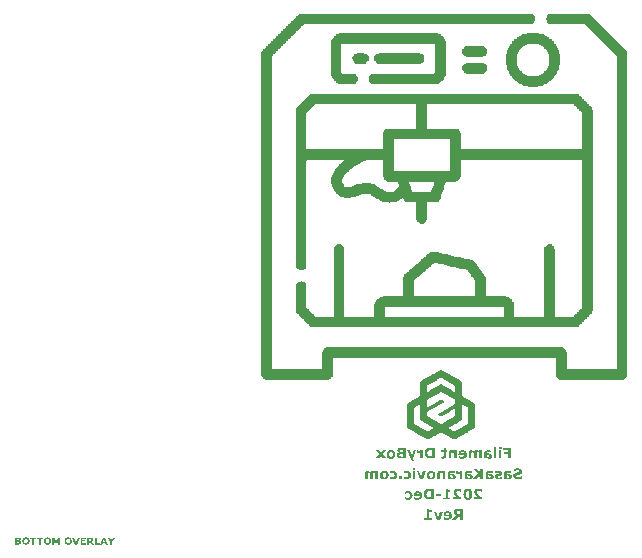
<source format=gbo>
G04*
G04 #@! TF.GenerationSoftware,Altium Limited,Altium Designer,21.6.4 (81)*
G04*
G04 Layer_Color=32896*
%FSLAX25Y25*%
%MOIN*%
G70*
G04*
G04 #@! TF.SameCoordinates,7C905695-A8D0-471C-AD1A-FFB52B7834A9*
G04*
G04*
G04 #@! TF.FilePolarity,Positive*
G04*
G01*
G75*
G36*
X13598Y62262D02*
X13836D01*
Y62023D01*
X14074D01*
Y61785D01*
X14312D01*
Y61309D01*
X14551D01*
Y60356D01*
X14312D01*
Y59879D01*
X14074D01*
Y59402D01*
X13598D01*
Y59164D01*
X13121D01*
Y58926D01*
X7641D01*
Y59164D01*
X7164D01*
Y59402D01*
X6688D01*
Y59641D01*
X6449D01*
Y60117D01*
X6211D01*
Y61547D01*
X6449D01*
Y61785D01*
X6688D01*
Y62023D01*
X6926D01*
Y62262D01*
X7164D01*
Y62500D01*
X13598D01*
Y62262D01*
D02*
G37*
G36*
X-7848Y60117D02*
X-7133D01*
Y59879D01*
X-6894D01*
Y59641D01*
X-6656D01*
Y59164D01*
X-6418D01*
Y57734D01*
X-6656D01*
Y57258D01*
X-6894D01*
Y57020D01*
X-7371D01*
Y56781D01*
X-22144D01*
Y57020D01*
X-22383D01*
Y57258D01*
X-22621D01*
Y57496D01*
X-22859D01*
Y57734D01*
X-23098D01*
Y59164D01*
X-22859D01*
Y59641D01*
X-22621D01*
Y59879D01*
X-22383D01*
Y60117D01*
X-21668D01*
Y60356D01*
X-7848D01*
Y60117D01*
D02*
G37*
G36*
X-26434D02*
X-25957D01*
Y59879D01*
X-25480D01*
Y59641D01*
X-25242D01*
Y59164D01*
X-25004D01*
Y57734D01*
X-25242D01*
Y57496D01*
X-25480D01*
Y57258D01*
X-25719D01*
Y57020D01*
X-25957D01*
Y56781D01*
X-29531D01*
Y57020D01*
X-29770D01*
Y57258D01*
X-30008D01*
Y57496D01*
X-30246D01*
Y58211D01*
X-30484D01*
Y58926D01*
X-30246D01*
Y59402D01*
X-30008D01*
Y59641D01*
X-29770D01*
Y59879D01*
X-29531D01*
Y60117D01*
X-28816D01*
Y60356D01*
X-26434D01*
Y60117D01*
D02*
G37*
G36*
X13359Y56781D02*
X13836D01*
Y56543D01*
X14074D01*
Y56305D01*
X14312D01*
Y55828D01*
X14551D01*
Y54637D01*
X14312D01*
Y54160D01*
X14074D01*
Y53922D01*
X13836D01*
Y53684D01*
X13359D01*
Y53445D01*
X7402D01*
Y53684D01*
X6926D01*
Y53922D01*
X6688D01*
Y54160D01*
X6449D01*
Y54637D01*
X6211D01*
Y55828D01*
X6449D01*
Y56305D01*
X6688D01*
Y56543D01*
X6926D01*
Y56781D01*
X7402D01*
Y57020D01*
X13359D01*
Y56781D01*
D02*
G37*
G36*
X-1891Y66789D02*
X-1414D01*
Y66551D01*
X-938D01*
Y66312D01*
X-699D01*
Y66074D01*
X-461D01*
Y65836D01*
X-223D01*
Y65598D01*
X16D01*
Y65121D01*
X254D01*
Y64883D01*
X492D01*
Y64168D01*
X730D01*
Y52731D01*
X492D01*
Y52254D01*
X254D01*
Y51777D01*
X16D01*
Y51301D01*
X-223D01*
Y51063D01*
X-461D01*
Y50824D01*
X-699D01*
Y50586D01*
X-1176D01*
Y50348D01*
X-1652D01*
Y50109D01*
X-2129D01*
Y49871D01*
X-23812D01*
Y50109D01*
X-24289D01*
Y50348D01*
X-24527D01*
Y50586D01*
X-24766D01*
Y51063D01*
X-25004D01*
Y52254D01*
X-24766D01*
Y52731D01*
X-24527D01*
Y52969D01*
X-24289D01*
Y53207D01*
X-23812D01*
Y53445D01*
X-3082D01*
Y53684D01*
X-2844D01*
Y63453D01*
X-33820D01*
Y63215D01*
X-34059D01*
Y53684D01*
X-33820D01*
Y53445D01*
X-29770D01*
Y53207D01*
X-29293D01*
Y52969D01*
X-29055D01*
Y52731D01*
X-28816D01*
Y52254D01*
X-28578D01*
Y51063D01*
X-28816D01*
Y50586D01*
X-29055D01*
Y50348D01*
X-29293D01*
Y50109D01*
X-29531D01*
Y49871D01*
X-34535D01*
Y50109D01*
X-35250D01*
Y50348D01*
X-35727D01*
Y50586D01*
X-35965D01*
Y50824D01*
X-36203D01*
Y51063D01*
X-36441D01*
Y51301D01*
X-36680D01*
Y51539D01*
X-36918D01*
Y52016D01*
X-37156D01*
Y52492D01*
X-37394D01*
Y53207D01*
X-37633D01*
Y63691D01*
X-37394D01*
Y64644D01*
X-37156D01*
Y65121D01*
X-36918D01*
Y65359D01*
X-36680D01*
Y65598D01*
X-36441D01*
Y66074D01*
X-35965D01*
Y66312D01*
X-35727D01*
Y66551D01*
X-35250D01*
Y66789D01*
X-34773D01*
Y67027D01*
X-1891D01*
Y66789D01*
D02*
G37*
G36*
X31707D02*
X32660D01*
Y66551D01*
X33375D01*
Y66312D01*
X33852D01*
Y66074D01*
X34328D01*
Y65836D01*
X34566D01*
Y65598D01*
X35043D01*
Y65359D01*
X35281D01*
Y65121D01*
X35519D01*
Y64883D01*
X35996D01*
Y64644D01*
X36234D01*
Y64406D01*
X36473D01*
Y64168D01*
X36711D01*
Y63691D01*
X36949D01*
Y63453D01*
X37187D01*
Y63215D01*
X37426D01*
Y62738D01*
X37664D01*
Y62500D01*
X37902D01*
Y62023D01*
X38141D01*
Y61309D01*
X38379D01*
Y60594D01*
X38617D01*
Y59879D01*
X38855D01*
Y56305D01*
X38617D01*
Y55352D01*
X38379D01*
Y55113D01*
Y54875D01*
Y54637D01*
X38141D01*
Y54160D01*
X37902D01*
Y53684D01*
X37664D01*
Y53207D01*
X37426D01*
Y52969D01*
X37187D01*
Y52492D01*
X36949D01*
Y52254D01*
X36711D01*
Y52016D01*
X36473D01*
Y51777D01*
X36234D01*
Y51539D01*
X35996D01*
Y51301D01*
X35758D01*
Y51063D01*
X35519D01*
Y50824D01*
X35281D01*
Y50586D01*
X34805D01*
Y50348D01*
X34566D01*
Y50109D01*
X34090D01*
Y49871D01*
X33613D01*
Y49633D01*
X33137D01*
Y49395D01*
X32422D01*
Y49156D01*
X31469D01*
Y48918D01*
X28133D01*
Y49156D01*
X27180D01*
Y49395D01*
X26465D01*
Y49633D01*
X25988D01*
Y49871D01*
X25512D01*
Y50109D01*
X25035D01*
Y50348D01*
X24797D01*
Y50586D01*
X24320D01*
Y50824D01*
X24082D01*
Y51063D01*
X23844D01*
Y51301D01*
X23606D01*
Y51539D01*
X23367D01*
Y51777D01*
X23129D01*
Y52016D01*
X22891D01*
Y52254D01*
X22652D01*
Y52492D01*
X22414D01*
Y52731D01*
X22176D01*
Y53207D01*
X21937D01*
Y53684D01*
X21699D01*
Y54160D01*
X21461D01*
Y54637D01*
X21223D01*
Y55352D01*
X20984D01*
Y56305D01*
X20746D01*
Y59879D01*
X20984D01*
Y60832D01*
X21223D01*
Y61309D01*
X21461D01*
Y62023D01*
X21699D01*
Y62500D01*
X21937D01*
Y62738D01*
X22176D01*
Y63215D01*
X22414D01*
Y63453D01*
X22652D01*
Y63691D01*
X22891D01*
Y64168D01*
X23129D01*
Y64406D01*
X23367D01*
Y64644D01*
X23606D01*
Y64883D01*
X23844D01*
Y65121D01*
X24320D01*
Y65359D01*
X24559D01*
Y65598D01*
X25035D01*
Y65836D01*
X25273D01*
Y66074D01*
X25750D01*
Y66312D01*
X26227D01*
Y66551D01*
X26941D01*
Y66789D01*
X27894D01*
Y67027D01*
X31707D01*
Y66789D01*
D02*
G37*
G36*
X44813Y46535D02*
X45051D01*
Y46297D01*
X45289D01*
Y46059D01*
X45527D01*
Y45820D01*
X45766D01*
Y45582D01*
X46004D01*
Y45344D01*
X46242D01*
Y45105D01*
X46481D01*
Y44867D01*
X46719D01*
Y44629D01*
X46957D01*
Y44391D01*
X47195D01*
Y44152D01*
X47434D01*
Y43914D01*
X47672D01*
Y43676D01*
X47910D01*
Y43437D01*
X48148D01*
Y43199D01*
X48387D01*
Y42961D01*
X48625D01*
Y42723D01*
X48863D01*
Y42484D01*
X49102D01*
Y42246D01*
X49340D01*
Y42008D01*
X49578D01*
Y41293D01*
X49816D01*
Y-25664D01*
X49578D01*
Y-26379D01*
X49340D01*
Y-26617D01*
X49102D01*
Y-26855D01*
X48863D01*
Y-27094D01*
X48625D01*
Y-27332D01*
X48387D01*
Y-27570D01*
X48148D01*
Y-27809D01*
X47910D01*
Y-28047D01*
X47672D01*
Y-28285D01*
X47434D01*
Y-28523D01*
X47195D01*
Y-28762D01*
X46957D01*
Y-29000D01*
X46719D01*
Y-29238D01*
X46481D01*
Y-29477D01*
X46242D01*
Y-29715D01*
X46004D01*
Y-29953D01*
X45766D01*
Y-30191D01*
X45527D01*
Y-30430D01*
X45289D01*
Y-30668D01*
X45051D01*
Y-30906D01*
X44574D01*
Y-31144D01*
X-44066D01*
Y-30906D01*
X-44543D01*
Y-30668D01*
X-44781D01*
Y-30430D01*
X-45020D01*
Y-30191D01*
X-45258D01*
Y-29953D01*
X-45496D01*
Y-29715D01*
X-45734D01*
Y-29477D01*
X-45973D01*
Y-29238D01*
X-46211D01*
Y-29000D01*
X-46449D01*
Y-28762D01*
X-46687D01*
Y-28523D01*
X-46926D01*
Y-28285D01*
X-47164D01*
Y-28047D01*
X-47402D01*
Y-27809D01*
X-47641D01*
Y-27570D01*
X-47879D01*
Y-27332D01*
X-48117D01*
Y-27094D01*
X-48355D01*
Y-26855D01*
X-48594D01*
Y-26617D01*
X-48832D01*
Y-26379D01*
X-49070D01*
Y-25664D01*
X-49309D01*
Y-17324D01*
X-49070D01*
Y-16609D01*
X-48832D01*
Y-16371D01*
X-48594D01*
Y-16133D01*
X-48355D01*
Y-15894D01*
X-47641D01*
Y-15656D01*
X-47164D01*
Y-15894D01*
X-46449D01*
Y-16133D01*
X-46211D01*
Y-16371D01*
X-45973D01*
Y-16848D01*
X-45734D01*
Y-24711D01*
X-45496D01*
Y-24949D01*
X-45258D01*
Y-25188D01*
X-45020D01*
Y-25426D01*
X-44781D01*
Y-25664D01*
X-44543D01*
Y-25902D01*
X-44305D01*
Y-26141D01*
X-44066D01*
Y-26379D01*
X-43828D01*
Y-26617D01*
X-43590D01*
Y-26855D01*
X-43352D01*
Y-27094D01*
X-43113D01*
Y-27332D01*
X-42875D01*
Y-27570D01*
X-36680D01*
Y-5172D01*
X-36441D01*
Y-4457D01*
X-36203D01*
Y-3980D01*
X-35965D01*
Y-3742D01*
X-35488D01*
Y-3504D01*
X-34297D01*
Y-3742D01*
X-33820D01*
Y-3980D01*
X-33582D01*
Y-4219D01*
X-33344D01*
Y-4457D01*
X-33105D01*
Y-27570D01*
X-23098D01*
Y-23519D01*
X-22859D01*
Y-22805D01*
X-22621D01*
Y-22566D01*
X-22383D01*
Y-22090D01*
X-22144D01*
Y-21852D01*
X-21906D01*
Y-21613D01*
X-21668D01*
Y-21375D01*
X-21191D01*
Y-21137D01*
X-20715D01*
Y-20898D01*
X-20238D01*
Y-20660D01*
X-13566D01*
Y-14465D01*
X-13328D01*
Y-13988D01*
X-13090D01*
Y-13512D01*
X-12852D01*
Y-13273D01*
X-12375D01*
Y-13035D01*
X-12137D01*
Y-12797D01*
X-11898D01*
Y-12559D01*
X-11660D01*
Y-12320D01*
X-11422D01*
Y-12082D01*
X-11184D01*
Y-11844D01*
X-10945D01*
Y-11605D01*
X-10469D01*
Y-11367D01*
X-10231D01*
Y-11129D01*
X-9992D01*
Y-10891D01*
X-9754D01*
Y-10652D01*
X-9516D01*
Y-10414D01*
X-9277D01*
Y-10176D01*
X-9039D01*
Y-9938D01*
X-8563D01*
Y-9699D01*
X-8324D01*
Y-9461D01*
X-8086D01*
Y-9223D01*
X-7848D01*
Y-8984D01*
X-7609D01*
Y-8746D01*
X-7371D01*
Y-8508D01*
X-7133D01*
Y-8269D01*
X-6894D01*
Y-8031D01*
X-6418D01*
Y-7793D01*
X-6180D01*
Y-7555D01*
X-5941D01*
Y-7316D01*
X-5703D01*
Y-7078D01*
X-5465D01*
Y-6840D01*
X-5227D01*
Y-6602D01*
X-4988D01*
Y-6363D01*
X-4512D01*
Y-6125D01*
X-4273D01*
Y-5887D01*
X-2606D01*
Y-6125D01*
X-1652D01*
Y-6363D01*
X-461D01*
Y-6602D01*
X492D01*
Y-6840D01*
X1445D01*
Y-7078D01*
X2637D01*
Y-7316D01*
X3590D01*
Y-7555D01*
X4543D01*
Y-7793D01*
X5734D01*
Y-8031D01*
X6688D01*
Y-8269D01*
X7641D01*
Y-8508D01*
X8832D01*
Y-8746D01*
X9785D01*
Y-8984D01*
X10023D01*
Y-9223D01*
X10500D01*
Y-9699D01*
X10738D01*
Y-9938D01*
X10977D01*
Y-10414D01*
X11215D01*
Y-10652D01*
X11453D01*
Y-10891D01*
X11691D01*
Y-11367D01*
X11930D01*
Y-11605D01*
X12168D01*
Y-12082D01*
X12406D01*
Y-12320D01*
X12644D01*
Y-12559D01*
X12883D01*
Y-13035D01*
X13121D01*
Y-13273D01*
X13359D01*
Y-13750D01*
X13598D01*
Y-13988D01*
X13836D01*
Y-14465D01*
X14074D01*
Y-20660D01*
X20746D01*
Y-20898D01*
X21223D01*
Y-21137D01*
X21699D01*
Y-21375D01*
X22176D01*
Y-21613D01*
X22414D01*
Y-21852D01*
X22652D01*
Y-22090D01*
X22891D01*
Y-22566D01*
X23129D01*
Y-22805D01*
X23367D01*
Y-23519D01*
X23606D01*
Y-27570D01*
X33613D01*
Y-4457D01*
X33852D01*
Y-4219D01*
X34090D01*
Y-3980D01*
X34328D01*
Y-3742D01*
X34805D01*
Y-3504D01*
X35996D01*
Y-3742D01*
X36234D01*
Y-3980D01*
X36711D01*
Y-4457D01*
X36949D01*
Y-5172D01*
X37187D01*
Y-27570D01*
X43383D01*
Y-27332D01*
X43621D01*
Y-27094D01*
X43859D01*
Y-26855D01*
X44098D01*
Y-26617D01*
X44336D01*
Y-26379D01*
X44574D01*
Y-26141D01*
X44813D01*
Y-25902D01*
X45051D01*
Y-25664D01*
X45289D01*
Y-25426D01*
X45527D01*
Y-25188D01*
X45766D01*
Y-24949D01*
X46004D01*
Y-24711D01*
X46242D01*
Y24375D01*
X46004D01*
Y24613D01*
X5734D01*
Y18894D01*
X5496D01*
Y18418D01*
X5258D01*
Y17941D01*
X4781D01*
Y17703D01*
X4305D01*
Y17465D01*
X730D01*
Y16988D01*
X492D01*
Y16273D01*
X254D01*
Y15559D01*
X16D01*
Y14605D01*
X-223D01*
Y13891D01*
X-461D01*
Y13176D01*
X-699D01*
Y12461D01*
X-938D01*
Y11746D01*
X-1176D01*
Y11270D01*
X-1414D01*
Y11031D01*
X-1652D01*
Y10793D01*
X-2129D01*
Y10555D01*
X-5465D01*
Y4598D01*
X-5703D01*
Y4121D01*
X-5941D01*
Y3883D01*
X-6180D01*
Y3644D01*
X-6656D01*
Y3406D01*
X-7848D01*
Y3644D01*
X-8324D01*
Y3883D01*
X-8563D01*
Y4121D01*
X-8801D01*
Y4598D01*
X-9039D01*
Y10555D01*
X-12375D01*
Y10793D01*
X-12852D01*
Y11031D01*
X-13090D01*
Y11270D01*
X-13328D01*
Y11746D01*
X-13566D01*
Y11984D01*
X-13805D01*
Y11746D01*
X-14043D01*
Y11508D01*
X-14520D01*
Y11270D01*
X-14996D01*
Y11031D01*
X-15473D01*
Y10793D01*
X-16187D01*
Y10555D01*
X-17855D01*
Y10316D01*
X-18094D01*
Y10555D01*
X-19762D01*
Y10793D01*
X-20477D01*
Y11031D01*
X-21191D01*
Y11270D01*
X-21668D01*
Y11508D01*
X-22144D01*
Y11746D01*
X-22621D01*
Y11984D01*
X-22859D01*
Y12223D01*
X-23336D01*
Y12461D01*
X-23574D01*
Y12699D01*
X-24051D01*
Y12937D01*
X-24289D01*
Y13176D01*
X-24766D01*
Y13414D01*
X-26910D01*
Y13176D01*
X-27625D01*
Y12937D01*
X-28340D01*
Y12699D01*
X-29055D01*
Y12461D01*
X-30008D01*
Y12223D01*
X-30961D01*
Y11984D01*
X-33344D01*
Y12223D01*
X-34059D01*
Y12461D01*
X-34535D01*
Y12699D01*
X-34773D01*
Y12937D01*
X-35250D01*
Y13176D01*
X-35488D01*
Y13414D01*
X-35727D01*
Y13652D01*
X-35965D01*
Y14129D01*
X-36203D01*
Y14367D01*
X-36441D01*
Y14605D01*
X-36680D01*
Y15082D01*
X-36918D01*
Y15559D01*
X-37156D01*
Y16512D01*
X-37394D01*
Y18894D01*
X-37156D01*
Y19609D01*
X-36918D01*
Y20324D01*
X-36680D01*
Y20801D01*
X-36441D01*
Y21039D01*
X-36203D01*
Y21516D01*
X-35965D01*
Y21754D01*
X-35727D01*
Y21992D01*
X-35488D01*
Y22230D01*
X-35250D01*
Y22707D01*
X-35012D01*
Y22945D01*
X-34773D01*
Y23184D01*
X-34535D01*
Y23422D01*
X-34059D01*
Y23660D01*
X-33820D01*
Y23898D01*
X-33582D01*
Y24137D01*
X-33344D01*
Y24375D01*
X-33105D01*
Y24613D01*
X-45496D01*
Y24375D01*
X-45734D01*
Y-11129D01*
X-45973D01*
Y-11605D01*
X-46211D01*
Y-11844D01*
X-46687D01*
Y-12082D01*
X-48355D01*
Y-11844D01*
X-48594D01*
Y-11605D01*
X-48832D01*
Y-11367D01*
X-49070D01*
Y-10652D01*
X-49309D01*
Y41293D01*
X-49070D01*
Y42008D01*
X-48832D01*
Y42246D01*
X-48594D01*
Y42484D01*
X-48355D01*
Y42723D01*
X-48117D01*
Y42961D01*
X-47879D01*
Y43199D01*
X-47641D01*
Y43437D01*
X-47402D01*
Y43676D01*
X-47164D01*
Y43914D01*
X-46926D01*
Y44152D01*
X-46687D01*
Y44391D01*
X-46449D01*
Y44629D01*
X-46211D01*
Y44867D01*
X-45973D01*
Y45105D01*
X-45734D01*
Y45344D01*
X-45496D01*
Y45582D01*
X-45258D01*
Y45820D01*
X-45020D01*
Y46059D01*
X-44781D01*
Y46297D01*
X-44543D01*
Y46535D01*
X-44305D01*
Y46773D01*
X44813D01*
Y46535D01*
D02*
G37*
G36*
X48387Y73223D02*
X48863D01*
Y72984D01*
X49102D01*
Y72746D01*
X49340D01*
Y72508D01*
X49578D01*
Y72269D01*
X49816D01*
Y72031D01*
X50055D01*
Y71793D01*
X50293D01*
Y71555D01*
X50531D01*
Y71316D01*
X50770D01*
Y71078D01*
X51008D01*
Y70840D01*
X51246D01*
Y70602D01*
X51484D01*
Y70363D01*
X51723D01*
Y70125D01*
X51961D01*
Y69887D01*
X52199D01*
Y69648D01*
X52438D01*
Y69410D01*
X52676D01*
Y69172D01*
X52914D01*
Y68934D01*
X53152D01*
Y68695D01*
X53391D01*
Y68457D01*
X53629D01*
Y68219D01*
X53867D01*
Y67980D01*
X54106D01*
Y67742D01*
X54344D01*
Y67504D01*
X54582D01*
Y67266D01*
X54820D01*
Y67027D01*
X55059D01*
Y66789D01*
X55297D01*
Y66551D01*
X55535D01*
Y66312D01*
X55773D01*
Y66074D01*
X56012D01*
Y65836D01*
X56250D01*
Y65598D01*
X56488D01*
Y65359D01*
X56727D01*
Y65121D01*
X56965D01*
Y64883D01*
X57203D01*
Y64644D01*
X57441D01*
Y64406D01*
X57680D01*
Y64168D01*
X57918D01*
Y63930D01*
X58156D01*
Y63691D01*
X58394D01*
Y63453D01*
X58633D01*
Y63215D01*
X58871D01*
Y62977D01*
X59109D01*
Y62738D01*
X59348D01*
Y62500D01*
X59586D01*
Y62262D01*
X59824D01*
Y62023D01*
X60062D01*
Y61785D01*
X60301D01*
Y61547D01*
X60539D01*
Y61309D01*
X60777D01*
Y61070D01*
X61016D01*
Y60594D01*
X61254D01*
Y-47348D01*
X61016D01*
Y-47824D01*
X60777D01*
Y-48063D01*
X60539D01*
Y-48301D01*
X60062D01*
Y-48539D01*
X38617D01*
Y-48301D01*
X38141D01*
Y-48063D01*
X37902D01*
Y-47824D01*
X37664D01*
Y-47586D01*
X37426D01*
Y-41391D01*
X-36918D01*
Y-47586D01*
X-37156D01*
Y-47824D01*
X-37394D01*
Y-48063D01*
X-37633D01*
Y-48301D01*
X-38109D01*
Y-48539D01*
X-59555D01*
Y-48301D01*
X-60031D01*
Y-48063D01*
X-60269D01*
Y-47824D01*
X-60508D01*
Y-47348D01*
X-60746D01*
Y60594D01*
X-60508D01*
Y61070D01*
X-60269D01*
Y61309D01*
X-60031D01*
Y61547D01*
X-59793D01*
Y61785D01*
X-59555D01*
Y62023D01*
X-59316D01*
Y62262D01*
X-59078D01*
Y62500D01*
X-58840D01*
Y62738D01*
X-58602D01*
Y62977D01*
X-58363D01*
Y63215D01*
X-58125D01*
Y63453D01*
X-57887D01*
Y63691D01*
X-57648D01*
Y63930D01*
X-57410D01*
Y64168D01*
X-57172D01*
Y64406D01*
X-56934D01*
Y64644D01*
X-56695D01*
Y64883D01*
X-56457D01*
Y65121D01*
X-56219D01*
Y65359D01*
X-55980D01*
Y65598D01*
X-55742D01*
Y65836D01*
X-55504D01*
Y66074D01*
X-55266D01*
Y66312D01*
X-55027D01*
Y66551D01*
X-54789D01*
Y66789D01*
X-54551D01*
Y67027D01*
X-54312D01*
Y67266D01*
X-54074D01*
Y67504D01*
X-53836D01*
Y67742D01*
X-53598D01*
Y67980D01*
X-53359D01*
Y68219D01*
X-53121D01*
Y68457D01*
X-52883D01*
Y68695D01*
X-52644D01*
Y68934D01*
X-52406D01*
Y69172D01*
X-52168D01*
Y69410D01*
X-51930D01*
Y69648D01*
X-51691D01*
Y69887D01*
X-51453D01*
Y70125D01*
X-51215D01*
Y70363D01*
X-50977D01*
Y70602D01*
X-50738D01*
Y70840D01*
X-50500D01*
Y71078D01*
X-50262D01*
Y71316D01*
X-50023D01*
Y71555D01*
X-49785D01*
Y71793D01*
X-49547D01*
Y72031D01*
X-49309D01*
Y72269D01*
X-49070D01*
Y72508D01*
X-48832D01*
Y72746D01*
X-48594D01*
Y72984D01*
X-48355D01*
Y73223D01*
X-47879D01*
Y73461D01*
X29324D01*
Y73223D01*
X29801D01*
Y72984D01*
X30039D01*
Y72746D01*
X30277D01*
Y72508D01*
X30516D01*
Y70840D01*
X30277D01*
Y70602D01*
X30039D01*
Y70363D01*
X29801D01*
Y70125D01*
X29324D01*
Y69887D01*
X-46687D01*
Y69648D01*
X-46926D01*
Y69410D01*
X-47164D01*
Y69172D01*
X-47402D01*
Y68934D01*
X-47641D01*
Y68695D01*
X-47879D01*
Y68457D01*
X-48117D01*
Y68219D01*
X-48355D01*
Y67980D01*
X-48594D01*
Y67742D01*
X-48832D01*
Y67504D01*
X-49070D01*
Y67266D01*
X-49309D01*
Y67027D01*
X-49547D01*
Y66789D01*
X-49785D01*
Y66551D01*
X-50023D01*
Y66312D01*
X-50262D01*
Y66074D01*
X-50500D01*
Y65836D01*
X-50738D01*
Y65598D01*
X-50977D01*
Y65359D01*
X-51215D01*
Y65121D01*
X-51453D01*
Y64883D01*
X-51691D01*
Y64644D01*
X-51930D01*
Y64406D01*
X-52168D01*
Y64168D01*
X-52406D01*
Y63930D01*
X-52644D01*
Y63691D01*
X-52883D01*
Y63453D01*
X-53121D01*
Y63215D01*
X-53359D01*
Y62977D01*
X-53598D01*
Y62738D01*
X-53836D01*
Y62500D01*
X-54074D01*
Y62262D01*
X-54312D01*
Y62023D01*
X-54551D01*
Y61785D01*
X-54789D01*
Y61547D01*
X-55027D01*
Y61309D01*
X-55266D01*
Y61070D01*
X-55504D01*
Y60832D01*
X-55742D01*
Y60594D01*
X-55980D01*
Y60356D01*
X-56219D01*
Y60117D01*
X-56457D01*
Y59879D01*
X-56695D01*
Y59641D01*
X-56934D01*
Y59402D01*
X-57172D01*
Y57020D01*
Y56781D01*
Y-44965D01*
X-40492D01*
Y-39246D01*
X-40254D01*
Y-38770D01*
X-40016D01*
Y-38293D01*
X-39777D01*
Y-38055D01*
X-39301D01*
Y-37816D01*
X39809D01*
Y-38055D01*
X40285D01*
Y-38293D01*
X40523D01*
Y-38770D01*
X40762D01*
Y-39246D01*
X41000D01*
Y-44965D01*
X57680D01*
Y59402D01*
X57441D01*
Y59641D01*
X57203D01*
Y59879D01*
X56965D01*
Y60117D01*
X56727D01*
Y60356D01*
X56488D01*
Y60594D01*
X56250D01*
Y60832D01*
X56012D01*
Y61070D01*
X55773D01*
Y61309D01*
X55535D01*
Y61547D01*
X55297D01*
Y61785D01*
X55059D01*
Y62023D01*
X54820D01*
Y62262D01*
X54582D01*
Y62500D01*
X54344D01*
Y62738D01*
X54106D01*
Y62977D01*
X53867D01*
Y63215D01*
X53629D01*
Y63453D01*
X53391D01*
Y63691D01*
X53152D01*
Y63930D01*
X52914D01*
Y64168D01*
X52676D01*
Y64406D01*
X52438D01*
Y64644D01*
X52199D01*
Y64883D01*
X51961D01*
Y65121D01*
X51723D01*
Y65359D01*
X51484D01*
Y65598D01*
X51246D01*
Y65836D01*
X51008D01*
Y66074D01*
X50770D01*
Y66312D01*
X50531D01*
Y66551D01*
X50293D01*
Y66789D01*
X50055D01*
Y67027D01*
X49816D01*
Y67266D01*
X49578D01*
Y67504D01*
X49340D01*
Y67742D01*
X49102D01*
Y67980D01*
X48863D01*
Y68219D01*
X48625D01*
Y68457D01*
X48387D01*
Y68695D01*
X48148D01*
Y68934D01*
X47910D01*
Y69172D01*
X47672D01*
Y69410D01*
X47434D01*
Y69648D01*
X47195D01*
Y69887D01*
X35281D01*
Y70125D01*
X34805D01*
Y70363D01*
X34566D01*
Y70602D01*
X34328D01*
Y71316D01*
X34090D01*
Y72031D01*
X34328D01*
Y72746D01*
X34566D01*
Y72984D01*
X34805D01*
Y73223D01*
X35281D01*
Y73461D01*
X48387D01*
Y73223D01*
D02*
G37*
G36*
X-748Y-45381D02*
X-398D01*
Y-45556D01*
X-224D01*
Y-45731D01*
X126D01*
Y-45906D01*
X476D01*
Y-46081D01*
X826D01*
Y-46256D01*
X1001D01*
Y-46431D01*
X1351D01*
Y-46606D01*
X1701D01*
Y-46781D01*
X2051D01*
Y-46956D01*
X2226D01*
Y-47131D01*
X2576D01*
Y-47306D01*
X2926D01*
Y-47481D01*
X3275D01*
Y-47656D01*
X3450D01*
Y-47831D01*
X3800D01*
Y-48006D01*
X4150D01*
Y-48180D01*
X4500D01*
Y-48355D01*
X4675D01*
Y-48530D01*
X5025D01*
Y-48705D01*
X5375D01*
Y-48880D01*
X5550D01*
Y-49055D01*
X5900D01*
Y-49230D01*
X6075D01*
Y-54129D01*
X6424D01*
Y-54303D01*
X6599D01*
Y-54479D01*
X6949D01*
Y-54653D01*
X7299D01*
Y-54828D01*
X7474D01*
Y-55003D01*
X7824D01*
Y-55178D01*
X8174D01*
Y-55353D01*
X8524D01*
Y-55528D01*
X8699D01*
Y-55703D01*
X9049D01*
Y-55878D01*
X9398D01*
Y-56053D01*
X9748D01*
Y-56228D01*
X9923D01*
Y-56403D01*
X10273D01*
Y-56578D01*
X10448D01*
Y-64800D01*
X10098D01*
Y-64975D01*
X9748D01*
Y-65150D01*
X9398D01*
Y-65325D01*
X9223D01*
Y-65500D01*
X8874D01*
Y-65675D01*
X8524D01*
Y-65850D01*
X8174D01*
Y-66025D01*
X7999D01*
Y-66200D01*
X7649D01*
Y-66375D01*
X7299D01*
Y-66550D01*
X7124D01*
Y-66725D01*
X6774D01*
Y-66900D01*
X6424D01*
Y-67075D01*
X6075D01*
Y-67249D01*
X5900D01*
Y-67424D01*
X5550D01*
Y-67599D01*
X5200D01*
Y-67774D01*
X4850D01*
Y-67949D01*
X4675D01*
Y-68124D01*
X4325D01*
Y-68299D01*
X3975D01*
Y-68474D01*
X3625D01*
Y-68649D01*
X3450D01*
Y-68474D01*
X3275D01*
Y-68299D01*
X2926D01*
Y-68124D01*
X2576D01*
Y-67949D01*
X2226D01*
Y-67774D01*
X2051D01*
Y-67599D01*
X1701D01*
Y-67424D01*
X1351D01*
Y-67249D01*
X1001D01*
Y-67075D01*
X826D01*
Y-66900D01*
X476D01*
Y-66725D01*
X126D01*
Y-66550D01*
X-224D01*
Y-66375D01*
X-398D01*
Y-66200D01*
X-748D01*
Y-66025D01*
X-923D01*
Y-66200D01*
X-1273D01*
Y-66375D01*
X-1448D01*
Y-66550D01*
X-1798D01*
Y-66725D01*
X-2148D01*
Y-66900D01*
X-2498D01*
Y-67075D01*
X-2673D01*
Y-67249D01*
X-3023D01*
Y-67424D01*
X-3373D01*
Y-67599D01*
X-3722D01*
Y-67774D01*
X-3897D01*
Y-67949D01*
X-4247D01*
Y-68124D01*
X-4597D01*
Y-68299D01*
X-4772D01*
Y-68474D01*
X-5122D01*
Y-68649D01*
X-5297D01*
Y-68474D01*
X-5647D01*
Y-68299D01*
X-5997D01*
Y-68124D01*
X-6346D01*
Y-67949D01*
X-6521D01*
Y-67774D01*
X-6871D01*
Y-67599D01*
X-7221D01*
Y-67424D01*
X-7571D01*
Y-67249D01*
X-7746D01*
Y-67075D01*
X-8096D01*
Y-66900D01*
X-8446D01*
Y-66725D01*
X-8796D01*
Y-66550D01*
X-8971D01*
Y-66375D01*
X-9321D01*
Y-66200D01*
X-9670D01*
Y-66025D01*
X-9845D01*
Y-65850D01*
X-10195D01*
Y-65675D01*
X-10545D01*
Y-65500D01*
X-10895D01*
Y-65325D01*
X-11070D01*
Y-65150D01*
X-11420D01*
Y-64975D01*
X-11770D01*
Y-64800D01*
X-12120D01*
Y-56578D01*
X-11945D01*
Y-56403D01*
X-11595D01*
Y-56228D01*
X-11420D01*
Y-56053D01*
X-11070D01*
Y-55878D01*
X-10720D01*
Y-55703D01*
X-10370D01*
Y-55528D01*
X-10195D01*
Y-55353D01*
X-9845D01*
Y-55178D01*
X-9496D01*
Y-55003D01*
X-9146D01*
Y-54828D01*
X-8971D01*
Y-54653D01*
X-8621D01*
Y-54479D01*
X-8271D01*
Y-54303D01*
X-8096D01*
Y-54129D01*
X-7746D01*
Y-49230D01*
X-7571D01*
Y-49055D01*
X-7396D01*
Y-48880D01*
X-7046D01*
Y-48705D01*
X-6696D01*
Y-48530D01*
X-6346D01*
Y-48355D01*
X-6172D01*
Y-48180D01*
X-5822D01*
Y-48006D01*
X-5472D01*
Y-47831D01*
X-5122D01*
Y-47656D01*
X-4947D01*
Y-47481D01*
X-4597D01*
Y-47306D01*
X-4247D01*
Y-47131D01*
X-4072D01*
Y-46956D01*
X-3722D01*
Y-46781D01*
X-3373D01*
Y-46606D01*
X-3023D01*
Y-46431D01*
X-2848D01*
Y-46256D01*
X-2498D01*
Y-46081D01*
X-2148D01*
Y-45906D01*
X-1798D01*
Y-45731D01*
X-1623D01*
Y-45556D01*
X-1273D01*
Y-45381D01*
X-923D01*
Y-45206D01*
X-748D01*
Y-45381D01*
D02*
G37*
G36*
X-110474Y-102644D02*
Y-103553D01*
X-111080D01*
Y-102672D01*
X-111962Y-101200D01*
X-111274D01*
X-110764Y-102109D01*
X-110272Y-101200D01*
X-109606D01*
X-110474Y-102644D01*
D02*
G37*
G36*
X-127913Y-103553D02*
X-128519D01*
Y-101978D01*
X-128956Y-102999D01*
X-129374D01*
X-129808Y-101978D01*
Y-103553D01*
X-130378D01*
Y-101200D01*
X-129677D01*
X-129147Y-102382D01*
X-128620Y-101200D01*
X-127913D01*
Y-103553D01*
D02*
G37*
G36*
X-122186D02*
X-122863D01*
X-123720Y-101200D01*
X-123084D01*
X-122516Y-102852D01*
X-121948Y-101200D01*
X-121326D01*
X-122186Y-103553D01*
D02*
G37*
G36*
X-112014Y-103553D02*
X-112642D01*
X-112805Y-103078D01*
X-113674D01*
X-113838Y-103553D01*
X-114449Y-103553D01*
X-113581Y-101200D01*
X-112885D01*
X-112014Y-103553D01*
D02*
G37*
G36*
X-115642Y-103097D02*
X-114553D01*
Y-103553D01*
X-116248D01*
Y-101200D01*
X-115642D01*
Y-103097D01*
D02*
G37*
G36*
X-117640Y-101203D02*
X-117583Y-101206D01*
X-117523Y-101211D01*
X-117460Y-101216D01*
X-117403Y-101225D01*
X-117397D01*
X-117389Y-101227D01*
X-117378Y-101230D01*
X-117348Y-101236D01*
X-117310Y-101247D01*
X-117269Y-101260D01*
X-117220Y-101279D01*
X-117171Y-101301D01*
X-117122Y-101328D01*
X-117119D01*
X-117116Y-101331D01*
X-117100Y-101342D01*
X-117075Y-101361D01*
X-117045Y-101383D01*
X-117013Y-101413D01*
X-116977Y-101449D01*
X-116944Y-101489D01*
X-116911Y-101533D01*
Y-101536D01*
X-116909Y-101539D01*
X-116903Y-101547D01*
X-116898Y-101555D01*
X-116887Y-101582D01*
X-116870Y-101620D01*
X-116857Y-101664D01*
X-116843Y-101719D01*
X-116835Y-101779D01*
X-116832Y-101847D01*
Y-101850D01*
Y-101858D01*
Y-101872D01*
X-116835Y-101891D01*
Y-101913D01*
X-116838Y-101940D01*
X-116843Y-101967D01*
X-116849Y-101997D01*
X-116862Y-102066D01*
X-116884Y-102137D01*
X-116914Y-102207D01*
X-116933Y-102240D01*
X-116955Y-102273D01*
Y-102276D01*
X-116961Y-102281D01*
X-116969Y-102289D01*
X-116977Y-102300D01*
X-117004Y-102330D01*
X-117043Y-102368D01*
X-117092Y-102412D01*
X-117152Y-102456D01*
X-117220Y-102502D01*
X-117299Y-102546D01*
X-116513Y-103553D01*
X-117255D01*
X-117894Y-102691D01*
X-118173D01*
Y-103553D01*
X-118779D01*
Y-101200D01*
X-117690D01*
X-117640Y-101203D01*
D02*
G37*
G36*
X-119287Y-101656D02*
X-120381D01*
Y-102060D01*
X-119366D01*
Y-102516D01*
X-120381D01*
Y-103097D01*
X-119287D01*
Y-103553D01*
X-120987D01*
Y-101200D01*
X-119287D01*
Y-101656D01*
D02*
G37*
G36*
X-133493D02*
X-134228D01*
Y-103553D01*
X-134834D01*
Y-101656D01*
X-135568D01*
Y-101200D01*
X-133493D01*
Y-101656D01*
D02*
G37*
G36*
X-135699D02*
X-136434D01*
Y-103553D01*
X-137040D01*
Y-101656D01*
X-137774D01*
Y-101200D01*
X-135699D01*
Y-101656D01*
D02*
G37*
G36*
X-141716Y-101203D02*
X-141683D01*
X-141615Y-101206D01*
X-141547Y-101208D01*
X-141481Y-101214D01*
X-141454Y-101216D01*
X-141427Y-101219D01*
X-141421D01*
X-141405Y-101222D01*
X-141378Y-101227D01*
X-141345Y-101236D01*
X-141304Y-101249D01*
X-141260Y-101263D01*
X-141214Y-101282D01*
X-141165Y-101304D01*
X-141162D01*
X-141159Y-101306D01*
X-141143Y-101317D01*
X-141118Y-101331D01*
X-141088Y-101353D01*
X-141058Y-101377D01*
X-141023Y-101410D01*
X-140993Y-101446D01*
X-140965Y-101487D01*
X-140963Y-101492D01*
X-140955Y-101506D01*
X-140944Y-101530D01*
X-140930Y-101563D01*
X-140919Y-101601D01*
X-140908Y-101645D01*
X-140900Y-101694D01*
X-140897Y-101749D01*
Y-101751D01*
Y-101757D01*
Y-101765D01*
Y-101776D01*
X-140900Y-101793D01*
X-140903Y-101809D01*
X-140908Y-101850D01*
X-140919Y-101896D01*
X-140936Y-101948D01*
X-140957Y-101997D01*
X-140987Y-102049D01*
Y-102052D01*
X-140993Y-102055D01*
X-141004Y-102071D01*
X-141025Y-102095D01*
X-141053Y-102123D01*
X-141088Y-102156D01*
X-141132Y-102188D01*
X-141184Y-102221D01*
X-141241Y-102251D01*
Y-102265D01*
X-141238D01*
X-141230Y-102268D01*
X-141219Y-102270D01*
X-141203Y-102273D01*
X-141184Y-102281D01*
X-141162Y-102287D01*
X-141110Y-102306D01*
X-141053Y-102333D01*
X-140990Y-102366D01*
X-140933Y-102407D01*
X-140878Y-102456D01*
X-140875Y-102459D01*
X-140873Y-102461D01*
X-140865Y-102470D01*
X-140856Y-102480D01*
X-140845Y-102497D01*
X-140834Y-102513D01*
X-140823Y-102532D01*
X-140810Y-102557D01*
X-140796Y-102581D01*
X-140785Y-102611D01*
X-140763Y-102674D01*
X-140747Y-102748D01*
X-140744Y-102789D01*
X-140742Y-102833D01*
Y-102835D01*
Y-102841D01*
Y-102849D01*
Y-102863D01*
X-140744Y-102876D01*
Y-102893D01*
X-140750Y-102936D01*
X-140758Y-102983D01*
X-140772Y-103035D01*
X-140788Y-103086D01*
X-140813Y-103138D01*
Y-103141D01*
X-140815Y-103144D01*
X-140826Y-103160D01*
X-140840Y-103185D01*
X-140862Y-103217D01*
X-140889Y-103253D01*
X-140922Y-103288D01*
X-140957Y-103327D01*
X-141001Y-103362D01*
X-141004D01*
X-141006Y-103368D01*
X-141015Y-103373D01*
X-141025Y-103379D01*
X-141053Y-103398D01*
X-141091Y-103420D01*
X-141138Y-103444D01*
X-141189Y-103469D01*
X-141247Y-103490D01*
X-141307Y-103510D01*
X-141309D01*
X-141315Y-103512D01*
X-141323D01*
X-141337Y-103515D01*
X-141353Y-103521D01*
X-141372Y-103523D01*
X-141397Y-103526D01*
X-141421Y-103532D01*
X-141451Y-103534D01*
X-141481Y-103540D01*
X-141517Y-103542D01*
X-141555Y-103545D01*
X-141637Y-103551D01*
X-141727Y-103553D01*
X-142754D01*
Y-101200D01*
X-141746D01*
X-141716Y-101203D01*
D02*
G37*
G36*
X-125080Y-101154D02*
X-125041Y-101156D01*
X-124992Y-101162D01*
X-124938Y-101167D01*
X-124878Y-101178D01*
X-124812Y-101192D01*
X-124741Y-101211D01*
X-124670Y-101233D01*
X-124596Y-101257D01*
X-124523Y-101290D01*
X-124449Y-101328D01*
X-124378Y-101372D01*
X-124310Y-101424D01*
X-124247Y-101481D01*
X-124244Y-101484D01*
X-124233Y-101498D01*
X-124217Y-101517D01*
X-124195Y-101541D01*
X-124170Y-101574D01*
X-124143Y-101615D01*
X-124116Y-101664D01*
X-124083Y-101716D01*
X-124053Y-101779D01*
X-124026Y-101844D01*
X-123998Y-101918D01*
X-123974Y-102000D01*
X-123952Y-102085D01*
X-123936Y-102177D01*
X-123925Y-102276D01*
X-123922Y-102379D01*
Y-102382D01*
Y-102385D01*
Y-102393D01*
Y-102404D01*
X-123925Y-102434D01*
X-123928Y-102472D01*
X-123933Y-102519D01*
X-123939Y-102576D01*
X-123949Y-102636D01*
X-123963Y-102702D01*
X-123979Y-102772D01*
X-124001Y-102843D01*
X-124026Y-102920D01*
X-124059Y-102994D01*
X-124094Y-103067D01*
X-124138Y-103138D01*
X-124187Y-103207D01*
X-124244Y-103272D01*
X-124247Y-103275D01*
X-124258Y-103286D01*
X-124277Y-103302D01*
X-124304Y-103324D01*
X-124337Y-103349D01*
X-124375Y-103376D01*
X-124422Y-103406D01*
X-124476Y-103436D01*
X-124536Y-103469D01*
X-124602Y-103499D01*
X-124676Y-103526D01*
X-124755Y-103551D01*
X-124842Y-103572D01*
X-124932Y-103589D01*
X-125031Y-103600D01*
X-125134Y-103603D01*
X-125172D01*
X-125189Y-103600D01*
X-125227Y-103597D01*
X-125276Y-103592D01*
X-125331Y-103586D01*
X-125391Y-103575D01*
X-125459Y-103561D01*
X-125527Y-103542D01*
X-125601Y-103521D01*
X-125675Y-103496D01*
X-125749Y-103463D01*
X-125822Y-103425D01*
X-125893Y-103381D01*
X-125961Y-103330D01*
X-126024Y-103272D01*
X-126027Y-103269D01*
X-126038Y-103256D01*
X-126054Y-103237D01*
X-126073Y-103212D01*
X-126098Y-103179D01*
X-126125Y-103138D01*
X-126155Y-103092D01*
X-126182Y-103037D01*
X-126213Y-102977D01*
X-126243Y-102909D01*
X-126270Y-102835D01*
X-126295Y-102756D01*
X-126314Y-102672D01*
X-126330Y-102579D01*
X-126341Y-102483D01*
X-126344Y-102379D01*
Y-102377D01*
Y-102374D01*
Y-102366D01*
Y-102355D01*
Y-102341D01*
X-126341Y-102325D01*
X-126338Y-102287D01*
X-126333Y-102237D01*
X-126327Y-102183D01*
X-126316Y-102120D01*
X-126303Y-102055D01*
X-126286Y-101984D01*
X-126264Y-101910D01*
X-126240Y-101836D01*
X-126210Y-101760D01*
X-126172Y-101686D01*
X-126131Y-101615D01*
X-126082Y-101547D01*
X-126024Y-101481D01*
X-126022Y-101479D01*
X-126008Y-101468D01*
X-125991Y-101451D01*
X-125964Y-101429D01*
X-125931Y-101405D01*
X-125893Y-101377D01*
X-125847Y-101347D01*
X-125792Y-101315D01*
X-125732Y-101285D01*
X-125667Y-101255D01*
X-125593Y-101227D01*
X-125514Y-101203D01*
X-125426Y-101181D01*
X-125336Y-101165D01*
X-125238Y-101154D01*
X-125134Y-101151D01*
X-125110D01*
X-125080Y-101154D01*
D02*
G37*
G36*
X-132000D02*
X-131962Y-101156D01*
X-131913Y-101162D01*
X-131858Y-101167D01*
X-131798Y-101178D01*
X-131733Y-101192D01*
X-131662Y-101211D01*
X-131591Y-101233D01*
X-131517Y-101257D01*
X-131443Y-101290D01*
X-131369Y-101328D01*
X-131299Y-101372D01*
X-131230Y-101424D01*
X-131167Y-101481D01*
X-131165Y-101484D01*
X-131154Y-101498D01*
X-131138Y-101517D01*
X-131116Y-101541D01*
X-131091Y-101574D01*
X-131064Y-101615D01*
X-131036Y-101664D01*
X-131004Y-101716D01*
X-130974Y-101779D01*
X-130946Y-101844D01*
X-130919Y-101918D01*
X-130894Y-102000D01*
X-130873Y-102085D01*
X-130856Y-102177D01*
X-130845Y-102276D01*
X-130843Y-102379D01*
Y-102382D01*
Y-102385D01*
Y-102393D01*
Y-102404D01*
X-130845Y-102434D01*
X-130848Y-102472D01*
X-130854Y-102519D01*
X-130859Y-102576D01*
X-130870Y-102636D01*
X-130884Y-102702D01*
X-130900Y-102772D01*
X-130922Y-102843D01*
X-130946Y-102920D01*
X-130979Y-102994D01*
X-131015Y-103067D01*
X-131058Y-103138D01*
X-131107Y-103207D01*
X-131165Y-103272D01*
X-131167Y-103275D01*
X-131178Y-103286D01*
X-131198Y-103302D01*
X-131225Y-103324D01*
X-131258Y-103349D01*
X-131296Y-103376D01*
X-131342Y-103406D01*
X-131397Y-103436D01*
X-131457Y-103469D01*
X-131522Y-103499D01*
X-131596Y-103526D01*
X-131675Y-103551D01*
X-131763Y-103572D01*
X-131853Y-103589D01*
X-131951Y-103600D01*
X-132055Y-103603D01*
X-132093D01*
X-132109Y-103600D01*
X-132148Y-103597D01*
X-132197Y-103592D01*
X-132251Y-103586D01*
X-132311Y-103575D01*
X-132380Y-103561D01*
X-132448Y-103542D01*
X-132522Y-103521D01*
X-132595Y-103496D01*
X-132669Y-103463D01*
X-132743Y-103425D01*
X-132814Y-103381D01*
X-132882Y-103330D01*
X-132945Y-103272D01*
X-132948Y-103269D01*
X-132958Y-103256D01*
X-132975Y-103237D01*
X-132994Y-103212D01*
X-133019Y-103179D01*
X-133046Y-103138D01*
X-133076Y-103092D01*
X-133103Y-103037D01*
X-133133Y-102977D01*
X-133163Y-102909D01*
X-133191Y-102835D01*
X-133215Y-102756D01*
X-133234Y-102672D01*
X-133250Y-102579D01*
X-133261Y-102483D01*
X-133264Y-102379D01*
Y-102377D01*
Y-102374D01*
Y-102366D01*
Y-102355D01*
Y-102341D01*
X-133261Y-102325D01*
X-133259Y-102287D01*
X-133253Y-102237D01*
X-133248Y-102183D01*
X-133237Y-102120D01*
X-133223Y-102055D01*
X-133207Y-101984D01*
X-133185Y-101910D01*
X-133160Y-101836D01*
X-133130Y-101760D01*
X-133092Y-101686D01*
X-133051Y-101615D01*
X-133002Y-101547D01*
X-132945Y-101481D01*
X-132942Y-101479D01*
X-132928Y-101468D01*
X-132912Y-101451D01*
X-132885Y-101429D01*
X-132852Y-101405D01*
X-132814Y-101377D01*
X-132767Y-101347D01*
X-132713Y-101315D01*
X-132653Y-101285D01*
X-132587Y-101255D01*
X-132513Y-101227D01*
X-132434Y-101203D01*
X-132347Y-101181D01*
X-132257Y-101165D01*
X-132159Y-101154D01*
X-132055Y-101151D01*
X-132030D01*
X-132000Y-101154D01*
D02*
G37*
G36*
X-139161D02*
X-139123Y-101156D01*
X-139074Y-101162D01*
X-139019Y-101167D01*
X-138959Y-101178D01*
X-138893Y-101192D01*
X-138822Y-101211D01*
X-138751Y-101233D01*
X-138678Y-101257D01*
X-138604Y-101290D01*
X-138530Y-101328D01*
X-138459Y-101372D01*
X-138391Y-101424D01*
X-138328Y-101481D01*
X-138326Y-101484D01*
X-138315Y-101498D01*
X-138298Y-101517D01*
X-138276Y-101541D01*
X-138252Y-101574D01*
X-138225Y-101615D01*
X-138197Y-101664D01*
X-138164Y-101716D01*
X-138135Y-101779D01*
X-138107Y-101844D01*
X-138080Y-101918D01*
X-138055Y-102000D01*
X-138033Y-102085D01*
X-138017Y-102177D01*
X-138006Y-102276D01*
X-138003Y-102379D01*
Y-102382D01*
Y-102385D01*
Y-102393D01*
Y-102404D01*
X-138006Y-102434D01*
X-138009Y-102472D01*
X-138014Y-102519D01*
X-138020Y-102576D01*
X-138031Y-102636D01*
X-138044Y-102702D01*
X-138061Y-102772D01*
X-138083Y-102843D01*
X-138107Y-102920D01*
X-138140Y-102994D01*
X-138175Y-103067D01*
X-138219Y-103138D01*
X-138268Y-103207D01*
X-138326Y-103272D01*
X-138328Y-103275D01*
X-138339Y-103286D01*
X-138358Y-103302D01*
X-138386Y-103324D01*
X-138418Y-103349D01*
X-138457Y-103376D01*
X-138503Y-103406D01*
X-138558Y-103436D01*
X-138618Y-103469D01*
X-138683Y-103499D01*
X-138757Y-103526D01*
X-138836Y-103551D01*
X-138924Y-103572D01*
X-139014Y-103589D01*
X-139112Y-103600D01*
X-139216Y-103603D01*
X-139254D01*
X-139270Y-103600D01*
X-139308Y-103597D01*
X-139357Y-103592D01*
X-139412Y-103586D01*
X-139472Y-103575D01*
X-139540Y-103561D01*
X-139609Y-103542D01*
X-139682Y-103521D01*
X-139756Y-103496D01*
X-139830Y-103463D01*
X-139903Y-103425D01*
X-139974Y-103381D01*
X-140043Y-103330D01*
X-140105Y-103272D01*
X-140108Y-103269D01*
X-140119Y-103256D01*
X-140136Y-103237D01*
X-140155Y-103212D01*
X-140179Y-103179D01*
X-140207Y-103138D01*
X-140237Y-103092D01*
X-140264Y-103037D01*
X-140294Y-102977D01*
X-140324Y-102909D01*
X-140351Y-102835D01*
X-140376Y-102756D01*
X-140395Y-102672D01*
X-140411Y-102579D01*
X-140422Y-102483D01*
X-140425Y-102379D01*
Y-102377D01*
Y-102374D01*
Y-102366D01*
Y-102355D01*
Y-102341D01*
X-140422Y-102325D01*
X-140419Y-102287D01*
X-140414Y-102237D01*
X-140409Y-102183D01*
X-140398Y-102120D01*
X-140384Y-102055D01*
X-140368Y-101984D01*
X-140346Y-101910D01*
X-140321Y-101836D01*
X-140291Y-101760D01*
X-140253Y-101686D01*
X-140212Y-101615D01*
X-140163Y-101547D01*
X-140105Y-101481D01*
X-140103Y-101479D01*
X-140089Y-101468D01*
X-140073Y-101451D01*
X-140045Y-101429D01*
X-140013Y-101405D01*
X-139974Y-101377D01*
X-139928Y-101347D01*
X-139874Y-101315D01*
X-139813Y-101285D01*
X-139748Y-101255D01*
X-139674Y-101227D01*
X-139595Y-101203D01*
X-139508Y-101181D01*
X-139418Y-101165D01*
X-139319Y-101154D01*
X-139216Y-101151D01*
X-139191D01*
X-139161Y-101154D01*
D02*
G37*
G36*
X-9358Y-78691D02*
X-10264D01*
Y-78044D01*
X-9358D01*
Y-78691D01*
D02*
G37*
G36*
X-23483Y-78999D02*
X-23401Y-79011D01*
X-23323Y-79028D01*
X-23257Y-79044D01*
X-23204Y-79060D01*
X-23163Y-79077D01*
X-23146Y-79085D01*
X-23134Y-79089D01*
X-23130Y-79093D01*
X-23126D01*
X-23052Y-79134D01*
X-22974Y-79175D01*
X-22905Y-79220D01*
X-22843Y-79265D01*
X-22786Y-79302D01*
X-22745Y-79335D01*
X-22728Y-79347D01*
X-22716Y-79356D01*
X-22712Y-79360D01*
X-22708Y-79364D01*
Y-79069D01*
X-21851D01*
Y-81734D01*
X-22708D01*
Y-79843D01*
X-22782Y-79803D01*
X-22814Y-79786D01*
X-22847Y-79770D01*
X-22876Y-79757D01*
X-22896Y-79745D01*
X-22913Y-79741D01*
X-22917Y-79737D01*
X-22962Y-79720D01*
X-23007Y-79704D01*
X-23048Y-79696D01*
X-23085Y-79692D01*
X-23118Y-79688D01*
X-23142Y-79684D01*
X-23216D01*
X-23266Y-79692D01*
X-23306Y-79696D01*
X-23343Y-79704D01*
X-23368Y-79712D01*
X-23389Y-79716D01*
X-23401Y-79725D01*
X-23405D01*
X-23462Y-79761D01*
X-23503Y-79803D01*
X-23516Y-79819D01*
X-23528Y-79835D01*
X-23536Y-79843D01*
Y-79848D01*
X-23548Y-79880D01*
X-23561Y-79917D01*
X-23577Y-79991D01*
X-23581Y-80024D01*
X-23585Y-80049D01*
Y-80065D01*
Y-80073D01*
X-23589Y-80126D01*
X-23594Y-80180D01*
Y-80237D01*
X-23598Y-80286D01*
Y-80331D01*
Y-80368D01*
Y-80393D01*
Y-80397D01*
Y-80401D01*
Y-81734D01*
X-24454D01*
Y-79843D01*
X-24508Y-79815D01*
X-24553Y-79786D01*
X-24594Y-79766D01*
X-24631Y-79749D01*
X-24659Y-79737D01*
X-24684Y-79729D01*
X-24696Y-79720D01*
X-24701D01*
X-24778Y-79700D01*
X-24811Y-79692D01*
X-24844Y-79688D01*
X-24869Y-79684D01*
X-24967D01*
X-25016Y-79692D01*
X-25057Y-79696D01*
X-25094Y-79704D01*
X-25119Y-79712D01*
X-25139Y-79716D01*
X-25151Y-79725D01*
X-25155D01*
X-25184Y-79741D01*
X-25213Y-79761D01*
X-25233Y-79782D01*
X-25250Y-79803D01*
X-25266Y-79819D01*
X-25274Y-79835D01*
X-25283Y-79843D01*
Y-79848D01*
X-25295Y-79880D01*
X-25307Y-79917D01*
X-25324Y-79991D01*
X-25328Y-80020D01*
X-25332Y-80044D01*
Y-80065D01*
Y-80069D01*
X-25336Y-80122D01*
X-25340Y-80180D01*
Y-80233D01*
X-25344Y-80286D01*
Y-80331D01*
Y-80368D01*
Y-80393D01*
Y-80397D01*
Y-80401D01*
Y-81734D01*
X-26201D01*
Y-79999D01*
X-26197Y-79909D01*
X-26193Y-79827D01*
X-26180Y-79749D01*
X-26164Y-79680D01*
X-26148Y-79614D01*
X-26131Y-79552D01*
X-26111Y-79495D01*
X-26090Y-79446D01*
X-26066Y-79401D01*
X-26045Y-79364D01*
X-26029Y-79331D01*
X-26013Y-79306D01*
X-25996Y-79286D01*
X-25984Y-79269D01*
X-25980Y-79261D01*
X-25975Y-79257D01*
X-25931Y-79212D01*
X-25881Y-79171D01*
X-25832Y-79134D01*
X-25779Y-79106D01*
X-25725Y-79081D01*
X-25668Y-79060D01*
X-25561Y-79028D01*
X-25512Y-79015D01*
X-25467Y-79007D01*
X-25426Y-79003D01*
X-25389Y-78999D01*
X-25361Y-78995D01*
X-25320D01*
X-25233Y-78999D01*
X-25147Y-79015D01*
X-25069Y-79036D01*
X-25000Y-79056D01*
X-24938Y-79081D01*
X-24909Y-79093D01*
X-24889Y-79101D01*
X-24873Y-79110D01*
X-24860Y-79118D01*
X-24852Y-79122D01*
X-24848D01*
X-24758Y-79171D01*
X-24668Y-79224D01*
X-24586Y-79282D01*
X-24508Y-79335D01*
X-24446Y-79384D01*
X-24418Y-79405D01*
X-24397Y-79421D01*
X-24377Y-79438D01*
X-24364Y-79450D01*
X-24356Y-79454D01*
X-24352Y-79458D01*
X-24307Y-79380D01*
X-24254Y-79311D01*
X-24200Y-79249D01*
X-24151Y-79200D01*
X-24106Y-79163D01*
X-24069Y-79134D01*
X-24045Y-79118D01*
X-24040Y-79114D01*
X-24036D01*
X-23958Y-79073D01*
X-23880Y-79044D01*
X-23802Y-79023D01*
X-23729Y-79011D01*
X-23667Y-78999D01*
X-23639D01*
X-23618Y-78995D01*
X-23573D01*
X-23483Y-78999D01*
D02*
G37*
G36*
X21740Y-79003D02*
X21847Y-79011D01*
X21937Y-79019D01*
X21978Y-79023D01*
X22015Y-79027D01*
X22048Y-79032D01*
X22076Y-79036D01*
X22101Y-79040D01*
X22117D01*
X22126Y-79044D01*
X22130D01*
X22236Y-79060D01*
X22327Y-79077D01*
X22400Y-79093D01*
X22462Y-79105D01*
X22507Y-79114D01*
X22540Y-79122D01*
X22556Y-79130D01*
X22564D01*
Y-79770D01*
X22486D01*
X22441Y-79753D01*
X22388Y-79737D01*
X22335Y-79716D01*
X22277Y-79700D01*
X22228Y-79684D01*
X22183Y-79671D01*
X22167Y-79667D01*
X22158Y-79663D01*
X22150Y-79659D01*
X22146D01*
X22060Y-79634D01*
X21974Y-79614D01*
X21900Y-79602D01*
X21830Y-79589D01*
X21773Y-79585D01*
X21732Y-79581D01*
X21695D01*
X21572Y-79585D01*
X21465Y-79593D01*
X21375Y-79610D01*
X21302Y-79622D01*
X21269Y-79630D01*
X21240Y-79638D01*
X21220Y-79647D01*
X21199Y-79655D01*
X21187Y-79659D01*
X21174Y-79663D01*
X21166Y-79667D01*
X21133Y-79684D01*
X21105Y-79704D01*
X21064Y-79749D01*
X21031Y-79798D01*
X21006Y-79848D01*
X20994Y-79897D01*
X20990Y-79934D01*
X20986Y-79950D01*
Y-79962D01*
Y-79966D01*
Y-79971D01*
Y-79983D01*
X21125Y-79991D01*
X21261Y-80003D01*
X21384Y-80016D01*
X21441Y-80020D01*
X21490Y-80028D01*
X21539Y-80032D01*
X21585Y-80036D01*
X21621Y-80040D01*
X21654Y-80044D01*
X21679Y-80049D01*
X21699D01*
X21711Y-80053D01*
X21716D01*
X21843Y-80073D01*
X21953Y-80094D01*
X22056Y-80122D01*
X22138Y-80147D01*
X22175Y-80155D01*
X22208Y-80167D01*
X22236Y-80180D01*
X22261Y-80188D01*
X22277Y-80192D01*
X22290Y-80200D01*
X22298Y-80204D01*
X22302D01*
X22384Y-80245D01*
X22458Y-80294D01*
X22523Y-80344D01*
X22577Y-80389D01*
X22618Y-80430D01*
X22646Y-80467D01*
X22663Y-80487D01*
X22671Y-80491D01*
Y-80495D01*
X22712Y-80569D01*
X22745Y-80647D01*
X22765Y-80725D01*
X22782Y-80803D01*
X22790Y-80868D01*
X22794Y-80897D01*
Y-80922D01*
X22798Y-80942D01*
Y-80959D01*
Y-80967D01*
Y-80971D01*
X22794Y-81037D01*
X22786Y-81102D01*
X22773Y-81160D01*
X22757Y-81217D01*
X22716Y-81319D01*
X22696Y-81365D01*
X22671Y-81406D01*
X22646Y-81442D01*
X22626Y-81475D01*
X22601Y-81504D01*
X22585Y-81529D01*
X22569Y-81545D01*
X22556Y-81557D01*
X22548Y-81565D01*
X22544Y-81570D01*
X22495Y-81611D01*
X22445Y-81647D01*
X22392Y-81676D01*
X22339Y-81705D01*
X22286Y-81725D01*
X22232Y-81746D01*
X22130Y-81774D01*
X22085Y-81783D01*
X22044Y-81791D01*
X22003Y-81795D01*
X21970Y-81799D01*
X21945Y-81803D01*
X21851D01*
X21793Y-81799D01*
X21744Y-81795D01*
X21699Y-81787D01*
X21662Y-81783D01*
X21638Y-81779D01*
X21617Y-81774D01*
X21613D01*
X21515Y-81750D01*
X21474Y-81738D01*
X21433Y-81725D01*
X21400Y-81713D01*
X21375Y-81705D01*
X21359Y-81697D01*
X21355D01*
X21285Y-81660D01*
X21252Y-81639D01*
X21224Y-81619D01*
X21199Y-81602D01*
X21179Y-81590D01*
X21166Y-81582D01*
X21162Y-81578D01*
X21092Y-81529D01*
X21064Y-81508D01*
X21039Y-81488D01*
X21019Y-81475D01*
X21002Y-81463D01*
X20994Y-81459D01*
X20990Y-81455D01*
Y-81734D01*
X20141D01*
Y-79926D01*
X20145Y-79839D01*
X20154Y-79757D01*
X20170Y-79684D01*
X20190Y-79614D01*
X20215Y-79548D01*
X20244Y-79491D01*
X20272Y-79438D01*
X20301Y-79392D01*
X20334Y-79351D01*
X20363Y-79319D01*
X20391Y-79286D01*
X20416Y-79261D01*
X20436Y-79245D01*
X20453Y-79233D01*
X20461Y-79224D01*
X20465Y-79220D01*
X20531Y-79179D01*
X20605Y-79146D01*
X20683Y-79114D01*
X20764Y-79089D01*
X20941Y-79048D01*
X21113Y-79023D01*
X21195Y-79015D01*
X21269Y-79007D01*
X21339Y-79003D01*
X21400Y-78999D01*
X21449Y-78995D01*
X21634D01*
X21740Y-79003D01*
D02*
G37*
G36*
X15611D02*
X15717Y-79011D01*
X15808Y-79019D01*
X15849Y-79023D01*
X15886Y-79027D01*
X15918Y-79032D01*
X15947Y-79036D01*
X15971Y-79040D01*
X15988D01*
X15996Y-79044D01*
X16000D01*
X16107Y-79060D01*
X16197Y-79077D01*
X16271Y-79093D01*
X16332Y-79105D01*
X16377Y-79114D01*
X16410Y-79122D01*
X16427Y-79130D01*
X16435D01*
Y-79770D01*
X16357D01*
X16312Y-79753D01*
X16259Y-79737D01*
X16205Y-79716D01*
X16148Y-79700D01*
X16099Y-79684D01*
X16054Y-79671D01*
X16037Y-79667D01*
X16029Y-79663D01*
X16021Y-79659D01*
X16017D01*
X15931Y-79634D01*
X15845Y-79614D01*
X15771Y-79602D01*
X15701Y-79589D01*
X15643Y-79585D01*
X15603Y-79581D01*
X15566D01*
X15443Y-79585D01*
X15336Y-79593D01*
X15246Y-79610D01*
X15172Y-79622D01*
X15139Y-79630D01*
X15111Y-79638D01*
X15090Y-79647D01*
X15070Y-79655D01*
X15057Y-79659D01*
X15045Y-79663D01*
X15037Y-79667D01*
X15004Y-79684D01*
X14975Y-79704D01*
X14934Y-79749D01*
X14901Y-79798D01*
X14877Y-79848D01*
X14864Y-79897D01*
X14861Y-79934D01*
X14856Y-79950D01*
Y-79962D01*
Y-79966D01*
Y-79971D01*
Y-79983D01*
X14996Y-79991D01*
X15131Y-80003D01*
X15254Y-80016D01*
X15311Y-80020D01*
X15361Y-80028D01*
X15410Y-80032D01*
X15455Y-80036D01*
X15492Y-80040D01*
X15525Y-80044D01*
X15549Y-80049D01*
X15570D01*
X15582Y-80053D01*
X15586D01*
X15713Y-80073D01*
X15824Y-80094D01*
X15926Y-80122D01*
X16008Y-80147D01*
X16045Y-80155D01*
X16078Y-80167D01*
X16107Y-80180D01*
X16131Y-80188D01*
X16148Y-80192D01*
X16160Y-80200D01*
X16168Y-80204D01*
X16172D01*
X16254Y-80245D01*
X16328Y-80294D01*
X16394Y-80344D01*
X16447Y-80389D01*
X16488Y-80430D01*
X16517Y-80467D01*
X16533Y-80487D01*
X16542Y-80491D01*
Y-80495D01*
X16582Y-80569D01*
X16615Y-80647D01*
X16636Y-80725D01*
X16652Y-80803D01*
X16660Y-80868D01*
X16664Y-80897D01*
Y-80922D01*
X16669Y-80942D01*
Y-80959D01*
Y-80967D01*
Y-80971D01*
X16664Y-81037D01*
X16656Y-81102D01*
X16644Y-81160D01*
X16627Y-81217D01*
X16587Y-81319D01*
X16566Y-81365D01*
X16542Y-81406D01*
X16517Y-81442D01*
X16496Y-81475D01*
X16472Y-81504D01*
X16455Y-81529D01*
X16439Y-81545D01*
X16427Y-81557D01*
X16419Y-81565D01*
X16414Y-81570D01*
X16365Y-81611D01*
X16316Y-81647D01*
X16263Y-81676D01*
X16209Y-81705D01*
X16156Y-81725D01*
X16103Y-81746D01*
X16000Y-81774D01*
X15955Y-81783D01*
X15914Y-81791D01*
X15873Y-81795D01*
X15840Y-81799D01*
X15816Y-81803D01*
X15721D01*
X15664Y-81799D01*
X15615Y-81795D01*
X15570Y-81787D01*
X15533Y-81783D01*
X15508Y-81779D01*
X15488Y-81774D01*
X15484D01*
X15385Y-81750D01*
X15344Y-81738D01*
X15303Y-81725D01*
X15270Y-81713D01*
X15246Y-81705D01*
X15229Y-81697D01*
X15225D01*
X15156Y-81660D01*
X15123Y-81639D01*
X15094Y-81619D01*
X15070Y-81602D01*
X15049Y-81590D01*
X15037Y-81582D01*
X15033Y-81578D01*
X14963Y-81529D01*
X14934Y-81508D01*
X14910Y-81488D01*
X14889Y-81475D01*
X14873Y-81463D01*
X14864Y-81459D01*
X14861Y-81455D01*
Y-81734D01*
X14012D01*
Y-79926D01*
X14016Y-79839D01*
X14024Y-79757D01*
X14040Y-79684D01*
X14061Y-79614D01*
X14086Y-79548D01*
X14114Y-79491D01*
X14143Y-79438D01*
X14172Y-79392D01*
X14204Y-79351D01*
X14233Y-79319D01*
X14262Y-79286D01*
X14286Y-79261D01*
X14307Y-79245D01*
X14323Y-79233D01*
X14332Y-79224D01*
X14336Y-79220D01*
X14401Y-79179D01*
X14475Y-79146D01*
X14553Y-79114D01*
X14635Y-79089D01*
X14811Y-79048D01*
X14983Y-79023D01*
X15066Y-79015D01*
X15139Y-79007D01*
X15209Y-79003D01*
X15270Y-78999D01*
X15320Y-78995D01*
X15504D01*
X15611Y-79003D01*
D02*
G37*
G36*
X8616D02*
X8723Y-79011D01*
X8813Y-79019D01*
X8854Y-79023D01*
X8891Y-79027D01*
X8924Y-79032D01*
X8952Y-79036D01*
X8977Y-79040D01*
X8993D01*
X9002Y-79044D01*
X9006D01*
X9112Y-79060D01*
X9202Y-79077D01*
X9276Y-79093D01*
X9338Y-79105D01*
X9383Y-79114D01*
X9416Y-79122D01*
X9432Y-79130D01*
X9440D01*
Y-79770D01*
X9362D01*
X9317Y-79753D01*
X9264Y-79737D01*
X9211Y-79716D01*
X9153Y-79700D01*
X9104Y-79684D01*
X9059Y-79671D01*
X9042Y-79667D01*
X9034Y-79663D01*
X9026Y-79659D01*
X9022D01*
X8936Y-79634D01*
X8850Y-79614D01*
X8776Y-79602D01*
X8706Y-79589D01*
X8649Y-79585D01*
X8608Y-79581D01*
X8571D01*
X8448Y-79585D01*
X8342Y-79593D01*
X8251Y-79610D01*
X8178Y-79622D01*
X8145Y-79630D01*
X8116Y-79638D01*
X8095Y-79647D01*
X8075Y-79655D01*
X8063Y-79659D01*
X8050Y-79663D01*
X8042Y-79667D01*
X8009Y-79684D01*
X7981Y-79704D01*
X7940Y-79749D01*
X7907Y-79798D01*
X7882Y-79848D01*
X7870Y-79897D01*
X7866Y-79934D01*
X7862Y-79950D01*
Y-79962D01*
Y-79966D01*
Y-79971D01*
Y-79983D01*
X8001Y-79991D01*
X8136Y-80003D01*
X8259Y-80016D01*
X8317Y-80020D01*
X8366Y-80028D01*
X8415Y-80032D01*
X8460Y-80036D01*
X8497Y-80040D01*
X8530Y-80044D01*
X8555Y-80049D01*
X8575D01*
X8587Y-80053D01*
X8591D01*
X8719Y-80073D01*
X8829Y-80094D01*
X8932Y-80122D01*
X9014Y-80147D01*
X9051Y-80155D01*
X9083Y-80167D01*
X9112Y-80180D01*
X9137Y-80188D01*
X9153Y-80192D01*
X9166Y-80200D01*
X9174Y-80204D01*
X9178D01*
X9260Y-80245D01*
X9334Y-80294D01*
X9399Y-80344D01*
X9453Y-80389D01*
X9494Y-80430D01*
X9522Y-80467D01*
X9539Y-80487D01*
X9547Y-80491D01*
Y-80495D01*
X9588Y-80569D01*
X9621Y-80647D01*
X9641Y-80725D01*
X9658Y-80803D01*
X9666Y-80868D01*
X9670Y-80897D01*
Y-80922D01*
X9674Y-80942D01*
Y-80959D01*
Y-80967D01*
Y-80971D01*
X9670Y-81037D01*
X9662Y-81102D01*
X9649Y-81160D01*
X9633Y-81217D01*
X9592Y-81319D01*
X9572Y-81365D01*
X9547Y-81406D01*
X9522Y-81442D01*
X9502Y-81475D01*
X9477Y-81504D01*
X9461Y-81529D01*
X9444Y-81545D01*
X9432Y-81557D01*
X9424Y-81565D01*
X9420Y-81570D01*
X9371Y-81611D01*
X9321Y-81647D01*
X9268Y-81676D01*
X9215Y-81705D01*
X9161Y-81725D01*
X9108Y-81746D01*
X9006Y-81774D01*
X8961Y-81783D01*
X8919Y-81791D01*
X8879Y-81795D01*
X8846Y-81799D01*
X8821Y-81803D01*
X8727D01*
X8670Y-81799D01*
X8620Y-81795D01*
X8575Y-81787D01*
X8538Y-81783D01*
X8514Y-81779D01*
X8493Y-81774D01*
X8489D01*
X8391Y-81750D01*
X8350Y-81738D01*
X8309Y-81725D01*
X8276Y-81713D01*
X8251Y-81705D01*
X8235Y-81697D01*
X8231D01*
X8161Y-81660D01*
X8128Y-81639D01*
X8100Y-81619D01*
X8075Y-81602D01*
X8054Y-81590D01*
X8042Y-81582D01*
X8038Y-81578D01*
X7968Y-81529D01*
X7940Y-81508D01*
X7915Y-81488D01*
X7895Y-81475D01*
X7878Y-81463D01*
X7870Y-81459D01*
X7866Y-81455D01*
Y-81734D01*
X7017D01*
Y-79926D01*
X7021Y-79839D01*
X7029Y-79757D01*
X7046Y-79684D01*
X7066Y-79614D01*
X7091Y-79548D01*
X7120Y-79491D01*
X7148Y-79438D01*
X7177Y-79392D01*
X7210Y-79351D01*
X7238Y-79319D01*
X7267Y-79286D01*
X7292Y-79261D01*
X7312Y-79245D01*
X7329Y-79233D01*
X7337Y-79224D01*
X7341Y-79220D01*
X7407Y-79179D01*
X7480Y-79146D01*
X7558Y-79114D01*
X7640Y-79089D01*
X7817Y-79048D01*
X7989Y-79023D01*
X8071Y-79015D01*
X8145Y-79007D01*
X8214Y-79003D01*
X8276Y-78999D01*
X8325Y-78995D01*
X8510D01*
X8616Y-79003D01*
D02*
G37*
G36*
X2954D02*
X3061Y-79011D01*
X3151Y-79019D01*
X3192Y-79023D01*
X3229Y-79027D01*
X3261Y-79032D01*
X3290Y-79036D01*
X3315Y-79040D01*
X3331D01*
X3339Y-79044D01*
X3343D01*
X3450Y-79060D01*
X3540Y-79077D01*
X3614Y-79093D01*
X3676Y-79105D01*
X3721Y-79114D01*
X3754Y-79122D01*
X3770Y-79130D01*
X3778D01*
Y-79770D01*
X3700D01*
X3655Y-79753D01*
X3602Y-79737D01*
X3549Y-79716D01*
X3491Y-79700D01*
X3442Y-79684D01*
X3397Y-79671D01*
X3380Y-79667D01*
X3372Y-79663D01*
X3364Y-79659D01*
X3360D01*
X3274Y-79634D01*
X3188Y-79614D01*
X3114Y-79602D01*
X3044Y-79589D01*
X2987Y-79585D01*
X2946Y-79581D01*
X2909D01*
X2786Y-79585D01*
X2679Y-79593D01*
X2589Y-79610D01*
X2515Y-79622D01*
X2483Y-79630D01*
X2454Y-79638D01*
X2433Y-79647D01*
X2413Y-79655D01*
X2401Y-79659D01*
X2388Y-79663D01*
X2380Y-79667D01*
X2347Y-79684D01*
X2319Y-79704D01*
X2278Y-79749D01*
X2245Y-79798D01*
X2220Y-79848D01*
X2208Y-79897D01*
X2204Y-79934D01*
X2200Y-79950D01*
Y-79962D01*
Y-79966D01*
Y-79971D01*
Y-79983D01*
X2339Y-79991D01*
X2474Y-80003D01*
X2597Y-80016D01*
X2655Y-80020D01*
X2704Y-80028D01*
X2753Y-80032D01*
X2798Y-80036D01*
X2835Y-80040D01*
X2868Y-80044D01*
X2892Y-80049D01*
X2913D01*
X2925Y-80053D01*
X2929D01*
X3057Y-80073D01*
X3167Y-80094D01*
X3270Y-80122D01*
X3352Y-80147D01*
X3389Y-80155D01*
X3421Y-80167D01*
X3450Y-80180D01*
X3475Y-80188D01*
X3491Y-80192D01*
X3503Y-80200D01*
X3512Y-80204D01*
X3516D01*
X3598Y-80245D01*
X3672Y-80294D01*
X3737Y-80344D01*
X3790Y-80389D01*
X3831Y-80430D01*
X3860Y-80467D01*
X3877Y-80487D01*
X3885Y-80491D01*
Y-80495D01*
X3926Y-80569D01*
X3959Y-80647D01*
X3979Y-80725D01*
X3996Y-80803D01*
X4004Y-80868D01*
X4008Y-80897D01*
Y-80922D01*
X4012Y-80942D01*
Y-80959D01*
Y-80967D01*
Y-80971D01*
X4008Y-81037D01*
X3999Y-81102D01*
X3987Y-81160D01*
X3971Y-81217D01*
X3930Y-81319D01*
X3909Y-81365D01*
X3885Y-81406D01*
X3860Y-81442D01*
X3840Y-81475D01*
X3815Y-81504D01*
X3799Y-81529D01*
X3782Y-81545D01*
X3770Y-81557D01*
X3762Y-81565D01*
X3758Y-81570D01*
X3708Y-81611D01*
X3659Y-81647D01*
X3606Y-81676D01*
X3553Y-81705D01*
X3499Y-81725D01*
X3446Y-81746D01*
X3343Y-81774D01*
X3298Y-81783D01*
X3258Y-81791D01*
X3216Y-81795D01*
X3184Y-81799D01*
X3159Y-81803D01*
X3065D01*
X3007Y-81799D01*
X2958Y-81795D01*
X2913Y-81787D01*
X2876Y-81783D01*
X2851Y-81779D01*
X2831Y-81774D01*
X2827D01*
X2729Y-81750D01*
X2688Y-81738D01*
X2647Y-81725D01*
X2614Y-81713D01*
X2589Y-81705D01*
X2573Y-81697D01*
X2569D01*
X2499Y-81660D01*
X2466Y-81639D01*
X2437Y-81619D01*
X2413Y-81602D01*
X2392Y-81590D01*
X2380Y-81582D01*
X2376Y-81578D01*
X2306Y-81529D01*
X2278Y-81508D01*
X2253Y-81488D01*
X2232Y-81475D01*
X2216Y-81463D01*
X2208Y-81459D01*
X2204Y-81455D01*
Y-81734D01*
X1355D01*
Y-79926D01*
X1359Y-79839D01*
X1367Y-79757D01*
X1384Y-79684D01*
X1404Y-79614D01*
X1429Y-79548D01*
X1457Y-79491D01*
X1486Y-79438D01*
X1515Y-79392D01*
X1548Y-79351D01*
X1576Y-79319D01*
X1605Y-79286D01*
X1630Y-79261D01*
X1650Y-79245D01*
X1667Y-79233D01*
X1675Y-79224D01*
X1679Y-79220D01*
X1744Y-79179D01*
X1818Y-79146D01*
X1896Y-79114D01*
X1978Y-79089D01*
X2155Y-79048D01*
X2327Y-79023D01*
X2409Y-79015D01*
X2483Y-79007D01*
X2552Y-79003D01*
X2614Y-78999D01*
X2663Y-78995D01*
X2847D01*
X2954Y-79003D01*
D02*
G37*
G36*
X13179Y-81734D02*
X12269D01*
Y-80581D01*
X12060Y-80319D01*
X11002Y-81734D01*
X9879D01*
X11334Y-79835D01*
X9949Y-78199D01*
X11006D01*
X12269Y-79802D01*
Y-78199D01*
X13179D01*
Y-81734D01*
D02*
G37*
G36*
X-6915Y-81734D02*
X-7882D01*
X-8911Y-79069D01*
X-8026D01*
X-7411Y-80910D01*
X-6792Y-79069D01*
X-5894D01*
X-6915Y-81734D01*
D02*
G37*
G36*
X-12294Y-78999D02*
X-12183Y-79007D01*
X-12085Y-79019D01*
X-11999Y-79036D01*
X-11958Y-79044D01*
X-11925Y-79052D01*
X-11892Y-79056D01*
X-11867Y-79065D01*
X-11847Y-79069D01*
X-11830Y-79073D01*
X-11822Y-79077D01*
X-11818D01*
X-11716Y-79110D01*
X-11621Y-79146D01*
X-11535Y-79188D01*
X-11466Y-79229D01*
X-11404Y-79265D01*
X-11380Y-79282D01*
X-11359Y-79294D01*
X-11343Y-79306D01*
X-11330Y-79315D01*
X-11326Y-79323D01*
X-11322D01*
X-11244Y-79392D01*
X-11175Y-79466D01*
X-11113Y-79540D01*
X-11064Y-79614D01*
X-11023Y-79675D01*
X-11011Y-79700D01*
X-10998Y-79725D01*
X-10986Y-79745D01*
X-10978Y-79757D01*
X-10974Y-79766D01*
Y-79770D01*
X-10933Y-79876D01*
X-10904Y-79983D01*
X-10879Y-80094D01*
X-10867Y-80192D01*
X-10863Y-80237D01*
X-10859Y-80282D01*
X-10855Y-80319D01*
Y-80352D01*
X-10851Y-80376D01*
Y-80397D01*
Y-80409D01*
Y-80413D01*
X-10855Y-80541D01*
X-10867Y-80659D01*
X-10888Y-80766D01*
X-10896Y-80811D01*
X-10908Y-80856D01*
X-10920Y-80893D01*
X-10928Y-80930D01*
X-10941Y-80959D01*
X-10949Y-80983D01*
X-10953Y-81004D01*
X-10961Y-81020D01*
X-10965Y-81028D01*
Y-81033D01*
X-11015Y-81127D01*
X-11064Y-81213D01*
X-11121Y-81287D01*
X-11175Y-81348D01*
X-11220Y-81397D01*
X-11257Y-81434D01*
X-11285Y-81459D01*
X-11289Y-81463D01*
X-11293Y-81467D01*
X-11375Y-81529D01*
X-11462Y-81578D01*
X-11544Y-81623D01*
X-11626Y-81660D01*
X-11691Y-81684D01*
X-11720Y-81697D01*
X-11744Y-81705D01*
X-11765Y-81713D01*
X-11781Y-81717D01*
X-11789Y-81721D01*
X-11794D01*
X-11904Y-81750D01*
X-12015Y-81770D01*
X-12122Y-81783D01*
X-12220Y-81791D01*
X-12265Y-81795D01*
X-12302Y-81799D01*
X-12339D01*
X-12372Y-81803D01*
X-12429D01*
X-12528Y-81799D01*
X-12618Y-81795D01*
X-12700Y-81787D01*
X-12769Y-81775D01*
X-12831Y-81762D01*
X-12855Y-81758D01*
X-12876Y-81754D01*
X-12892Y-81750D01*
X-12905D01*
X-12909Y-81746D01*
X-12913D01*
X-12995Y-81725D01*
X-13073Y-81701D01*
X-13147Y-81676D01*
X-13208Y-81652D01*
X-13261Y-81631D01*
X-13302Y-81615D01*
X-13319Y-81607D01*
X-13331Y-81602D01*
X-13335Y-81598D01*
X-13339D01*
Y-80869D01*
X-13216D01*
X-13175Y-80910D01*
X-13138Y-80942D01*
X-13122Y-80955D01*
X-13114Y-80967D01*
X-13106Y-80971D01*
X-13102Y-80975D01*
X-13052Y-81012D01*
X-13007Y-81041D01*
X-12991Y-81057D01*
X-12974Y-81065D01*
X-12966Y-81069D01*
X-12962Y-81073D01*
X-12929Y-81090D01*
X-12892Y-81106D01*
X-12823Y-81135D01*
X-12790Y-81143D01*
X-12765Y-81151D01*
X-12749Y-81160D01*
X-12745D01*
X-12646Y-81180D01*
X-12597Y-81184D01*
X-12552Y-81188D01*
X-12515Y-81192D01*
X-12458D01*
X-12396Y-81188D01*
X-12335Y-81184D01*
X-12228Y-81160D01*
X-12134Y-81131D01*
X-12060Y-81094D01*
X-12027Y-81073D01*
X-11999Y-81057D01*
X-11974Y-81041D01*
X-11958Y-81024D01*
X-11941Y-81012D01*
X-11929Y-81004D01*
X-11925Y-81000D01*
X-11921Y-80996D01*
X-11888Y-80955D01*
X-11859Y-80914D01*
X-11814Y-80819D01*
X-11781Y-80725D01*
X-11761Y-80631D01*
X-11744Y-80545D01*
X-11740Y-80508D01*
Y-80475D01*
X-11736Y-80450D01*
Y-80430D01*
Y-80418D01*
Y-80413D01*
X-11740Y-80344D01*
X-11744Y-80282D01*
X-11765Y-80163D01*
X-11777Y-80110D01*
X-11794Y-80061D01*
X-11810Y-80020D01*
X-11826Y-79979D01*
X-11843Y-79942D01*
X-11859Y-79913D01*
X-11876Y-79884D01*
X-11888Y-79864D01*
X-11900Y-79843D01*
X-11908Y-79831D01*
X-11917Y-79827D01*
Y-79823D01*
X-11953Y-79786D01*
X-11990Y-79749D01*
X-12036Y-79720D01*
X-12077Y-79696D01*
X-12163Y-79659D01*
X-12249Y-79634D01*
X-12323Y-79618D01*
X-12355Y-79614D01*
X-12384Y-79610D01*
X-12409Y-79606D01*
X-12499D01*
X-12548Y-79610D01*
X-12597Y-79618D01*
X-12634Y-79622D01*
X-12667Y-79630D01*
X-12691Y-79638D01*
X-12708Y-79643D01*
X-12712D01*
X-12794Y-79671D01*
X-12831Y-79684D01*
X-12864Y-79696D01*
X-12888Y-79708D01*
X-12909Y-79720D01*
X-12921Y-79725D01*
X-12925Y-79729D01*
X-12995Y-79770D01*
X-13024Y-79786D01*
X-13048Y-79803D01*
X-13069Y-79819D01*
X-13085Y-79831D01*
X-13093Y-79835D01*
X-13097Y-79839D01*
X-13147Y-79880D01*
X-13183Y-79909D01*
X-13208Y-79930D01*
X-13212Y-79938D01*
X-13339D01*
Y-79212D01*
X-13261Y-79175D01*
X-13188Y-79146D01*
X-13114Y-79118D01*
X-13048Y-79097D01*
X-12991Y-79081D01*
X-12950Y-79069D01*
X-12933Y-79060D01*
X-12921D01*
X-12913Y-79056D01*
X-12909D01*
X-12823Y-79036D01*
X-12733Y-79019D01*
X-12651Y-79011D01*
X-12573Y-79003D01*
X-12503Y-78999D01*
X-12474Y-78995D01*
X-12405D01*
X-12294Y-78999D01*
D02*
G37*
G36*
X-16906D02*
X-16796Y-79007D01*
X-16697Y-79019D01*
X-16611Y-79036D01*
X-16570Y-79044D01*
X-16537Y-79052D01*
X-16505Y-79056D01*
X-16480Y-79065D01*
X-16459Y-79069D01*
X-16443Y-79073D01*
X-16435Y-79077D01*
X-16431D01*
X-16328Y-79110D01*
X-16234Y-79146D01*
X-16148Y-79188D01*
X-16078Y-79229D01*
X-16017Y-79265D01*
X-15992Y-79282D01*
X-15971Y-79294D01*
X-15955Y-79306D01*
X-15943Y-79315D01*
X-15939Y-79323D01*
X-15935D01*
X-15857Y-79392D01*
X-15787Y-79466D01*
X-15726Y-79540D01*
X-15676Y-79614D01*
X-15635Y-79675D01*
X-15623Y-79700D01*
X-15611Y-79725D01*
X-15598Y-79745D01*
X-15590Y-79757D01*
X-15586Y-79766D01*
Y-79770D01*
X-15545Y-79876D01*
X-15517Y-79983D01*
X-15492Y-80094D01*
X-15480Y-80192D01*
X-15475Y-80237D01*
X-15471Y-80282D01*
X-15467Y-80319D01*
Y-80352D01*
X-15463Y-80376D01*
Y-80397D01*
Y-80409D01*
Y-80413D01*
X-15467Y-80541D01*
X-15480Y-80659D01*
X-15500Y-80766D01*
X-15508Y-80811D01*
X-15521Y-80856D01*
X-15533Y-80893D01*
X-15541Y-80930D01*
X-15553Y-80959D01*
X-15562Y-80983D01*
X-15566Y-81004D01*
X-15574Y-81020D01*
X-15578Y-81028D01*
Y-81033D01*
X-15627Y-81127D01*
X-15676Y-81213D01*
X-15734Y-81287D01*
X-15787Y-81348D01*
X-15832Y-81397D01*
X-15869Y-81434D01*
X-15898Y-81459D01*
X-15902Y-81463D01*
X-15906Y-81467D01*
X-15988Y-81529D01*
X-16074Y-81578D01*
X-16156Y-81623D01*
X-16238Y-81660D01*
X-16304Y-81684D01*
X-16332Y-81697D01*
X-16357Y-81705D01*
X-16377Y-81713D01*
X-16394Y-81717D01*
X-16402Y-81721D01*
X-16406D01*
X-16517Y-81750D01*
X-16627Y-81770D01*
X-16734Y-81783D01*
X-16833Y-81791D01*
X-16878Y-81795D01*
X-16915Y-81799D01*
X-16951D01*
X-16984Y-81803D01*
X-17042D01*
X-17140Y-81799D01*
X-17230Y-81795D01*
X-17312Y-81787D01*
X-17382Y-81775D01*
X-17444Y-81762D01*
X-17468Y-81758D01*
X-17489Y-81754D01*
X-17505Y-81750D01*
X-17517D01*
X-17521Y-81746D01*
X-17526D01*
X-17607Y-81725D01*
X-17685Y-81701D01*
X-17759Y-81676D01*
X-17821Y-81652D01*
X-17874Y-81631D01*
X-17915Y-81615D01*
X-17931Y-81607D01*
X-17944Y-81602D01*
X-17948Y-81598D01*
X-17952D01*
Y-80869D01*
X-17829D01*
X-17788Y-80910D01*
X-17751Y-80942D01*
X-17734Y-80955D01*
X-17726Y-80967D01*
X-17718Y-80971D01*
X-17714Y-80975D01*
X-17665Y-81012D01*
X-17620Y-81041D01*
X-17603Y-81057D01*
X-17587Y-81065D01*
X-17579Y-81069D01*
X-17575Y-81073D01*
X-17542Y-81090D01*
X-17505Y-81106D01*
X-17435Y-81135D01*
X-17402Y-81143D01*
X-17378Y-81151D01*
X-17361Y-81160D01*
X-17357D01*
X-17259Y-81180D01*
X-17210Y-81184D01*
X-17165Y-81188D01*
X-17128Y-81192D01*
X-17070D01*
X-17009Y-81188D01*
X-16947Y-81184D01*
X-16841Y-81160D01*
X-16746Y-81131D01*
X-16673Y-81094D01*
X-16640Y-81073D01*
X-16611Y-81057D01*
X-16587Y-81041D01*
X-16570Y-81024D01*
X-16554Y-81012D01*
X-16542Y-81004D01*
X-16537Y-81000D01*
X-16533Y-80996D01*
X-16500Y-80955D01*
X-16472Y-80914D01*
X-16427Y-80819D01*
X-16394Y-80725D01*
X-16373Y-80631D01*
X-16357Y-80545D01*
X-16353Y-80508D01*
Y-80475D01*
X-16349Y-80450D01*
Y-80430D01*
Y-80418D01*
Y-80413D01*
X-16353Y-80344D01*
X-16357Y-80282D01*
X-16377Y-80163D01*
X-16390Y-80110D01*
X-16406Y-80061D01*
X-16423Y-80020D01*
X-16439Y-79979D01*
X-16455Y-79942D01*
X-16472Y-79913D01*
X-16488Y-79884D01*
X-16500Y-79864D01*
X-16513Y-79843D01*
X-16521Y-79831D01*
X-16529Y-79827D01*
Y-79823D01*
X-16566Y-79786D01*
X-16603Y-79749D01*
X-16648Y-79720D01*
X-16689Y-79696D01*
X-16775Y-79659D01*
X-16861Y-79634D01*
X-16935Y-79618D01*
X-16968Y-79614D01*
X-16996Y-79610D01*
X-17021Y-79606D01*
X-17111D01*
X-17161Y-79610D01*
X-17210Y-79618D01*
X-17247Y-79622D01*
X-17279Y-79630D01*
X-17304Y-79638D01*
X-17320Y-79643D01*
X-17324D01*
X-17406Y-79671D01*
X-17444Y-79684D01*
X-17476Y-79696D01*
X-17501Y-79708D01*
X-17521Y-79720D01*
X-17534Y-79725D01*
X-17538Y-79729D01*
X-17607Y-79770D01*
X-17636Y-79786D01*
X-17661Y-79803D01*
X-17681Y-79819D01*
X-17698Y-79831D01*
X-17706Y-79835D01*
X-17710Y-79839D01*
X-17759Y-79880D01*
X-17796Y-79909D01*
X-17821Y-79930D01*
X-17825Y-79938D01*
X-17952D01*
Y-79212D01*
X-17874Y-79175D01*
X-17800Y-79146D01*
X-17726Y-79118D01*
X-17661Y-79097D01*
X-17603Y-79081D01*
X-17562Y-79069D01*
X-17546Y-79060D01*
X-17534D01*
X-17526Y-79056D01*
X-17521D01*
X-17435Y-79036D01*
X-17345Y-79019D01*
X-17263Y-79011D01*
X-17185Y-79003D01*
X-17116Y-78999D01*
X-17087Y-78995D01*
X-17017D01*
X-16906Y-78999D01*
D02*
G37*
G36*
X4574Y-79064D02*
X4639Y-79073D01*
X4705Y-79085D01*
X4762Y-79101D01*
X4815Y-79118D01*
X4852Y-79130D01*
X4869Y-79134D01*
X4881Y-79138D01*
X4885Y-79142D01*
X4889D01*
X4971Y-79179D01*
X5053Y-79224D01*
X5135Y-79278D01*
X5213Y-79331D01*
X5279Y-79380D01*
X5308Y-79405D01*
X5332Y-79421D01*
X5348Y-79438D01*
X5365Y-79450D01*
X5373Y-79458D01*
X5377Y-79462D01*
Y-79069D01*
X6234D01*
Y-81734D01*
X5377D01*
Y-79954D01*
X5320Y-79934D01*
X5262Y-79917D01*
X5213Y-79901D01*
X5168Y-79893D01*
X5131Y-79884D01*
X5102Y-79876D01*
X5086Y-79872D01*
X5078D01*
X4967Y-79856D01*
X4914Y-79852D01*
X4865D01*
X4824Y-79848D01*
X4693D01*
X4627Y-79852D01*
X4598Y-79856D01*
X4578D01*
X4561Y-79860D01*
X4557D01*
X4516Y-79864D01*
X4479Y-79868D01*
X4447Y-79872D01*
X4422Y-79876D01*
X4405Y-79880D01*
X4389D01*
X4385Y-79884D01*
X4303D01*
Y-79073D01*
X4340Y-79069D01*
X4373D01*
X4397Y-79064D01*
X4405D01*
X4447Y-79060D01*
X4508D01*
X4574Y-79064D01*
D02*
G37*
G36*
X-1093Y-78999D02*
X-1007Y-79011D01*
X-924Y-79027D01*
X-855Y-79044D01*
X-797Y-79060D01*
X-756Y-79077D01*
X-740Y-79085D01*
X-728Y-79089D01*
X-724Y-79093D01*
X-720D01*
X-642Y-79130D01*
X-564Y-79175D01*
X-490Y-79220D01*
X-424Y-79265D01*
X-367Y-79302D01*
X-322Y-79335D01*
X-305Y-79347D01*
X-293Y-79356D01*
X-289Y-79360D01*
X-285Y-79364D01*
Y-79069D01*
X572D01*
Y-81734D01*
X-285D01*
Y-79843D01*
X-338Y-79815D01*
X-383Y-79790D01*
X-428Y-79770D01*
X-465Y-79753D01*
X-498Y-79741D01*
X-523Y-79733D01*
X-539Y-79725D01*
X-543D01*
X-629Y-79700D01*
X-670Y-79692D01*
X-703Y-79688D01*
X-736Y-79684D01*
X-834D01*
X-888Y-79692D01*
X-929Y-79696D01*
X-966Y-79704D01*
X-994Y-79712D01*
X-1015Y-79716D01*
X-1027Y-79725D01*
X-1031D01*
X-1064Y-79741D01*
X-1093Y-79761D01*
X-1117Y-79782D01*
X-1138Y-79807D01*
X-1154Y-79823D01*
X-1166Y-79839D01*
X-1171Y-79852D01*
X-1175Y-79856D01*
X-1187Y-79888D01*
X-1199Y-79921D01*
X-1216Y-79999D01*
X-1220Y-80036D01*
X-1224Y-80065D01*
X-1228Y-80081D01*
Y-80089D01*
X-1240Y-80208D01*
X-1244Y-80262D01*
Y-80311D01*
X-1249Y-80352D01*
Y-80385D01*
Y-80405D01*
Y-80413D01*
Y-81734D01*
X-2105D01*
Y-79999D01*
X-2101Y-79909D01*
X-2093Y-79823D01*
X-2081Y-79745D01*
X-2068Y-79671D01*
X-2048Y-79602D01*
X-2027Y-79540D01*
X-2007Y-79487D01*
X-1982Y-79438D01*
X-1958Y-79392D01*
X-1937Y-79356D01*
X-1917Y-79323D01*
X-1896Y-79294D01*
X-1884Y-79274D01*
X-1872Y-79261D01*
X-1863Y-79253D01*
X-1859Y-79249D01*
X-1810Y-79204D01*
X-1761Y-79167D01*
X-1708Y-79130D01*
X-1654Y-79101D01*
X-1597Y-79077D01*
X-1540Y-79056D01*
X-1433Y-79027D01*
X-1384Y-79015D01*
X-1335Y-79007D01*
X-1293Y-79003D01*
X-1257Y-78999D01*
X-1228Y-78995D01*
X-1187D01*
X-1093Y-78999D01*
D02*
G37*
G36*
X-9383Y-81734D02*
X-10240D01*
Y-79069D01*
X-9383D01*
Y-81734D01*
D02*
G37*
G36*
X-13934D02*
X-14819D01*
Y-80803D01*
X-13934D01*
Y-81734D01*
D02*
G37*
G36*
X24729Y-78142D02*
X24848Y-78150D01*
X24963Y-78167D01*
X25074Y-78187D01*
X25172Y-78212D01*
X25266Y-78236D01*
X25352Y-78265D01*
X25430Y-78294D01*
X25500Y-78326D01*
X25561Y-78355D01*
X25615Y-78380D01*
X25656Y-78404D01*
X25693Y-78425D01*
X25717Y-78441D01*
X25734Y-78449D01*
X25738Y-78453D01*
X25816Y-78515D01*
X25885Y-78576D01*
X25943Y-78642D01*
X25992Y-78712D01*
X26037Y-78777D01*
X26074Y-78843D01*
X26103Y-78909D01*
X26123Y-78970D01*
X26144Y-79032D01*
X26156Y-79085D01*
X26168Y-79134D01*
X26172Y-79175D01*
X26176Y-79208D01*
X26180Y-79237D01*
Y-79253D01*
Y-79257D01*
X26176Y-79323D01*
X26172Y-79388D01*
X26152Y-79511D01*
X26119Y-79614D01*
X26103Y-79663D01*
X26082Y-79704D01*
X26066Y-79745D01*
X26049Y-79778D01*
X26033Y-79807D01*
X26017Y-79831D01*
X26004Y-79852D01*
X25996Y-79864D01*
X25988Y-79872D01*
Y-79876D01*
X25947Y-79921D01*
X25902Y-79962D01*
X25803Y-80040D01*
X25697Y-80106D01*
X25590Y-80163D01*
X25541Y-80188D01*
X25496Y-80208D01*
X25455Y-80225D01*
X25418Y-80241D01*
X25385Y-80249D01*
X25365Y-80258D01*
X25348Y-80266D01*
X25344D01*
X25196Y-80311D01*
X25127Y-80327D01*
X25065Y-80344D01*
X25012Y-80356D01*
X24967Y-80364D01*
X24951Y-80368D01*
X24938Y-80372D01*
X24930D01*
X24848Y-80389D01*
X24770Y-80405D01*
X24696Y-80417D01*
X24635Y-80434D01*
X24581Y-80446D01*
X24541Y-80454D01*
X24528Y-80458D01*
X24516D01*
X24512Y-80462D01*
X24508D01*
X24442Y-80479D01*
X24385Y-80500D01*
X24336Y-80520D01*
X24295Y-80540D01*
X24262Y-80561D01*
X24237Y-80577D01*
X24225Y-80586D01*
X24221Y-80590D01*
X24188Y-80623D01*
X24163Y-80655D01*
X24143Y-80692D01*
X24130Y-80721D01*
X24122Y-80749D01*
X24118Y-80770D01*
Y-80787D01*
Y-80791D01*
X24122Y-80836D01*
X24130Y-80873D01*
X24139Y-80905D01*
X24151Y-80934D01*
X24167Y-80954D01*
X24176Y-80971D01*
X24184Y-80979D01*
X24188Y-80983D01*
X24241Y-81024D01*
X24299Y-81057D01*
X24323Y-81069D01*
X24344Y-81077D01*
X24356Y-81086D01*
X24360D01*
X24393Y-81098D01*
X24430Y-81110D01*
X24504Y-81123D01*
X24532Y-81131D01*
X24557D01*
X24577Y-81135D01*
X24581D01*
X24631Y-81139D01*
X24672Y-81143D01*
X24709D01*
X24742Y-81147D01*
X24799D01*
X24922Y-81143D01*
X25041Y-81127D01*
X25155Y-81110D01*
X25258Y-81086D01*
X25303Y-81077D01*
X25344Y-81065D01*
X25381Y-81057D01*
X25410Y-81045D01*
X25438Y-81041D01*
X25455Y-81032D01*
X25467Y-81028D01*
X25471D01*
X25598Y-80979D01*
X25717Y-80922D01*
X25824Y-80864D01*
X25918Y-80807D01*
X25959Y-80782D01*
X25996Y-80758D01*
X26025Y-80737D01*
X26053Y-80717D01*
X26074Y-80700D01*
X26090Y-80688D01*
X26099Y-80684D01*
X26103Y-80680D01*
X26201D01*
Y-81529D01*
X26094Y-81570D01*
X25988Y-81611D01*
X25885Y-81643D01*
X25791Y-81672D01*
X25750Y-81684D01*
X25713Y-81693D01*
X25676Y-81705D01*
X25648Y-81713D01*
X25627Y-81717D01*
X25607Y-81721D01*
X25598Y-81725D01*
X25594D01*
X25467Y-81750D01*
X25336Y-81766D01*
X25209Y-81783D01*
X25086Y-81791D01*
X25033D01*
X24983Y-81795D01*
X24938D01*
X24901Y-81799D01*
X24827D01*
X24688Y-81795D01*
X24557Y-81787D01*
X24434Y-81770D01*
X24319Y-81750D01*
X24208Y-81725D01*
X24110Y-81697D01*
X24020Y-81668D01*
X23938Y-81635D01*
X23864Y-81606D01*
X23802Y-81578D01*
X23749Y-81549D01*
X23704Y-81524D01*
X23667Y-81504D01*
X23643Y-81488D01*
X23626Y-81479D01*
X23622Y-81475D01*
X23544Y-81410D01*
X23474Y-81344D01*
X23417Y-81274D01*
X23368Y-81205D01*
X23323Y-81135D01*
X23286Y-81061D01*
X23257Y-80996D01*
X23233Y-80926D01*
X23216Y-80864D01*
X23204Y-80807D01*
X23192Y-80758D01*
X23188Y-80713D01*
X23183Y-80676D01*
X23179Y-80651D01*
Y-80631D01*
Y-80626D01*
X23183Y-80561D01*
X23188Y-80495D01*
X23208Y-80381D01*
X23241Y-80278D01*
X23257Y-80233D01*
X23278Y-80192D01*
X23294Y-80155D01*
X23315Y-80122D01*
X23331Y-80098D01*
X23343Y-80073D01*
X23360Y-80057D01*
X23368Y-80044D01*
X23372Y-80036D01*
X23376Y-80032D01*
X23413Y-79991D01*
X23458Y-79950D01*
X23552Y-79880D01*
X23651Y-79819D01*
X23749Y-79765D01*
X23835Y-79725D01*
X23876Y-79708D01*
X23909Y-79696D01*
X23938Y-79684D01*
X23958Y-79675D01*
X23971Y-79671D01*
X23975D01*
X24049Y-79647D01*
X24122Y-79626D01*
X24188Y-79610D01*
X24245Y-79593D01*
X24291Y-79585D01*
X24327Y-79577D01*
X24352Y-79569D01*
X24360D01*
X24495Y-79540D01*
X24557Y-79524D01*
X24614Y-79511D01*
X24664Y-79503D01*
X24701Y-79495D01*
X24725Y-79487D01*
X24733D01*
X24787Y-79475D01*
X24836Y-79462D01*
X24881Y-79450D01*
X24922Y-79438D01*
X24992Y-79417D01*
X25045Y-79397D01*
X25086Y-79376D01*
X25115Y-79364D01*
X25131Y-79356D01*
X25135Y-79351D01*
X25172Y-79323D01*
X25196Y-79286D01*
X25217Y-79253D01*
X25229Y-79216D01*
X25238Y-79188D01*
X25242Y-79163D01*
Y-79142D01*
Y-79138D01*
X25238Y-79105D01*
X25229Y-79073D01*
X25221Y-79044D01*
X25209Y-79019D01*
X25196Y-79003D01*
X25184Y-78987D01*
X25180Y-78978D01*
X25176Y-78974D01*
X25123Y-78925D01*
X25069Y-78892D01*
X25049Y-78880D01*
X25033Y-78872D01*
X25020Y-78864D01*
X25016D01*
X24938Y-78839D01*
X24905Y-78827D01*
X24873Y-78818D01*
X24844Y-78814D01*
X24823Y-78810D01*
X24807Y-78806D01*
X24803D01*
X24717Y-78798D01*
X24680Y-78794D01*
X24643Y-78790D01*
X24573D01*
X24454Y-78794D01*
X24340Y-78806D01*
X24233Y-78827D01*
X24135Y-78847D01*
X24094Y-78860D01*
X24057Y-78868D01*
X24024Y-78876D01*
X23995Y-78888D01*
X23971Y-78892D01*
X23954Y-78900D01*
X23946Y-78904D01*
X23942D01*
X23831Y-78950D01*
X23729Y-78999D01*
X23639Y-79044D01*
X23561Y-79089D01*
X23499Y-79130D01*
X23474Y-79146D01*
X23454Y-79159D01*
X23438Y-79171D01*
X23425Y-79179D01*
X23421Y-79188D01*
X23319D01*
Y-78376D01*
X23417Y-78339D01*
X23516Y-78306D01*
X23618Y-78277D01*
X23708Y-78253D01*
X23753Y-78244D01*
X23790Y-78232D01*
X23827Y-78224D01*
X23856Y-78220D01*
X23880Y-78216D01*
X23897Y-78212D01*
X23909Y-78208D01*
X23913D01*
X24040Y-78183D01*
X24163Y-78167D01*
X24282Y-78154D01*
X24385Y-78146D01*
X24430Y-78142D01*
X24475D01*
X24512Y-78138D01*
X24602D01*
X24729Y-78142D01*
D02*
G37*
G36*
X18280Y-78999D02*
X18391Y-79007D01*
X18493Y-79019D01*
X18587Y-79036D01*
X18677Y-79056D01*
X18759Y-79077D01*
X18833Y-79101D01*
X18899Y-79122D01*
X18960Y-79146D01*
X19014Y-79171D01*
X19059Y-79191D01*
X19096Y-79212D01*
X19124Y-79228D01*
X19145Y-79241D01*
X19157Y-79249D01*
X19161Y-79253D01*
X19223Y-79302D01*
X19280Y-79351D01*
X19329Y-79405D01*
X19370Y-79458D01*
X19403Y-79515D01*
X19432Y-79569D01*
X19456Y-79618D01*
X19477Y-79667D01*
X19493Y-79716D01*
X19502Y-79757D01*
X19510Y-79794D01*
X19518Y-79827D01*
Y-79856D01*
X19522Y-79876D01*
Y-79888D01*
Y-79893D01*
X19514Y-79999D01*
X19493Y-80098D01*
X19469Y-80184D01*
X19436Y-80253D01*
X19403Y-80315D01*
X19391Y-80335D01*
X19379Y-80356D01*
X19366Y-80372D01*
X19358Y-80385D01*
X19350Y-80389D01*
Y-80393D01*
X19313Y-80430D01*
X19276Y-80462D01*
X19190Y-80524D01*
X19100Y-80573D01*
X19014Y-80614D01*
X18932Y-80647D01*
X18899Y-80659D01*
X18870Y-80672D01*
X18842Y-80680D01*
X18825Y-80684D01*
X18813Y-80688D01*
X18809D01*
X18706Y-80713D01*
X18657Y-80721D01*
X18612Y-80729D01*
X18575Y-80737D01*
X18546Y-80746D01*
X18526Y-80749D01*
X18518D01*
X18460Y-80758D01*
X18407Y-80766D01*
X18362Y-80774D01*
X18325Y-80782D01*
X18296Y-80787D01*
X18276Y-80791D01*
X18263Y-80795D01*
X18259D01*
X18190Y-80811D01*
X18132Y-80823D01*
X18087Y-80840D01*
X18050Y-80852D01*
X18022Y-80864D01*
X18001Y-80873D01*
X17993Y-80877D01*
X17989Y-80881D01*
X17964Y-80897D01*
X17948Y-80918D01*
X17931Y-80942D01*
X17923Y-80967D01*
X17919Y-80987D01*
X17915Y-81004D01*
Y-81016D01*
Y-81020D01*
X17919Y-81057D01*
X17935Y-81090D01*
X17952Y-81119D01*
X17976Y-81143D01*
X17997Y-81160D01*
X18017Y-81172D01*
X18034Y-81180D01*
X18038Y-81184D01*
X18087Y-81200D01*
X18145Y-81213D01*
X18210Y-81225D01*
X18268Y-81229D01*
X18325Y-81233D01*
X18370Y-81238D01*
X18481D01*
X18551Y-81233D01*
X18608Y-81225D01*
X18665Y-81217D01*
X18710Y-81213D01*
X18743Y-81205D01*
X18764Y-81200D01*
X18772D01*
X18833Y-81184D01*
X18891Y-81172D01*
X18940Y-81155D01*
X18985Y-81139D01*
X19022Y-81127D01*
X19047Y-81114D01*
X19067Y-81110D01*
X19071Y-81106D01*
X19124Y-81082D01*
X19174Y-81061D01*
X19215Y-81045D01*
X19252Y-81024D01*
X19276Y-81012D01*
X19297Y-81000D01*
X19309Y-80996D01*
X19313Y-80991D01*
X19370Y-80954D01*
X19415Y-80922D01*
X19432Y-80910D01*
X19444Y-80901D01*
X19452Y-80893D01*
X19534D01*
Y-81594D01*
X19465Y-81623D01*
X19391Y-81652D01*
X19313Y-81676D01*
X19239Y-81697D01*
X19174Y-81717D01*
X19145Y-81725D01*
X19124Y-81729D01*
X19104Y-81734D01*
X19087Y-81738D01*
X19079Y-81742D01*
X19075D01*
X18965Y-81762D01*
X18850Y-81779D01*
X18743Y-81791D01*
X18641Y-81799D01*
X18596Y-81803D01*
X18518D01*
X18489Y-81807D01*
X18427D01*
X18308Y-81803D01*
X18198Y-81795D01*
X18095Y-81783D01*
X17997Y-81766D01*
X17907Y-81750D01*
X17825Y-81729D01*
X17747Y-81705D01*
X17681Y-81680D01*
X17620Y-81660D01*
X17567Y-81635D01*
X17521Y-81615D01*
X17480Y-81594D01*
X17452Y-81582D01*
X17431Y-81570D01*
X17419Y-81561D01*
X17415Y-81557D01*
X17349Y-81508D01*
X17292Y-81455D01*
X17243Y-81401D01*
X17198Y-81344D01*
X17165Y-81291D01*
X17132Y-81233D01*
X17107Y-81180D01*
X17087Y-81127D01*
X17074Y-81077D01*
X17062Y-81032D01*
X17054Y-80991D01*
X17046Y-80959D01*
Y-80930D01*
X17042Y-80905D01*
Y-80893D01*
Y-80889D01*
X17050Y-80791D01*
X17066Y-80696D01*
X17095Y-80618D01*
X17124Y-80549D01*
X17152Y-80495D01*
X17181Y-80454D01*
X17189Y-80442D01*
X17198Y-80430D01*
X17206Y-80426D01*
Y-80422D01*
X17239Y-80389D01*
X17271Y-80356D01*
X17349Y-80299D01*
X17431Y-80249D01*
X17513Y-80212D01*
X17587Y-80180D01*
X17620Y-80167D01*
X17648Y-80159D01*
X17669Y-80151D01*
X17685Y-80147D01*
X17698Y-80143D01*
X17702D01*
X17812Y-80118D01*
X17866Y-80106D01*
X17911Y-80098D01*
X17948Y-80089D01*
X17980Y-80085D01*
X17997Y-80081D01*
X18005D01*
X18063Y-80073D01*
X18112Y-80061D01*
X18161Y-80053D01*
X18202Y-80044D01*
X18235Y-80036D01*
X18263Y-80032D01*
X18280Y-80028D01*
X18284D01*
X18366Y-80007D01*
X18431Y-79991D01*
X18485Y-79975D01*
X18526Y-79958D01*
X18555Y-79946D01*
X18575Y-79938D01*
X18583Y-79934D01*
X18587Y-79930D01*
X18608Y-79909D01*
X18624Y-79884D01*
X18632Y-79864D01*
X18641Y-79839D01*
X18645Y-79819D01*
X18649Y-79802D01*
Y-79790D01*
Y-79786D01*
X18645Y-79749D01*
X18628Y-79716D01*
X18604Y-79688D01*
X18579Y-79663D01*
X18555Y-79647D01*
X18530Y-79634D01*
X18514Y-79626D01*
X18509Y-79622D01*
X18456Y-79602D01*
X18395Y-79589D01*
X18337Y-79577D01*
X18284Y-79573D01*
X18235Y-79569D01*
X18194Y-79565D01*
X18161D01*
X18067Y-79569D01*
X17976Y-79577D01*
X17895Y-79593D01*
X17821Y-79606D01*
X17759Y-79622D01*
X17734Y-79630D01*
X17710Y-79638D01*
X17694Y-79643D01*
X17681Y-79647D01*
X17673Y-79651D01*
X17669D01*
X17579Y-79684D01*
X17501Y-79716D01*
X17427Y-79753D01*
X17361Y-79786D01*
X17308Y-79815D01*
X17267Y-79839D01*
X17243Y-79856D01*
X17239Y-79860D01*
X17161D01*
Y-79188D01*
X17222Y-79163D01*
X17292Y-79138D01*
X17366Y-79114D01*
X17435Y-79097D01*
X17497Y-79081D01*
X17521Y-79073D01*
X17546Y-79069D01*
X17567Y-79060D01*
X17579D01*
X17587Y-79056D01*
X17591D01*
X17694Y-79036D01*
X17796Y-79019D01*
X17895Y-79011D01*
X17980Y-79003D01*
X18022Y-78999D01*
X18054D01*
X18087Y-78995D01*
X18165D01*
X18280Y-78999D01*
D02*
G37*
G36*
X-4028Y-78991D02*
X-3914Y-79003D01*
X-3799Y-79019D01*
X-3696Y-79044D01*
X-3602Y-79073D01*
X-3512Y-79106D01*
X-3434Y-79138D01*
X-3360Y-79175D01*
X-3294Y-79212D01*
X-3241Y-79245D01*
X-3192Y-79278D01*
X-3151Y-79306D01*
X-3122Y-79327D01*
X-3098Y-79347D01*
X-3085Y-79360D01*
X-3081Y-79364D01*
X-3011Y-79438D01*
X-2954Y-79515D01*
X-2901Y-79602D01*
X-2860Y-79684D01*
X-2823Y-79774D01*
X-2790Y-79860D01*
X-2765Y-79942D01*
X-2745Y-80024D01*
X-2729Y-80102D01*
X-2716Y-80176D01*
X-2708Y-80241D01*
X-2704Y-80295D01*
X-2700Y-80340D01*
X-2696Y-80376D01*
Y-80397D01*
Y-80405D01*
X-2700Y-80524D01*
X-2712Y-80639D01*
X-2733Y-80746D01*
X-2757Y-80844D01*
X-2786Y-80934D01*
X-2815Y-81020D01*
X-2851Y-81098D01*
X-2888Y-81168D01*
X-2921Y-81229D01*
X-2958Y-81283D01*
X-2987Y-81332D01*
X-3020Y-81369D01*
X-3040Y-81397D01*
X-3061Y-81422D01*
X-3073Y-81434D01*
X-3077Y-81438D01*
X-3151Y-81504D01*
X-3233Y-81561D01*
X-3319Y-81615D01*
X-3405Y-81656D01*
X-3495Y-81693D01*
X-3585Y-81725D01*
X-3676Y-81750D01*
X-3758Y-81766D01*
X-3840Y-81783D01*
X-3914Y-81795D01*
X-3983Y-81803D01*
X-4041Y-81811D01*
X-4090D01*
X-4127Y-81816D01*
X-4155D01*
X-4282Y-81811D01*
X-4401Y-81799D01*
X-4512Y-81779D01*
X-4614Y-81758D01*
X-4713Y-81730D01*
X-4799Y-81697D01*
X-4881Y-81664D01*
X-4951Y-81627D01*
X-5016Y-81590D01*
X-5074Y-81557D01*
X-5119Y-81524D01*
X-5160Y-81496D01*
X-5189Y-81471D01*
X-5213Y-81455D01*
X-5226Y-81442D01*
X-5229Y-81438D01*
X-5299Y-81365D01*
X-5357Y-81287D01*
X-5410Y-81205D01*
X-5451Y-81119D01*
X-5488Y-81033D01*
X-5521Y-80946D01*
X-5545Y-80860D01*
X-5566Y-80778D01*
X-5582Y-80704D01*
X-5594Y-80631D01*
X-5603Y-80569D01*
X-5611Y-80512D01*
Y-80467D01*
X-5615Y-80434D01*
Y-80413D01*
Y-80405D01*
X-5611Y-80286D01*
X-5599Y-80172D01*
X-5578Y-80065D01*
X-5557Y-79966D01*
X-5525Y-79872D01*
X-5496Y-79790D01*
X-5459Y-79712D01*
X-5426Y-79638D01*
X-5390Y-79577D01*
X-5353Y-79524D01*
X-5324Y-79475D01*
X-5295Y-79438D01*
X-5271Y-79409D01*
X-5250Y-79384D01*
X-5238Y-79372D01*
X-5234Y-79368D01*
X-5160Y-79302D01*
X-5078Y-79241D01*
X-4992Y-79192D01*
X-4906Y-79146D01*
X-4815Y-79110D01*
X-4725Y-79081D01*
X-4635Y-79056D01*
X-4553Y-79036D01*
X-4471Y-79019D01*
X-4397Y-79007D01*
X-4328Y-78999D01*
X-4270Y-78991D01*
X-4221D01*
X-4188Y-78987D01*
X-4155D01*
X-4028Y-78991D01*
D02*
G37*
G36*
X-19653D02*
X-19539Y-79003D01*
X-19424Y-79019D01*
X-19321Y-79044D01*
X-19227Y-79073D01*
X-19137Y-79106D01*
X-19059Y-79138D01*
X-18985Y-79175D01*
X-18920Y-79212D01*
X-18866Y-79245D01*
X-18817Y-79278D01*
X-18776Y-79306D01*
X-18747Y-79327D01*
X-18723Y-79347D01*
X-18710Y-79360D01*
X-18706Y-79364D01*
X-18636Y-79438D01*
X-18579Y-79515D01*
X-18526Y-79602D01*
X-18485Y-79684D01*
X-18448Y-79774D01*
X-18415Y-79860D01*
X-18391Y-79942D01*
X-18370Y-80024D01*
X-18354Y-80102D01*
X-18341Y-80176D01*
X-18333Y-80241D01*
X-18329Y-80295D01*
X-18325Y-80340D01*
X-18321Y-80376D01*
Y-80397D01*
Y-80405D01*
X-18325Y-80524D01*
X-18337Y-80639D01*
X-18358Y-80746D01*
X-18382Y-80844D01*
X-18411Y-80934D01*
X-18440Y-81020D01*
X-18477Y-81098D01*
X-18514Y-81168D01*
X-18546Y-81229D01*
X-18583Y-81283D01*
X-18612Y-81332D01*
X-18645Y-81369D01*
X-18665Y-81397D01*
X-18686Y-81422D01*
X-18698Y-81434D01*
X-18702Y-81438D01*
X-18776Y-81504D01*
X-18858Y-81561D01*
X-18944Y-81615D01*
X-19030Y-81656D01*
X-19120Y-81693D01*
X-19211Y-81725D01*
X-19301Y-81750D01*
X-19383Y-81766D01*
X-19465Y-81783D01*
X-19539Y-81795D01*
X-19608Y-81803D01*
X-19666Y-81811D01*
X-19715D01*
X-19752Y-81816D01*
X-19780D01*
X-19908Y-81811D01*
X-20026Y-81799D01*
X-20137Y-81779D01*
X-20240Y-81758D01*
X-20338Y-81730D01*
X-20424Y-81697D01*
X-20506Y-81664D01*
X-20576Y-81627D01*
X-20641Y-81590D01*
X-20699Y-81557D01*
X-20744Y-81524D01*
X-20785Y-81496D01*
X-20814Y-81471D01*
X-20838Y-81455D01*
X-20851Y-81442D01*
X-20855Y-81438D01*
X-20924Y-81365D01*
X-20982Y-81287D01*
X-21035Y-81205D01*
X-21076Y-81119D01*
X-21113Y-81033D01*
X-21146Y-80946D01*
X-21170Y-80860D01*
X-21191Y-80778D01*
X-21207Y-80704D01*
X-21220Y-80631D01*
X-21228Y-80569D01*
X-21236Y-80512D01*
Y-80467D01*
X-21240Y-80434D01*
Y-80413D01*
Y-80405D01*
X-21236Y-80286D01*
X-21224Y-80172D01*
X-21203Y-80065D01*
X-21183Y-79966D01*
X-21150Y-79872D01*
X-21121Y-79790D01*
X-21084Y-79712D01*
X-21051Y-79638D01*
X-21014Y-79577D01*
X-20978Y-79524D01*
X-20949Y-79475D01*
X-20920Y-79438D01*
X-20896Y-79409D01*
X-20875Y-79384D01*
X-20863Y-79372D01*
X-20859Y-79368D01*
X-20785Y-79302D01*
X-20703Y-79241D01*
X-20617Y-79192D01*
X-20531Y-79146D01*
X-20440Y-79110D01*
X-20350Y-79081D01*
X-20260Y-79056D01*
X-20178Y-79036D01*
X-20096Y-79019D01*
X-20022Y-79007D01*
X-19953Y-78999D01*
X-19895Y-78991D01*
X-19846D01*
X-19813Y-78987D01*
X-19780D01*
X-19653Y-78991D01*
D02*
G37*
G36*
X-1304Y-95236D02*
X-2271D01*
X-3300Y-92571D01*
X-2415D01*
X-1800Y-94412D01*
X-1181Y-92571D01*
X-283D01*
X-1304Y-95236D01*
D02*
G37*
G36*
X1423Y-92493D02*
X1546Y-92506D01*
X1656Y-92526D01*
X1763Y-92551D01*
X1861Y-92580D01*
X1956Y-92612D01*
X2038Y-92645D01*
X2111Y-92682D01*
X2177Y-92719D01*
X2239Y-92752D01*
X2288Y-92785D01*
X2329Y-92813D01*
X2362Y-92838D01*
X2382Y-92858D01*
X2399Y-92871D01*
X2403Y-92875D01*
X2472Y-92949D01*
X2534Y-93031D01*
X2587Y-93112D01*
X2636Y-93199D01*
X2673Y-93289D01*
X2706Y-93375D01*
X2735Y-93461D01*
X2755Y-93543D01*
X2772Y-93621D01*
X2784Y-93691D01*
X2792Y-93756D01*
X2796Y-93810D01*
X2800Y-93855D01*
X2804Y-93892D01*
Y-93912D01*
Y-93920D01*
X2800Y-94043D01*
X2784Y-94158D01*
X2763Y-94265D01*
X2739Y-94363D01*
X2706Y-94453D01*
X2669Y-94539D01*
X2632Y-94617D01*
X2591Y-94687D01*
X2550Y-94749D01*
X2513Y-94802D01*
X2476Y-94847D01*
X2444Y-94884D01*
X2419Y-94912D01*
X2394Y-94933D01*
X2382Y-94945D01*
X2378Y-94949D01*
X2292Y-95011D01*
X2202Y-95068D01*
X2107Y-95113D01*
X2005Y-95154D01*
X1907Y-95191D01*
X1804Y-95220D01*
X1702Y-95240D01*
X1603Y-95261D01*
X1513Y-95277D01*
X1427Y-95286D01*
X1349Y-95294D01*
X1283Y-95302D01*
X1230D01*
X1189Y-95306D01*
X1152D01*
X1037Y-95302D01*
X931Y-95298D01*
X836Y-95290D01*
X750Y-95277D01*
X717Y-95273D01*
X685Y-95269D01*
X656Y-95265D01*
X631Y-95261D01*
X611Y-95257D01*
X599D01*
X590Y-95253D01*
X586D01*
X488Y-95232D01*
X390Y-95208D01*
X299Y-95179D01*
X213Y-95150D01*
X143Y-95126D01*
X111Y-95117D01*
X86Y-95109D01*
X66Y-95101D01*
X49Y-95093D01*
X41Y-95089D01*
X37D01*
Y-94400D01*
X135D01*
X193Y-94441D01*
X258Y-94482D01*
X324Y-94519D01*
X390Y-94548D01*
X447Y-94576D01*
X492Y-94597D01*
X508Y-94605D01*
X521Y-94609D01*
X529Y-94613D01*
X533D01*
X627Y-94646D01*
X722Y-94671D01*
X812Y-94687D01*
X890Y-94699D01*
X959Y-94707D01*
X988D01*
X1013Y-94712D01*
X1136D01*
X1209Y-94703D01*
X1275Y-94695D01*
X1341Y-94687D01*
X1398Y-94675D01*
X1451Y-94658D01*
X1496Y-94646D01*
X1542Y-94630D01*
X1578Y-94613D01*
X1611Y-94601D01*
X1640Y-94585D01*
X1665Y-94572D01*
X1681Y-94564D01*
X1693Y-94556D01*
X1702Y-94548D01*
X1706D01*
X1743Y-94515D01*
X1779Y-94478D01*
X1808Y-94441D01*
X1833Y-94400D01*
X1874Y-94318D01*
X1902Y-94240D01*
X1923Y-94170D01*
X1927Y-94138D01*
X1935Y-94113D01*
Y-94088D01*
X1939Y-94072D01*
Y-94064D01*
Y-94060D01*
X-12D01*
Y-93764D01*
X-8Y-93654D01*
X0Y-93547D01*
X16Y-93449D01*
X37Y-93359D01*
X66Y-93273D01*
X90Y-93195D01*
X123Y-93125D01*
X152Y-93063D01*
X180Y-93006D01*
X213Y-92957D01*
X238Y-92916D01*
X262Y-92883D01*
X287Y-92854D01*
X303Y-92838D01*
X312Y-92826D01*
X316Y-92822D01*
X381Y-92764D01*
X451Y-92711D01*
X529Y-92666D01*
X607Y-92629D01*
X689Y-92596D01*
X771Y-92571D01*
X849Y-92547D01*
X927Y-92530D01*
X1005Y-92518D01*
X1070Y-92506D01*
X1136Y-92498D01*
X1189Y-92493D01*
X1234D01*
X1267Y-92489D01*
X1296D01*
X1423Y-92493D01*
D02*
G37*
G36*
X6363Y-95236D02*
X5453D01*
Y-93941D01*
X5035D01*
X4075Y-95236D01*
X2960D01*
X4141Y-93723D01*
X4022Y-93658D01*
X3920Y-93588D01*
X3829Y-93523D01*
X3756Y-93457D01*
X3698Y-93400D01*
X3657Y-93354D01*
X3645Y-93338D01*
X3633Y-93326D01*
X3624Y-93318D01*
Y-93313D01*
X3592Y-93264D01*
X3563Y-93215D01*
X3518Y-93108D01*
X3485Y-93002D01*
X3464Y-92899D01*
X3456Y-92854D01*
X3448Y-92813D01*
X3444Y-92772D01*
Y-92739D01*
X3440Y-92711D01*
Y-92690D01*
Y-92678D01*
Y-92674D01*
X3444Y-92571D01*
X3456Y-92481D01*
X3477Y-92399D01*
X3497Y-92334D01*
X3522Y-92276D01*
X3538Y-92235D01*
X3546Y-92223D01*
X3555Y-92211D01*
X3559Y-92206D01*
Y-92202D01*
X3608Y-92137D01*
X3657Y-92075D01*
X3711Y-92022D01*
X3760Y-91977D01*
X3805Y-91944D01*
X3842Y-91915D01*
X3866Y-91899D01*
X3870Y-91895D01*
X3875D01*
X3948Y-91854D01*
X4022Y-91821D01*
X4096Y-91792D01*
X4157Y-91772D01*
X4215Y-91755D01*
X4260Y-91747D01*
X4276Y-91743D01*
X4289Y-91739D01*
X4297D01*
X4383Y-91727D01*
X4477Y-91719D01*
X4567Y-91710D01*
X4654Y-91706D01*
X4727Y-91702D01*
X6363D01*
Y-95236D01*
D02*
G37*
G36*
X-4842Y-91747D02*
X-4830Y-91792D01*
X-4817Y-91833D01*
X-4805Y-91866D01*
X-4793Y-91895D01*
X-4785Y-91915D01*
X-4777Y-91928D01*
X-4772Y-91932D01*
X-4748Y-91965D01*
X-4719Y-91997D01*
X-4686Y-92022D01*
X-4658Y-92047D01*
X-4629Y-92063D01*
X-4608Y-92075D01*
X-4592Y-92084D01*
X-4588Y-92088D01*
X-4547Y-92104D01*
X-4502Y-92120D01*
X-4461Y-92133D01*
X-4420Y-92141D01*
X-4383Y-92149D01*
X-4354Y-92153D01*
X-4334Y-92157D01*
X-4326D01*
X-4211Y-92165D01*
X-4153Y-92170D01*
X-4104D01*
X-4063Y-92174D01*
X-4002D01*
Y-92752D01*
X-4748D01*
Y-94621D01*
X-4002D01*
Y-95236D01*
X-6363D01*
Y-94621D01*
X-5633D01*
Y-91694D01*
X-4846D01*
X-4842Y-91747D01*
D02*
G37*
G36*
X19323Y-71815D02*
X18417D01*
Y-71167D01*
X19323D01*
Y-71815D01*
D02*
G37*
G36*
X11099Y-72122D02*
X11181Y-72135D01*
X11259Y-72151D01*
X11324Y-72167D01*
X11377Y-72184D01*
X11418Y-72200D01*
X11435Y-72208D01*
X11447Y-72213D01*
X11451Y-72217D01*
X11455D01*
X11529Y-72258D01*
X11607Y-72299D01*
X11677Y-72344D01*
X11738Y-72389D01*
X11796Y-72426D01*
X11837Y-72459D01*
X11853Y-72471D01*
X11865Y-72479D01*
X11869Y-72483D01*
X11874Y-72487D01*
Y-72192D01*
X12731D01*
Y-74857D01*
X11874D01*
Y-72967D01*
X11800Y-72926D01*
X11767Y-72910D01*
X11734Y-72893D01*
X11705Y-72881D01*
X11685Y-72869D01*
X11669Y-72865D01*
X11665Y-72860D01*
X11619Y-72844D01*
X11574Y-72828D01*
X11533Y-72819D01*
X11496Y-72815D01*
X11464Y-72811D01*
X11439Y-72807D01*
X11365D01*
X11316Y-72815D01*
X11275Y-72819D01*
X11238Y-72828D01*
X11214Y-72836D01*
X11193Y-72840D01*
X11181Y-72848D01*
X11177D01*
X11119Y-72885D01*
X11078Y-72926D01*
X11066Y-72942D01*
X11054Y-72959D01*
X11045Y-72967D01*
Y-72971D01*
X11033Y-73004D01*
X11021Y-73041D01*
X11004Y-73115D01*
X11000Y-73147D01*
X10996Y-73172D01*
Y-73188D01*
Y-73197D01*
X10992Y-73250D01*
X10988Y-73303D01*
Y-73361D01*
X10984Y-73410D01*
Y-73455D01*
Y-73492D01*
Y-73516D01*
Y-73520D01*
Y-73525D01*
Y-74857D01*
X10127D01*
Y-72967D01*
X10074Y-72938D01*
X10029Y-72910D01*
X9988Y-72889D01*
X9951Y-72873D01*
X9922Y-72860D01*
X9897Y-72852D01*
X9885Y-72844D01*
X9881D01*
X9803Y-72824D01*
X9770Y-72815D01*
X9737Y-72811D01*
X9713Y-72807D01*
X9614D01*
X9565Y-72815D01*
X9524Y-72819D01*
X9487Y-72828D01*
X9463Y-72836D01*
X9442Y-72840D01*
X9430Y-72848D01*
X9426D01*
X9397Y-72865D01*
X9369Y-72885D01*
X9348Y-72905D01*
X9332Y-72926D01*
X9315Y-72942D01*
X9307Y-72959D01*
X9299Y-72967D01*
Y-72971D01*
X9286Y-73004D01*
X9274Y-73041D01*
X9258Y-73115D01*
X9254Y-73143D01*
X9250Y-73168D01*
Y-73188D01*
Y-73193D01*
X9245Y-73246D01*
X9241Y-73303D01*
Y-73356D01*
X9237Y-73410D01*
Y-73455D01*
Y-73492D01*
Y-73516D01*
Y-73520D01*
Y-73525D01*
Y-74857D01*
X8380D01*
Y-73123D01*
X8384Y-73033D01*
X8389Y-72951D01*
X8401Y-72873D01*
X8417Y-72803D01*
X8434Y-72737D01*
X8450Y-72676D01*
X8471Y-72619D01*
X8491Y-72569D01*
X8516Y-72524D01*
X8536Y-72487D01*
X8553Y-72455D01*
X8569Y-72430D01*
X8585Y-72409D01*
X8598Y-72393D01*
X8602Y-72385D01*
X8606Y-72381D01*
X8651Y-72336D01*
X8700Y-72295D01*
X8749Y-72258D01*
X8803Y-72229D01*
X8856Y-72204D01*
X8913Y-72184D01*
X9020Y-72151D01*
X9069Y-72139D01*
X9114Y-72131D01*
X9155Y-72127D01*
X9192Y-72122D01*
X9221Y-72118D01*
X9262D01*
X9348Y-72122D01*
X9434Y-72139D01*
X9512Y-72159D01*
X9582Y-72180D01*
X9643Y-72204D01*
X9672Y-72217D01*
X9692Y-72225D01*
X9709Y-72233D01*
X9721Y-72241D01*
X9729Y-72245D01*
X9733D01*
X9824Y-72295D01*
X9914Y-72348D01*
X9996Y-72405D01*
X10074Y-72459D01*
X10135Y-72508D01*
X10164Y-72528D01*
X10184Y-72545D01*
X10205Y-72561D01*
X10217Y-72573D01*
X10225Y-72578D01*
X10229Y-72582D01*
X10275Y-72504D01*
X10328Y-72434D01*
X10381Y-72373D01*
X10430Y-72323D01*
X10475Y-72286D01*
X10512Y-72258D01*
X10537Y-72241D01*
X10541Y-72237D01*
X10545D01*
X10623Y-72196D01*
X10701Y-72167D01*
X10779Y-72147D01*
X10853Y-72135D01*
X10914Y-72122D01*
X10943D01*
X10963Y-72118D01*
X11009D01*
X11099Y-72122D01*
D02*
G37*
G36*
X15113Y-72127D02*
X15219Y-72135D01*
X15309Y-72143D01*
X15350Y-72147D01*
X15387Y-72151D01*
X15420Y-72155D01*
X15449Y-72159D01*
X15473Y-72163D01*
X15490D01*
X15498Y-72167D01*
X15502D01*
X15609Y-72184D01*
X15699Y-72200D01*
X15773Y-72217D01*
X15834Y-72229D01*
X15879Y-72237D01*
X15912Y-72245D01*
X15928Y-72254D01*
X15937D01*
Y-72893D01*
X15859D01*
X15814Y-72877D01*
X15760Y-72860D01*
X15707Y-72840D01*
X15650Y-72824D01*
X15600Y-72807D01*
X15555Y-72795D01*
X15539Y-72791D01*
X15531Y-72787D01*
X15523Y-72782D01*
X15518D01*
X15432Y-72758D01*
X15346Y-72737D01*
X15272Y-72725D01*
X15203Y-72713D01*
X15145Y-72709D01*
X15104Y-72705D01*
X15067D01*
X14944Y-72709D01*
X14838Y-72717D01*
X14748Y-72733D01*
X14674Y-72746D01*
X14641Y-72754D01*
X14612Y-72762D01*
X14592Y-72770D01*
X14571Y-72778D01*
X14559Y-72782D01*
X14547Y-72787D01*
X14539Y-72791D01*
X14506Y-72807D01*
X14477Y-72828D01*
X14436Y-72873D01*
X14403Y-72922D01*
X14379Y-72971D01*
X14366Y-73020D01*
X14362Y-73057D01*
X14358Y-73074D01*
Y-73086D01*
Y-73090D01*
Y-73094D01*
Y-73106D01*
X14498Y-73115D01*
X14633Y-73127D01*
X14756Y-73139D01*
X14813Y-73143D01*
X14863Y-73151D01*
X14912Y-73156D01*
X14957Y-73160D01*
X14994Y-73164D01*
X15026Y-73168D01*
X15051Y-73172D01*
X15072D01*
X15084Y-73176D01*
X15088D01*
X15215Y-73197D01*
X15326Y-73217D01*
X15428Y-73246D01*
X15510Y-73270D01*
X15547Y-73279D01*
X15580Y-73291D01*
X15609Y-73303D01*
X15633Y-73311D01*
X15650Y-73316D01*
X15662Y-73324D01*
X15670Y-73328D01*
X15674D01*
X15756Y-73369D01*
X15830Y-73418D01*
X15896Y-73467D01*
X15949Y-73512D01*
X15990Y-73553D01*
X16019Y-73590D01*
X16035Y-73611D01*
X16043Y-73615D01*
Y-73619D01*
X16084Y-73693D01*
X16117Y-73771D01*
X16138Y-73848D01*
X16154Y-73926D01*
X16162Y-73992D01*
X16166Y-74021D01*
Y-74045D01*
X16170Y-74066D01*
Y-74082D01*
Y-74090D01*
Y-74094D01*
X16166Y-74160D01*
X16158Y-74226D01*
X16146Y-74283D01*
X16129Y-74340D01*
X16088Y-74443D01*
X16068Y-74488D01*
X16043Y-74529D01*
X16019Y-74566D01*
X15998Y-74599D01*
X15974Y-74628D01*
X15957Y-74652D01*
X15941Y-74669D01*
X15928Y-74681D01*
X15920Y-74689D01*
X15916Y-74693D01*
X15867Y-74734D01*
X15818Y-74771D01*
X15765Y-74800D01*
X15711Y-74828D01*
X15658Y-74849D01*
X15605Y-74869D01*
X15502Y-74898D01*
X15457Y-74906D01*
X15416Y-74914D01*
X15375Y-74919D01*
X15342Y-74923D01*
X15318Y-74927D01*
X15223D01*
X15166Y-74923D01*
X15117Y-74919D01*
X15072Y-74910D01*
X15035Y-74906D01*
X15010Y-74902D01*
X14990Y-74898D01*
X14986D01*
X14887Y-74874D01*
X14846Y-74861D01*
X14805Y-74849D01*
X14772Y-74837D01*
X14748Y-74828D01*
X14731Y-74820D01*
X14727D01*
X14658Y-74783D01*
X14625Y-74763D01*
X14596Y-74742D01*
X14571Y-74726D01*
X14551Y-74714D01*
X14539Y-74705D01*
X14535Y-74701D01*
X14465Y-74652D01*
X14436Y-74632D01*
X14412Y-74611D01*
X14391Y-74599D01*
X14375Y-74586D01*
X14366Y-74582D01*
X14362Y-74578D01*
Y-74857D01*
X13514D01*
Y-73049D01*
X13518Y-72963D01*
X13526Y-72881D01*
X13542Y-72807D01*
X13563Y-72737D01*
X13587Y-72672D01*
X13616Y-72614D01*
X13645Y-72561D01*
X13674Y-72516D01*
X13706Y-72475D01*
X13735Y-72442D01*
X13764Y-72409D01*
X13788Y-72385D01*
X13809Y-72368D01*
X13825Y-72356D01*
X13833Y-72348D01*
X13837Y-72344D01*
X13903Y-72303D01*
X13977Y-72270D01*
X14055Y-72237D01*
X14137Y-72213D01*
X14313Y-72172D01*
X14485Y-72147D01*
X14567Y-72139D01*
X14641Y-72131D01*
X14711Y-72127D01*
X14772Y-72122D01*
X14821Y-72118D01*
X15006D01*
X15113Y-72127D01*
D02*
G37*
G36*
X-20336Y-73525D02*
X-19282Y-74857D01*
X-20250D01*
X-20840Y-74058D01*
X-21414Y-74857D01*
X-22411D01*
X-21357Y-73504D01*
X-22398Y-72192D01*
X-21422D01*
X-20857Y-72979D01*
X-20291Y-72192D01*
X-19299D01*
X-20336Y-73525D01*
D02*
G37*
G36*
X-10127Y-74841D02*
X-9705Y-75833D01*
X-10627D01*
X-12111Y-72192D01*
X-11234D01*
X-10623Y-73918D01*
X-9988Y-72192D01*
X-9090D01*
X-10127Y-74841D01*
D02*
G37*
G36*
X6400Y-72114D02*
X6523Y-72127D01*
X6634Y-72147D01*
X6740Y-72172D01*
X6839Y-72200D01*
X6933Y-72233D01*
X7015Y-72266D01*
X7089Y-72303D01*
X7154Y-72340D01*
X7216Y-72373D01*
X7265Y-72405D01*
X7306Y-72434D01*
X7339Y-72459D01*
X7360Y-72479D01*
X7376Y-72491D01*
X7380Y-72496D01*
X7450Y-72569D01*
X7511Y-72651D01*
X7564Y-72733D01*
X7614Y-72819D01*
X7651Y-72910D01*
X7683Y-72996D01*
X7712Y-73082D01*
X7733Y-73164D01*
X7749Y-73242D01*
X7761Y-73311D01*
X7769Y-73377D01*
X7774Y-73430D01*
X7778Y-73475D01*
X7782Y-73512D01*
Y-73533D01*
Y-73541D01*
X7778Y-73664D01*
X7761Y-73779D01*
X7741Y-73885D01*
X7716Y-73984D01*
X7683Y-74074D01*
X7647Y-74160D01*
X7610Y-74238D01*
X7569Y-74308D01*
X7528Y-74369D01*
X7491Y-74423D01*
X7454Y-74468D01*
X7421Y-74505D01*
X7396Y-74533D01*
X7372Y-74554D01*
X7360Y-74566D01*
X7355Y-74570D01*
X7269Y-74632D01*
X7179Y-74689D01*
X7085Y-74734D01*
X6982Y-74775D01*
X6884Y-74812D01*
X6781Y-74841D01*
X6679Y-74861D01*
X6581Y-74882D01*
X6490Y-74898D01*
X6404Y-74906D01*
X6326Y-74914D01*
X6261Y-74923D01*
X6207D01*
X6166Y-74927D01*
X6129D01*
X6015Y-74923D01*
X5908Y-74919D01*
X5814Y-74910D01*
X5728Y-74898D01*
X5695Y-74894D01*
X5662Y-74890D01*
X5633Y-74886D01*
X5609Y-74882D01*
X5588Y-74878D01*
X5576D01*
X5568Y-74874D01*
X5564D01*
X5465Y-74853D01*
X5367Y-74828D01*
X5277Y-74800D01*
X5191Y-74771D01*
X5121Y-74746D01*
X5088Y-74738D01*
X5063Y-74730D01*
X5043Y-74722D01*
X5027Y-74714D01*
X5018Y-74709D01*
X5014D01*
Y-74021D01*
X5113D01*
X5170Y-74062D01*
X5236Y-74103D01*
X5301Y-74140D01*
X5367Y-74168D01*
X5424Y-74197D01*
X5469Y-74217D01*
X5486Y-74226D01*
X5498Y-74230D01*
X5506Y-74234D01*
X5510D01*
X5605Y-74267D01*
X5699Y-74291D01*
X5789Y-74308D01*
X5867Y-74320D01*
X5937Y-74328D01*
X5965D01*
X5990Y-74332D01*
X6113D01*
X6187Y-74324D01*
X6252Y-74316D01*
X6318Y-74308D01*
X6375Y-74295D01*
X6429Y-74279D01*
X6474Y-74267D01*
X6519Y-74250D01*
X6556Y-74234D01*
X6589Y-74222D01*
X6617Y-74205D01*
X6642Y-74193D01*
X6658Y-74185D01*
X6671Y-74177D01*
X6679Y-74168D01*
X6683D01*
X6720Y-74136D01*
X6757Y-74099D01*
X6786Y-74062D01*
X6810Y-74021D01*
X6851Y-73939D01*
X6880Y-73861D01*
X6900Y-73791D01*
X6904Y-73758D01*
X6913Y-73734D01*
Y-73709D01*
X6917Y-73693D01*
Y-73685D01*
Y-73680D01*
X4965D01*
Y-73385D01*
X4969Y-73274D01*
X4977Y-73168D01*
X4994Y-73070D01*
X5014Y-72979D01*
X5043Y-72893D01*
X5068Y-72815D01*
X5100Y-72746D01*
X5129Y-72684D01*
X5158Y-72627D01*
X5191Y-72578D01*
X5215Y-72536D01*
X5240Y-72504D01*
X5264Y-72475D01*
X5281Y-72459D01*
X5289Y-72446D01*
X5293Y-72442D01*
X5359Y-72385D01*
X5428Y-72332D01*
X5506Y-72286D01*
X5584Y-72250D01*
X5666Y-72217D01*
X5748Y-72192D01*
X5826Y-72167D01*
X5904Y-72151D01*
X5982Y-72139D01*
X6047Y-72127D01*
X6113Y-72118D01*
X6166Y-72114D01*
X6211D01*
X6244Y-72110D01*
X6273D01*
X6400Y-72114D01*
D02*
G37*
G36*
X849Y-72192D02*
X1201D01*
Y-72770D01*
X849D01*
Y-74021D01*
X845Y-74107D01*
X836Y-74189D01*
X828Y-74267D01*
X812Y-74332D01*
X791Y-74398D01*
X771Y-74451D01*
X750Y-74505D01*
X726Y-74550D01*
X705Y-74586D01*
X685Y-74619D01*
X664Y-74648D01*
X644Y-74669D01*
X627Y-74689D01*
X619Y-74701D01*
X611Y-74705D01*
X607Y-74709D01*
X558Y-74746D01*
X504Y-74775D01*
X447Y-74804D01*
X390Y-74824D01*
X267Y-74861D01*
X148Y-74886D01*
X90Y-74894D01*
X37Y-74898D01*
X-8Y-74902D01*
X-49Y-74906D01*
X-82Y-74910D01*
X-213D01*
X-287Y-74906D01*
X-348Y-74902D01*
X-406Y-74898D01*
X-447D01*
X-480Y-74894D01*
X-500Y-74890D01*
X-508D01*
X-566Y-74882D01*
X-619Y-74874D01*
X-672Y-74865D01*
X-713Y-74857D01*
X-750Y-74849D01*
X-779Y-74841D01*
X-795Y-74837D01*
X-804D01*
Y-74250D01*
X-730D01*
X-713Y-74259D01*
X-689Y-74271D01*
X-640Y-74287D01*
X-615Y-74291D01*
X-594Y-74300D01*
X-582Y-74304D01*
X-578D01*
X-541Y-74312D01*
X-508Y-74320D01*
X-476Y-74324D01*
X-451Y-74328D01*
X-430Y-74332D01*
X-406D01*
X-348Y-74328D01*
X-299Y-74324D01*
X-258Y-74316D01*
X-221Y-74308D01*
X-197Y-74300D01*
X-176Y-74295D01*
X-164Y-74287D01*
X-160D01*
X-131Y-74267D01*
X-107Y-74246D01*
X-86Y-74222D01*
X-74Y-74201D01*
X-62Y-74181D01*
X-53Y-74164D01*
X-45Y-74156D01*
Y-74152D01*
X-25Y-74086D01*
X-16Y-74029D01*
X-12Y-74004D01*
X-8Y-73984D01*
Y-73971D01*
Y-73967D01*
Y-73885D01*
Y-73844D01*
Y-73803D01*
Y-73771D01*
Y-73746D01*
Y-73725D01*
Y-73721D01*
Y-72770D01*
X-804D01*
Y-72192D01*
X-8D01*
Y-71430D01*
X849D01*
Y-72192D01*
D02*
G37*
G36*
X22411Y-74857D02*
X21500D01*
Y-73348D01*
X19996D01*
Y-72664D01*
X21500D01*
Y-72008D01*
X19877D01*
Y-71323D01*
X22411D01*
Y-74857D01*
D02*
G37*
G36*
X19299D02*
X18442D01*
Y-72192D01*
X19299D01*
Y-74857D01*
D02*
G37*
G36*
X17638D02*
X16781D01*
Y-71167D01*
X17638D01*
Y-74857D01*
D02*
G37*
G36*
X2698Y-72122D02*
X2784Y-72135D01*
X2866Y-72151D01*
X2936Y-72167D01*
X2993Y-72184D01*
X3034Y-72200D01*
X3050Y-72208D01*
X3063Y-72213D01*
X3067Y-72217D01*
X3071D01*
X3149Y-72254D01*
X3227Y-72299D01*
X3300Y-72344D01*
X3366Y-72389D01*
X3424Y-72426D01*
X3469Y-72459D01*
X3485Y-72471D01*
X3497Y-72479D01*
X3501Y-72483D01*
X3506Y-72487D01*
Y-72192D01*
X4362D01*
Y-74857D01*
X3506D01*
Y-72967D01*
X3452Y-72938D01*
X3407Y-72914D01*
X3362Y-72893D01*
X3325Y-72877D01*
X3292Y-72865D01*
X3268Y-72856D01*
X3251Y-72848D01*
X3247D01*
X3161Y-72824D01*
X3120Y-72815D01*
X3087Y-72811D01*
X3054Y-72807D01*
X2956D01*
X2903Y-72815D01*
X2862Y-72819D01*
X2825Y-72828D01*
X2796Y-72836D01*
X2776Y-72840D01*
X2763Y-72848D01*
X2759D01*
X2726Y-72865D01*
X2698Y-72885D01*
X2673Y-72905D01*
X2653Y-72930D01*
X2636Y-72947D01*
X2624Y-72963D01*
X2620Y-72975D01*
X2616Y-72979D01*
X2603Y-73012D01*
X2591Y-73045D01*
X2575Y-73123D01*
X2571Y-73160D01*
X2567Y-73188D01*
X2562Y-73205D01*
Y-73213D01*
X2550Y-73332D01*
X2546Y-73385D01*
Y-73434D01*
X2542Y-73475D01*
Y-73508D01*
Y-73529D01*
Y-73537D01*
Y-74857D01*
X1685D01*
Y-73123D01*
X1689Y-73033D01*
X1697Y-72947D01*
X1710Y-72869D01*
X1722Y-72795D01*
X1743Y-72725D01*
X1763Y-72664D01*
X1784Y-72610D01*
X1808Y-72561D01*
X1833Y-72516D01*
X1853Y-72479D01*
X1874Y-72446D01*
X1894Y-72418D01*
X1907Y-72397D01*
X1919Y-72385D01*
X1927Y-72377D01*
X1931Y-72373D01*
X1980Y-72327D01*
X2029Y-72290D01*
X2083Y-72254D01*
X2136Y-72225D01*
X2193Y-72200D01*
X2251Y-72180D01*
X2358Y-72151D01*
X2407Y-72139D01*
X2456Y-72131D01*
X2497Y-72127D01*
X2534Y-72122D01*
X2562Y-72118D01*
X2603D01*
X2698Y-72122D01*
D02*
G37*
G36*
X-3022Y-74857D02*
X-4264D01*
X-4416Y-74853D01*
X-4555Y-74849D01*
X-4621Y-74841D01*
X-4682Y-74837D01*
X-4735Y-74832D01*
X-4789Y-74824D01*
X-4834Y-74820D01*
X-4875Y-74816D01*
X-4908Y-74808D01*
X-4941Y-74804D01*
X-4961Y-74800D01*
X-4981D01*
X-4990Y-74796D01*
X-4994D01*
X-5109Y-74767D01*
X-5215Y-74734D01*
X-5310Y-74701D01*
X-5396Y-74664D01*
X-5432Y-74648D01*
X-5465Y-74632D01*
X-5494Y-74615D01*
X-5519Y-74603D01*
X-5539Y-74595D01*
X-5551Y-74586D01*
X-5560Y-74578D01*
X-5564D01*
X-5625Y-74537D01*
X-5687Y-74492D01*
X-5797Y-74398D01*
X-5896Y-74295D01*
X-5978Y-74201D01*
X-6015Y-74156D01*
X-6043Y-74115D01*
X-6072Y-74078D01*
X-6093Y-74045D01*
X-6109Y-74017D01*
X-6125Y-73996D01*
X-6129Y-73984D01*
X-6134Y-73980D01*
X-6175Y-73906D01*
X-6207Y-73828D01*
X-6240Y-73754D01*
X-6265Y-73676D01*
X-6306Y-73529D01*
X-6318Y-73459D01*
X-6330Y-73389D01*
X-6339Y-73328D01*
X-6347Y-73270D01*
X-6351Y-73221D01*
X-6355Y-73176D01*
X-6359Y-73143D01*
Y-73115D01*
Y-73098D01*
Y-73094D01*
X-6355Y-73000D01*
X-6351Y-72910D01*
X-6339Y-72824D01*
X-6326Y-72737D01*
X-6310Y-72659D01*
X-6294Y-72586D01*
X-6273Y-72520D01*
X-6252Y-72459D01*
X-6232Y-72401D01*
X-6211Y-72352D01*
X-6195Y-72307D01*
X-6179Y-72270D01*
X-6166Y-72241D01*
X-6154Y-72221D01*
X-6150Y-72208D01*
X-6146Y-72204D01*
X-6060Y-72069D01*
X-5970Y-71950D01*
X-5920Y-71897D01*
X-5871Y-71848D01*
X-5826Y-71803D01*
X-5781Y-71762D01*
X-5740Y-71725D01*
X-5699Y-71692D01*
X-5662Y-71667D01*
X-5633Y-71643D01*
X-5609Y-71626D01*
X-5588Y-71614D01*
X-5576Y-71606D01*
X-5572Y-71602D01*
X-5490Y-71557D01*
X-5400Y-71516D01*
X-5310Y-71479D01*
X-5227Y-71450D01*
X-5154Y-71425D01*
X-5121Y-71417D01*
X-5096Y-71409D01*
X-5072Y-71405D01*
X-5055Y-71401D01*
X-5047Y-71397D01*
X-5043D01*
X-4920Y-71372D01*
X-4797Y-71356D01*
X-4670Y-71339D01*
X-4555Y-71331D01*
X-4502Y-71327D01*
X-4412D01*
X-4375Y-71323D01*
X-3022D01*
Y-74857D01*
D02*
G37*
G36*
X-8667Y-72188D02*
X-8602Y-72196D01*
X-8536Y-72208D01*
X-8479Y-72225D01*
X-8426Y-72241D01*
X-8389Y-72254D01*
X-8372Y-72258D01*
X-8360Y-72262D01*
X-8356Y-72266D01*
X-8352D01*
X-8270Y-72303D01*
X-8188Y-72348D01*
X-8106Y-72401D01*
X-8028Y-72455D01*
X-7962Y-72504D01*
X-7933Y-72528D01*
X-7909Y-72545D01*
X-7892Y-72561D01*
X-7876Y-72573D01*
X-7868Y-72582D01*
X-7864Y-72586D01*
Y-72192D01*
X-7007D01*
Y-74857D01*
X-7864D01*
Y-73078D01*
X-7921Y-73057D01*
X-7979Y-73041D01*
X-8028Y-73024D01*
X-8073Y-73016D01*
X-8110Y-73008D01*
X-8139Y-73000D01*
X-8155Y-72996D01*
X-8163D01*
X-8274Y-72979D01*
X-8327Y-72975D01*
X-8376D01*
X-8417Y-72971D01*
X-8548D01*
X-8614Y-72975D01*
X-8643Y-72979D01*
X-8663D01*
X-8680Y-72983D01*
X-8684D01*
X-8725Y-72988D01*
X-8762Y-72992D01*
X-8794Y-72996D01*
X-8819Y-73000D01*
X-8835Y-73004D01*
X-8852D01*
X-8856Y-73008D01*
X-8938D01*
Y-72196D01*
X-8901Y-72192D01*
X-8868D01*
X-8844Y-72188D01*
X-8835D01*
X-8794Y-72184D01*
X-8733D01*
X-8667Y-72188D01*
D02*
G37*
G36*
X-12632Y-74857D02*
X-14174D01*
X-14309Y-74853D01*
X-14432Y-74845D01*
X-14489Y-74841D01*
X-14543Y-74837D01*
X-14588Y-74828D01*
X-14633Y-74824D01*
X-14670Y-74816D01*
X-14707Y-74812D01*
X-14735Y-74808D01*
X-14760Y-74800D01*
X-14781Y-74796D01*
X-14793D01*
X-14801Y-74792D01*
X-14805D01*
X-14895Y-74763D01*
X-14981Y-74730D01*
X-15059Y-74693D01*
X-15129Y-74656D01*
X-15186Y-74623D01*
X-15227Y-74595D01*
X-15244Y-74586D01*
X-15256Y-74578D01*
X-15260Y-74570D01*
X-15264D01*
X-15330Y-74517D01*
X-15383Y-74459D01*
X-15432Y-74406D01*
X-15473Y-74353D01*
X-15506Y-74304D01*
X-15527Y-74267D01*
X-15543Y-74242D01*
X-15547Y-74238D01*
Y-74234D01*
X-15584Y-74156D01*
X-15609Y-74078D01*
X-15629Y-74000D01*
X-15642Y-73931D01*
X-15650Y-73865D01*
Y-73840D01*
X-15654Y-73820D01*
Y-73799D01*
Y-73787D01*
Y-73779D01*
Y-73775D01*
X-15650Y-73709D01*
X-15646Y-73648D01*
X-15621Y-73537D01*
X-15588Y-73443D01*
X-15572Y-73397D01*
X-15551Y-73361D01*
X-15531Y-73324D01*
X-15514Y-73295D01*
X-15498Y-73270D01*
X-15482Y-73246D01*
X-15469Y-73229D01*
X-15457Y-73217D01*
X-15453Y-73213D01*
X-15449Y-73209D01*
X-15367Y-73135D01*
X-15281Y-73074D01*
X-15186Y-73024D01*
X-15100Y-72983D01*
X-15022Y-72955D01*
X-14990Y-72947D01*
X-14961Y-72934D01*
X-14936Y-72930D01*
X-14920Y-72926D01*
X-14908Y-72922D01*
X-14904D01*
Y-72901D01*
X-14990Y-72856D01*
X-15067Y-72807D01*
X-15133Y-72758D01*
X-15186Y-72709D01*
X-15227Y-72668D01*
X-15260Y-72631D01*
X-15277Y-72606D01*
X-15285Y-72602D01*
Y-72598D01*
X-15330Y-72520D01*
X-15363Y-72446D01*
X-15387Y-72368D01*
X-15404Y-72299D01*
X-15412Y-72237D01*
X-15416Y-72213D01*
X-15420Y-72188D01*
Y-72172D01*
Y-72159D01*
Y-72151D01*
Y-72147D01*
X-15416Y-72065D01*
X-15404Y-71991D01*
X-15387Y-71926D01*
X-15371Y-71868D01*
X-15350Y-71819D01*
X-15334Y-71782D01*
X-15322Y-71762D01*
X-15318Y-71753D01*
X-15277Y-71692D01*
X-15232Y-71639D01*
X-15178Y-71589D01*
X-15133Y-71552D01*
X-15088Y-71520D01*
X-15051Y-71499D01*
X-15026Y-71483D01*
X-15022Y-71479D01*
X-15018D01*
X-14944Y-71446D01*
X-14875Y-71417D01*
X-14809Y-71397D01*
X-14748Y-71376D01*
X-14698Y-71364D01*
X-14658Y-71356D01*
X-14633Y-71352D01*
X-14625D01*
X-14584Y-71347D01*
X-14543Y-71343D01*
X-14444Y-71335D01*
X-14342Y-71331D01*
X-14239Y-71327D01*
X-14190D01*
X-14145Y-71323D01*
X-12632D01*
Y-74857D01*
D02*
G37*
G36*
X-17425Y-72114D02*
X-17310Y-72127D01*
X-17195Y-72143D01*
X-17093Y-72167D01*
X-16999Y-72196D01*
X-16908Y-72229D01*
X-16830Y-72262D01*
X-16757Y-72299D01*
X-16691Y-72336D01*
X-16638Y-72368D01*
X-16589Y-72401D01*
X-16548Y-72430D01*
X-16519Y-72450D01*
X-16494Y-72471D01*
X-16482Y-72483D01*
X-16478Y-72487D01*
X-16408Y-72561D01*
X-16351Y-72639D01*
X-16297Y-72725D01*
X-16256Y-72807D01*
X-16220Y-72897D01*
X-16187Y-72983D01*
X-16162Y-73065D01*
X-16142Y-73147D01*
X-16125Y-73225D01*
X-16113Y-73299D01*
X-16105Y-73365D01*
X-16101Y-73418D01*
X-16097Y-73463D01*
X-16093Y-73500D01*
Y-73520D01*
Y-73529D01*
X-16097Y-73648D01*
X-16109Y-73762D01*
X-16129Y-73869D01*
X-16154Y-73967D01*
X-16183Y-74058D01*
X-16211Y-74144D01*
X-16248Y-74222D01*
X-16285Y-74291D01*
X-16318Y-74353D01*
X-16355Y-74406D01*
X-16384Y-74455D01*
X-16416Y-74492D01*
X-16437Y-74521D01*
X-16457Y-74546D01*
X-16470Y-74558D01*
X-16474Y-74562D01*
X-16548Y-74628D01*
X-16630Y-74685D01*
X-16716Y-74738D01*
X-16802Y-74779D01*
X-16892Y-74816D01*
X-16982Y-74849D01*
X-17072Y-74874D01*
X-17154Y-74890D01*
X-17236Y-74906D01*
X-17310Y-74919D01*
X-17380Y-74927D01*
X-17437Y-74935D01*
X-17487D01*
X-17523Y-74939D01*
X-17552D01*
X-17679Y-74935D01*
X-17798Y-74923D01*
X-17909Y-74902D01*
X-18011Y-74882D01*
X-18110Y-74853D01*
X-18196Y-74820D01*
X-18278Y-74787D01*
X-18348Y-74751D01*
X-18413Y-74714D01*
X-18471Y-74681D01*
X-18516Y-74648D01*
X-18557Y-74619D01*
X-18585Y-74595D01*
X-18610Y-74578D01*
X-18622Y-74566D01*
X-18626Y-74562D01*
X-18696Y-74488D01*
X-18753Y-74410D01*
X-18807Y-74328D01*
X-18848Y-74242D01*
X-18885Y-74156D01*
X-18917Y-74070D01*
X-18942Y-73984D01*
X-18962Y-73902D01*
X-18979Y-73828D01*
X-18991Y-73754D01*
X-18999Y-73693D01*
X-19008Y-73635D01*
Y-73590D01*
X-19012Y-73557D01*
Y-73537D01*
Y-73529D01*
X-19008Y-73410D01*
X-18995Y-73295D01*
X-18975Y-73188D01*
X-18954Y-73090D01*
X-18922Y-72996D01*
X-18893Y-72914D01*
X-18856Y-72836D01*
X-18823Y-72762D01*
X-18786Y-72701D01*
X-18749Y-72647D01*
X-18721Y-72598D01*
X-18692Y-72561D01*
X-18667Y-72532D01*
X-18647Y-72508D01*
X-18634Y-72496D01*
X-18630Y-72491D01*
X-18557Y-72426D01*
X-18475Y-72364D01*
X-18388Y-72315D01*
X-18302Y-72270D01*
X-18212Y-72233D01*
X-18122Y-72204D01*
X-18032Y-72180D01*
X-17950Y-72159D01*
X-17868Y-72143D01*
X-17794Y-72131D01*
X-17724Y-72122D01*
X-17667Y-72114D01*
X-17618D01*
X-17585Y-72110D01*
X-17552D01*
X-17425Y-72114D01*
D02*
G37*
G36*
X11708Y-84924D02*
X11826Y-84932D01*
X11937Y-84945D01*
X12036Y-84957D01*
X12081Y-84965D01*
X12117Y-84969D01*
X12154Y-84977D01*
X12183Y-84982D01*
X12208Y-84986D01*
X12224Y-84990D01*
X12236Y-84994D01*
X12241D01*
X12355Y-85022D01*
X12458Y-85047D01*
X12540Y-85072D01*
X12610Y-85096D01*
X12667Y-85113D01*
X12704Y-85129D01*
X12728Y-85137D01*
X12737Y-85141D01*
Y-85925D01*
X12663D01*
X12585Y-85875D01*
X12507Y-85830D01*
X12433Y-85789D01*
X12364Y-85756D01*
X12302Y-85732D01*
X12257Y-85711D01*
X12241Y-85703D01*
X12228Y-85699D01*
X12220Y-85695D01*
X12216D01*
X12126Y-85666D01*
X12044Y-85642D01*
X11966Y-85625D01*
X11896Y-85617D01*
X11839Y-85609D01*
X11794Y-85605D01*
X11757D01*
X11654Y-85609D01*
X11564Y-85625D01*
X11486Y-85646D01*
X11425Y-85670D01*
X11375Y-85699D01*
X11338Y-85720D01*
X11318Y-85736D01*
X11310Y-85740D01*
X11257Y-85793D01*
X11220Y-85855D01*
X11191Y-85916D01*
X11175Y-85974D01*
X11162Y-86031D01*
X11158Y-86072D01*
X11154Y-86089D01*
Y-86101D01*
Y-86109D01*
Y-86113D01*
X11158Y-86187D01*
X11175Y-86261D01*
X11191Y-86330D01*
X11216Y-86392D01*
X11236Y-86445D01*
X11257Y-86482D01*
X11265Y-86498D01*
X11273Y-86511D01*
X11277Y-86515D01*
Y-86519D01*
X11330Y-86597D01*
X11392Y-86679D01*
X11457Y-86761D01*
X11523Y-86839D01*
X11585Y-86904D01*
X11613Y-86933D01*
X11638Y-86958D01*
X11654Y-86974D01*
X11671Y-86990D01*
X11679Y-86999D01*
X11683Y-87003D01*
X11761Y-87077D01*
X11843Y-87150D01*
X11929Y-87228D01*
X12011Y-87298D01*
X12085Y-87359D01*
X12113Y-87384D01*
X12142Y-87405D01*
X12163Y-87425D01*
X12183Y-87437D01*
X12191Y-87446D01*
X12195Y-87450D01*
X12314Y-87544D01*
X12429Y-87634D01*
X12536Y-87716D01*
X12634Y-87790D01*
X12675Y-87823D01*
X12712Y-87852D01*
X12749Y-87876D01*
X12778Y-87897D01*
X12798Y-87913D01*
X12819Y-87925D01*
X12827Y-87933D01*
X12831Y-87938D01*
Y-88520D01*
X10059D01*
Y-87843D01*
X11646D01*
X11605Y-87815D01*
X11560Y-87778D01*
X11511Y-87741D01*
X11457Y-87704D01*
X11412Y-87667D01*
X11375Y-87638D01*
X11347Y-87622D01*
X11343Y-87614D01*
X11338D01*
X11257Y-87548D01*
X11179Y-87487D01*
X11105Y-87421D01*
X11039Y-87368D01*
X10982Y-87318D01*
X10941Y-87278D01*
X10925Y-87265D01*
X10912Y-87253D01*
X10908Y-87249D01*
X10904Y-87245D01*
X10842Y-87183D01*
X10781Y-87126D01*
X10728Y-87068D01*
X10678Y-87011D01*
X10592Y-86909D01*
X10519Y-86814D01*
X10490Y-86773D01*
X10461Y-86736D01*
X10441Y-86703D01*
X10424Y-86679D01*
X10408Y-86654D01*
X10400Y-86638D01*
X10391Y-86630D01*
Y-86626D01*
X10334Y-86511D01*
X10293Y-86400D01*
X10264Y-86289D01*
X10244Y-86195D01*
X10236Y-86150D01*
X10232Y-86109D01*
X10227Y-86076D01*
Y-86048D01*
X10223Y-86023D01*
Y-86006D01*
Y-85994D01*
Y-85990D01*
X10227Y-85896D01*
X10240Y-85810D01*
X10256Y-85728D01*
X10277Y-85650D01*
X10305Y-85580D01*
X10334Y-85514D01*
X10367Y-85457D01*
X10396Y-85404D01*
X10428Y-85355D01*
X10461Y-85314D01*
X10490Y-85281D01*
X10519Y-85252D01*
X10539Y-85228D01*
X10555Y-85211D01*
X10568Y-85203D01*
X10572Y-85199D01*
X10642Y-85150D01*
X10715Y-85109D01*
X10793Y-85068D01*
X10875Y-85039D01*
X10961Y-85010D01*
X11043Y-84990D01*
X11207Y-84953D01*
X11285Y-84945D01*
X11355Y-84936D01*
X11421Y-84928D01*
X11474Y-84924D01*
X11519Y-84920D01*
X11585D01*
X11708Y-84924D01*
D02*
G37*
G36*
X4803D02*
X4922Y-84932D01*
X5033Y-84945D01*
X5131Y-84957D01*
X5176Y-84965D01*
X5213Y-84969D01*
X5250Y-84977D01*
X5279Y-84982D01*
X5303Y-84986D01*
X5320Y-84990D01*
X5332Y-84994D01*
X5336D01*
X5451Y-85022D01*
X5553Y-85047D01*
X5635Y-85072D01*
X5705Y-85096D01*
X5763Y-85113D01*
X5799Y-85129D01*
X5824Y-85137D01*
X5832Y-85141D01*
Y-85925D01*
X5758D01*
X5681Y-85875D01*
X5603Y-85830D01*
X5529Y-85789D01*
X5459Y-85756D01*
X5398Y-85732D01*
X5353Y-85711D01*
X5336Y-85703D01*
X5324Y-85699D01*
X5316Y-85695D01*
X5311D01*
X5221Y-85666D01*
X5139Y-85642D01*
X5061Y-85625D01*
X4992Y-85617D01*
X4934Y-85609D01*
X4889Y-85605D01*
X4852D01*
X4750Y-85609D01*
X4660Y-85625D01*
X4582Y-85646D01*
X4520Y-85670D01*
X4471Y-85699D01*
X4434Y-85720D01*
X4414Y-85736D01*
X4405Y-85740D01*
X4352Y-85793D01*
X4315Y-85855D01*
X4287Y-85916D01*
X4270Y-85974D01*
X4258Y-86031D01*
X4254Y-86072D01*
X4250Y-86089D01*
Y-86101D01*
Y-86109D01*
Y-86113D01*
X4254Y-86187D01*
X4270Y-86261D01*
X4287Y-86330D01*
X4311Y-86392D01*
X4332Y-86445D01*
X4352Y-86482D01*
X4360Y-86498D01*
X4369Y-86511D01*
X4373Y-86515D01*
Y-86519D01*
X4426Y-86597D01*
X4487Y-86679D01*
X4553Y-86761D01*
X4619Y-86839D01*
X4680Y-86904D01*
X4709Y-86933D01*
X4733Y-86958D01*
X4750Y-86974D01*
X4766Y-86990D01*
X4775Y-86999D01*
X4778Y-87003D01*
X4857Y-87077D01*
X4939Y-87150D01*
X5024Y-87228D01*
X5107Y-87298D01*
X5180Y-87359D01*
X5209Y-87384D01*
X5238Y-87405D01*
X5258Y-87425D01*
X5279Y-87437D01*
X5287Y-87446D01*
X5291Y-87450D01*
X5410Y-87544D01*
X5525Y-87634D01*
X5631Y-87716D01*
X5730Y-87790D01*
X5771Y-87823D01*
X5808Y-87852D01*
X5845Y-87876D01*
X5873Y-87897D01*
X5894Y-87913D01*
X5914Y-87925D01*
X5922Y-87933D01*
X5927Y-87938D01*
Y-88520D01*
X3155D01*
Y-87843D01*
X4742D01*
X4701Y-87815D01*
X4656Y-87778D01*
X4606Y-87741D01*
X4553Y-87704D01*
X4508Y-87667D01*
X4471Y-87638D01*
X4442Y-87622D01*
X4438Y-87614D01*
X4434D01*
X4352Y-87548D01*
X4274Y-87487D01*
X4200Y-87421D01*
X4135Y-87368D01*
X4078Y-87318D01*
X4036Y-87278D01*
X4020Y-87265D01*
X4008Y-87253D01*
X4004Y-87249D01*
X3999Y-87245D01*
X3938Y-87183D01*
X3877Y-87126D01*
X3823Y-87068D01*
X3774Y-87011D01*
X3688Y-86909D01*
X3614Y-86814D01*
X3585Y-86773D01*
X3557Y-86736D01*
X3536Y-86703D01*
X3520Y-86679D01*
X3503Y-86654D01*
X3495Y-86638D01*
X3487Y-86630D01*
Y-86626D01*
X3430Y-86511D01*
X3389Y-86400D01*
X3360Y-86289D01*
X3339Y-86195D01*
X3331Y-86150D01*
X3327Y-86109D01*
X3323Y-86076D01*
Y-86048D01*
X3319Y-86023D01*
Y-86006D01*
Y-85994D01*
Y-85990D01*
X3323Y-85896D01*
X3335Y-85810D01*
X3352Y-85728D01*
X3372Y-85650D01*
X3401Y-85580D01*
X3430Y-85514D01*
X3462Y-85457D01*
X3491Y-85404D01*
X3524Y-85355D01*
X3557Y-85314D01*
X3585Y-85281D01*
X3614Y-85252D01*
X3635Y-85228D01*
X3651Y-85211D01*
X3663Y-85203D01*
X3667Y-85199D01*
X3737Y-85150D01*
X3811Y-85109D01*
X3889Y-85068D01*
X3971Y-85039D01*
X4057Y-85010D01*
X4139Y-84990D01*
X4303Y-84953D01*
X4381Y-84945D01*
X4451Y-84936D01*
X4516Y-84928D01*
X4569Y-84924D01*
X4614Y-84920D01*
X4680D01*
X4803Y-84924D01*
D02*
G37*
G36*
X-802Y-87294D02*
X-2610D01*
Y-86609D01*
X-802D01*
Y-87294D01*
D02*
G37*
G36*
X-11785Y-85785D02*
X-11675Y-85793D01*
X-11576Y-85806D01*
X-11490Y-85822D01*
X-11449Y-85830D01*
X-11417Y-85838D01*
X-11384Y-85843D01*
X-11359Y-85851D01*
X-11338Y-85855D01*
X-11322Y-85859D01*
X-11314Y-85863D01*
X-11310D01*
X-11207Y-85896D01*
X-11113Y-85933D01*
X-11027Y-85974D01*
X-10957Y-86015D01*
X-10896Y-86052D01*
X-10871Y-86068D01*
X-10851Y-86080D01*
X-10834Y-86093D01*
X-10822Y-86101D01*
X-10818Y-86109D01*
X-10814D01*
X-10736Y-86179D01*
X-10666Y-86252D01*
X-10605Y-86326D01*
X-10555Y-86400D01*
X-10514Y-86462D01*
X-10502Y-86486D01*
X-10490Y-86511D01*
X-10477Y-86531D01*
X-10469Y-86544D01*
X-10465Y-86552D01*
Y-86556D01*
X-10424Y-86663D01*
X-10396Y-86769D01*
X-10371Y-86880D01*
X-10359Y-86978D01*
X-10355Y-87023D01*
X-10350Y-87068D01*
X-10346Y-87105D01*
Y-87138D01*
X-10342Y-87163D01*
Y-87183D01*
Y-87195D01*
Y-87200D01*
X-10346Y-87327D01*
X-10359Y-87446D01*
X-10379Y-87552D01*
X-10387Y-87597D01*
X-10400Y-87642D01*
X-10412Y-87679D01*
X-10420Y-87716D01*
X-10432Y-87745D01*
X-10441Y-87770D01*
X-10445Y-87790D01*
X-10453Y-87806D01*
X-10457Y-87815D01*
Y-87819D01*
X-10506Y-87913D01*
X-10555Y-87999D01*
X-10613Y-88073D01*
X-10666Y-88134D01*
X-10711Y-88184D01*
X-10748Y-88221D01*
X-10777Y-88245D01*
X-10781Y-88249D01*
X-10785Y-88253D01*
X-10867Y-88315D01*
X-10953Y-88364D01*
X-11035Y-88409D01*
X-11117Y-88446D01*
X-11183Y-88471D01*
X-11212Y-88483D01*
X-11236Y-88491D01*
X-11257Y-88499D01*
X-11273Y-88503D01*
X-11281Y-88507D01*
X-11285D01*
X-11396Y-88536D01*
X-11507Y-88557D01*
X-11613Y-88569D01*
X-11712Y-88577D01*
X-11757Y-88581D01*
X-11794Y-88585D01*
X-11830D01*
X-11863Y-88590D01*
X-11921D01*
X-12019Y-88585D01*
X-12109Y-88581D01*
X-12191Y-88573D01*
X-12261Y-88561D01*
X-12323Y-88548D01*
X-12347Y-88544D01*
X-12368Y-88540D01*
X-12384Y-88536D01*
X-12396D01*
X-12400Y-88532D01*
X-12405D01*
X-12487Y-88512D01*
X-12564Y-88487D01*
X-12638Y-88462D01*
X-12700Y-88438D01*
X-12753Y-88417D01*
X-12794Y-88401D01*
X-12810Y-88393D01*
X-12823Y-88389D01*
X-12827Y-88384D01*
X-12831D01*
Y-87655D01*
X-12708D01*
X-12667Y-87696D01*
X-12630Y-87729D01*
X-12614Y-87741D01*
X-12606Y-87753D01*
X-12597Y-87757D01*
X-12593Y-87761D01*
X-12544Y-87798D01*
X-12499Y-87827D01*
X-12483Y-87843D01*
X-12466Y-87852D01*
X-12458Y-87856D01*
X-12454Y-87860D01*
X-12421Y-87876D01*
X-12384Y-87893D01*
X-12314Y-87921D01*
X-12282Y-87929D01*
X-12257Y-87938D01*
X-12241Y-87946D01*
X-12236D01*
X-12138Y-87966D01*
X-12089Y-87970D01*
X-12044Y-87975D01*
X-12007Y-87979D01*
X-11949D01*
X-11888Y-87975D01*
X-11826Y-87970D01*
X-11720Y-87946D01*
X-11626Y-87917D01*
X-11552Y-87880D01*
X-11519Y-87860D01*
X-11490Y-87843D01*
X-11466Y-87827D01*
X-11449Y-87810D01*
X-11433Y-87798D01*
X-11421Y-87790D01*
X-11417Y-87786D01*
X-11412Y-87782D01*
X-11380Y-87741D01*
X-11351Y-87700D01*
X-11306Y-87606D01*
X-11273Y-87511D01*
X-11253Y-87417D01*
X-11236Y-87331D01*
X-11232Y-87294D01*
Y-87261D01*
X-11228Y-87236D01*
Y-87216D01*
Y-87204D01*
Y-87200D01*
X-11232Y-87130D01*
X-11236Y-87068D01*
X-11257Y-86949D01*
X-11269Y-86896D01*
X-11285Y-86847D01*
X-11302Y-86806D01*
X-11318Y-86765D01*
X-11334Y-86728D01*
X-11351Y-86699D01*
X-11367Y-86671D01*
X-11380Y-86650D01*
X-11392Y-86630D01*
X-11400Y-86617D01*
X-11408Y-86613D01*
Y-86609D01*
X-11445Y-86572D01*
X-11482Y-86535D01*
X-11527Y-86507D01*
X-11568Y-86482D01*
X-11654Y-86445D01*
X-11740Y-86421D01*
X-11814Y-86404D01*
X-11847Y-86400D01*
X-11876Y-86396D01*
X-11900Y-86392D01*
X-11990D01*
X-12040Y-86396D01*
X-12089Y-86404D01*
X-12126Y-86408D01*
X-12158Y-86417D01*
X-12183Y-86425D01*
X-12200Y-86429D01*
X-12204D01*
X-12286Y-86458D01*
X-12323Y-86470D01*
X-12355Y-86482D01*
X-12380Y-86494D01*
X-12400Y-86507D01*
X-12413Y-86511D01*
X-12417Y-86515D01*
X-12487Y-86556D01*
X-12515Y-86572D01*
X-12540Y-86589D01*
X-12560Y-86605D01*
X-12577Y-86617D01*
X-12585Y-86621D01*
X-12589Y-86626D01*
X-12638Y-86667D01*
X-12675Y-86695D01*
X-12700Y-86716D01*
X-12704Y-86724D01*
X-12831D01*
Y-85998D01*
X-12753Y-85961D01*
X-12679Y-85933D01*
X-12606Y-85904D01*
X-12540Y-85883D01*
X-12483Y-85867D01*
X-12442Y-85855D01*
X-12425Y-85847D01*
X-12413D01*
X-12405Y-85843D01*
X-12400D01*
X-12314Y-85822D01*
X-12224Y-85806D01*
X-12142Y-85797D01*
X-12064Y-85789D01*
X-11994Y-85785D01*
X-11966Y-85781D01*
X-11896D01*
X-11785Y-85785D01*
D02*
G37*
G36*
X-8497Y-85777D02*
X-8374Y-85789D01*
X-8264Y-85810D01*
X-8157Y-85834D01*
X-8059Y-85863D01*
X-7964Y-85896D01*
X-7882Y-85929D01*
X-7808Y-85966D01*
X-7743Y-86002D01*
X-7681Y-86035D01*
X-7632Y-86068D01*
X-7591Y-86097D01*
X-7558Y-86121D01*
X-7538Y-86142D01*
X-7521Y-86154D01*
X-7517Y-86158D01*
X-7448Y-86232D01*
X-7386Y-86314D01*
X-7333Y-86396D01*
X-7284Y-86482D01*
X-7247Y-86572D01*
X-7214Y-86658D01*
X-7185Y-86744D01*
X-7165Y-86826D01*
X-7148Y-86904D01*
X-7136Y-86974D01*
X-7128Y-87040D01*
X-7124Y-87093D01*
X-7120Y-87138D01*
X-7116Y-87175D01*
Y-87195D01*
Y-87204D01*
X-7120Y-87327D01*
X-7136Y-87441D01*
X-7157Y-87548D01*
X-7181Y-87647D01*
X-7214Y-87737D01*
X-7251Y-87823D01*
X-7288Y-87901D01*
X-7329Y-87970D01*
X-7370Y-88032D01*
X-7407Y-88085D01*
X-7444Y-88130D01*
X-7476Y-88167D01*
X-7501Y-88196D01*
X-7525Y-88216D01*
X-7538Y-88229D01*
X-7542Y-88233D01*
X-7628Y-88294D01*
X-7718Y-88352D01*
X-7813Y-88397D01*
X-7915Y-88438D01*
X-8014Y-88475D01*
X-8116Y-88503D01*
X-8218Y-88524D01*
X-8317Y-88544D01*
X-8407Y-88561D01*
X-8493Y-88569D01*
X-8571Y-88577D01*
X-8637Y-88585D01*
X-8690D01*
X-8731Y-88590D01*
X-8768D01*
X-8883Y-88585D01*
X-8989Y-88581D01*
X-9083Y-88573D01*
X-9170Y-88561D01*
X-9202Y-88557D01*
X-9235Y-88553D01*
X-9264Y-88548D01*
X-9289Y-88544D01*
X-9309Y-88540D01*
X-9321D01*
X-9330Y-88536D01*
X-9334D01*
X-9432Y-88516D01*
X-9531Y-88491D01*
X-9621Y-88462D01*
X-9707Y-88434D01*
X-9776Y-88409D01*
X-9809Y-88401D01*
X-9834Y-88393D01*
X-9854Y-88384D01*
X-9871Y-88376D01*
X-9879Y-88372D01*
X-9883D01*
Y-87683D01*
X-9785D01*
X-9727Y-87724D01*
X-9662Y-87765D01*
X-9596Y-87802D01*
X-9531Y-87831D01*
X-9473Y-87860D01*
X-9428Y-87880D01*
X-9411Y-87888D01*
X-9399Y-87893D01*
X-9391Y-87897D01*
X-9387D01*
X-9293Y-87929D01*
X-9198Y-87954D01*
X-9108Y-87970D01*
X-9030Y-87983D01*
X-8961Y-87991D01*
X-8932D01*
X-8907Y-87995D01*
X-8784D01*
X-8710Y-87987D01*
X-8645Y-87979D01*
X-8579Y-87970D01*
X-8522Y-87958D01*
X-8469Y-87942D01*
X-8423Y-87929D01*
X-8378Y-87913D01*
X-8342Y-87897D01*
X-8309Y-87884D01*
X-8280Y-87868D01*
X-8255Y-87856D01*
X-8239Y-87847D01*
X-8227Y-87839D01*
X-8218Y-87831D01*
X-8214D01*
X-8178Y-87798D01*
X-8141Y-87761D01*
X-8112Y-87724D01*
X-8087Y-87683D01*
X-8046Y-87601D01*
X-8017Y-87524D01*
X-7997Y-87454D01*
X-7993Y-87421D01*
X-7985Y-87396D01*
Y-87372D01*
X-7981Y-87355D01*
Y-87347D01*
Y-87343D01*
X-9932D01*
Y-87048D01*
X-9928Y-86937D01*
X-9920Y-86831D01*
X-9904Y-86732D01*
X-9883Y-86642D01*
X-9854Y-86556D01*
X-9830Y-86478D01*
X-9797Y-86408D01*
X-9768Y-86347D01*
X-9740Y-86289D01*
X-9707Y-86240D01*
X-9682Y-86199D01*
X-9658Y-86166D01*
X-9633Y-86138D01*
X-9617Y-86121D01*
X-9608Y-86109D01*
X-9604Y-86105D01*
X-9539Y-86048D01*
X-9469Y-85994D01*
X-9391Y-85949D01*
X-9313Y-85912D01*
X-9231Y-85879D01*
X-9149Y-85855D01*
X-9071Y-85830D01*
X-8993Y-85814D01*
X-8915Y-85802D01*
X-8850Y-85789D01*
X-8784Y-85781D01*
X-8731Y-85777D01*
X-8686D01*
X-8653Y-85773D01*
X-8624D01*
X-8497Y-85777D01*
D02*
G37*
G36*
X1441Y-85031D02*
X1453Y-85076D01*
X1466Y-85117D01*
X1478Y-85150D01*
X1490Y-85178D01*
X1499Y-85199D01*
X1507Y-85211D01*
X1511Y-85215D01*
X1535Y-85248D01*
X1564Y-85281D01*
X1597Y-85305D01*
X1626Y-85330D01*
X1654Y-85346D01*
X1675Y-85359D01*
X1691Y-85367D01*
X1695Y-85371D01*
X1736Y-85387D01*
X1781Y-85404D01*
X1822Y-85416D01*
X1863Y-85424D01*
X1900Y-85432D01*
X1929Y-85437D01*
X1949Y-85441D01*
X1958D01*
X2073Y-85449D01*
X2130Y-85453D01*
X2179D01*
X2220Y-85457D01*
X2282D01*
Y-86035D01*
X1535D01*
Y-87905D01*
X2282D01*
Y-88520D01*
X-80D01*
Y-87905D01*
X650D01*
Y-84977D01*
X1437D01*
X1441Y-85031D01*
D02*
G37*
G36*
X-3323Y-88520D02*
X-4565D01*
X-4717Y-88516D01*
X-4857Y-88512D01*
X-4922Y-88503D01*
X-4984Y-88499D01*
X-5037Y-88495D01*
X-5090Y-88487D01*
X-5135Y-88483D01*
X-5176Y-88479D01*
X-5209Y-88471D01*
X-5242Y-88467D01*
X-5262Y-88462D01*
X-5283D01*
X-5291Y-88458D01*
X-5295D01*
X-5410Y-88430D01*
X-5517Y-88397D01*
X-5611Y-88364D01*
X-5697Y-88327D01*
X-5734Y-88311D01*
X-5767Y-88294D01*
X-5795Y-88278D01*
X-5820Y-88266D01*
X-5840Y-88257D01*
X-5853Y-88249D01*
X-5861Y-88241D01*
X-5865D01*
X-5927Y-88200D01*
X-5988Y-88155D01*
X-6099Y-88061D01*
X-6197Y-87958D01*
X-6279Y-87864D01*
X-6316Y-87819D01*
X-6345Y-87778D01*
X-6373Y-87741D01*
X-6394Y-87708D01*
X-6410Y-87679D01*
X-6427Y-87659D01*
X-6431Y-87647D01*
X-6435Y-87642D01*
X-6476Y-87569D01*
X-6509Y-87491D01*
X-6542Y-87417D01*
X-6566Y-87339D01*
X-6607Y-87191D01*
X-6620Y-87122D01*
X-6632Y-87052D01*
X-6640Y-86990D01*
X-6648Y-86933D01*
X-6652Y-86884D01*
X-6656Y-86839D01*
X-6661Y-86806D01*
Y-86777D01*
Y-86761D01*
Y-86757D01*
X-6656Y-86663D01*
X-6652Y-86572D01*
X-6640Y-86486D01*
X-6628Y-86400D01*
X-6611Y-86322D01*
X-6595Y-86248D01*
X-6574Y-86183D01*
X-6554Y-86121D01*
X-6533Y-86064D01*
X-6513Y-86015D01*
X-6497Y-85970D01*
X-6480Y-85933D01*
X-6468Y-85904D01*
X-6455Y-85883D01*
X-6451Y-85871D01*
X-6447Y-85867D01*
X-6361Y-85732D01*
X-6271Y-85613D01*
X-6222Y-85560D01*
X-6173Y-85510D01*
X-6128Y-85465D01*
X-6082Y-85424D01*
X-6041Y-85387D01*
X-6000Y-85355D01*
X-5963Y-85330D01*
X-5935Y-85305D01*
X-5910Y-85289D01*
X-5890Y-85277D01*
X-5877Y-85268D01*
X-5873Y-85264D01*
X-5791Y-85219D01*
X-5701Y-85178D01*
X-5611Y-85141D01*
X-5529Y-85113D01*
X-5455Y-85088D01*
X-5422Y-85080D01*
X-5398Y-85072D01*
X-5373Y-85068D01*
X-5357Y-85063D01*
X-5348Y-85059D01*
X-5344D01*
X-5221Y-85035D01*
X-5098Y-85018D01*
X-4971Y-85002D01*
X-4857Y-84994D01*
X-4803Y-84990D01*
X-4713D01*
X-4676Y-84986D01*
X-3323D01*
Y-88520D01*
D02*
G37*
G36*
X8231Y-84916D02*
X8362Y-84928D01*
X8477Y-84949D01*
X8526Y-84961D01*
X8575Y-84969D01*
X8616Y-84982D01*
X8653Y-84994D01*
X8686Y-85002D01*
X8715Y-85010D01*
X8735Y-85018D01*
X8751Y-85027D01*
X8760Y-85031D01*
X8764D01*
X8862Y-85080D01*
X8952Y-85133D01*
X9030Y-85191D01*
X9092Y-85248D01*
X9145Y-85297D01*
X9182Y-85342D01*
X9198Y-85359D01*
X9207Y-85367D01*
X9211Y-85375D01*
X9215Y-85379D01*
X9276Y-85469D01*
X9330Y-85568D01*
X9375Y-85662D01*
X9411Y-85752D01*
X9436Y-85834D01*
X9448Y-85867D01*
X9457Y-85896D01*
X9465Y-85920D01*
X9469Y-85937D01*
X9473Y-85949D01*
Y-85953D01*
X9498Y-86084D01*
X9518Y-86220D01*
X9531Y-86355D01*
X9543Y-86482D01*
Y-86535D01*
X9547Y-86589D01*
Y-86634D01*
X9551Y-86675D01*
Y-86708D01*
Y-86732D01*
Y-86749D01*
Y-86753D01*
X9547Y-86917D01*
X9539Y-87064D01*
X9535Y-87134D01*
X9526Y-87200D01*
X9518Y-87261D01*
X9510Y-87318D01*
X9506Y-87368D01*
X9498Y-87413D01*
X9489Y-87454D01*
X9485Y-87487D01*
X9481Y-87511D01*
X9477Y-87532D01*
X9473Y-87544D01*
Y-87548D01*
X9440Y-87671D01*
X9399Y-87782D01*
X9358Y-87880D01*
X9317Y-87966D01*
X9301Y-88003D01*
X9280Y-88036D01*
X9264Y-88061D01*
X9252Y-88085D01*
X9239Y-88102D01*
X9231Y-88114D01*
X9223Y-88122D01*
Y-88126D01*
X9153Y-88208D01*
X9075Y-88278D01*
X9002Y-88339D01*
X8928Y-88389D01*
X8866Y-88430D01*
X8838Y-88446D01*
X8813Y-88458D01*
X8797Y-88467D01*
X8780Y-88475D01*
X8772Y-88479D01*
X8768D01*
X8657Y-88516D01*
X8542Y-88544D01*
X8432Y-88565D01*
X8325Y-88577D01*
X8276Y-88585D01*
X8231D01*
X8194Y-88590D01*
X8157Y-88594D01*
X8091D01*
X7948Y-88590D01*
X7817Y-88577D01*
X7755Y-88565D01*
X7702Y-88557D01*
X7649Y-88548D01*
X7603Y-88536D01*
X7558Y-88524D01*
X7521Y-88516D01*
X7489Y-88503D01*
X7464Y-88495D01*
X7444Y-88491D01*
X7427Y-88483D01*
X7419Y-88479D01*
X7415D01*
X7316Y-88430D01*
X7230Y-88372D01*
X7153Y-88315D01*
X7087Y-88261D01*
X7034Y-88208D01*
X6997Y-88167D01*
X6980Y-88151D01*
X6972Y-88139D01*
X6964Y-88134D01*
Y-88130D01*
X6906Y-88040D01*
X6853Y-87946D01*
X6812Y-87847D01*
X6775Y-87757D01*
X6747Y-87675D01*
X6738Y-87642D01*
X6730Y-87610D01*
X6722Y-87585D01*
X6718Y-87569D01*
X6714Y-87556D01*
Y-87552D01*
X6685Y-87417D01*
X6664Y-87278D01*
X6652Y-87142D01*
X6648Y-87081D01*
X6640Y-87019D01*
Y-86966D01*
X6636Y-86913D01*
Y-86867D01*
X6632Y-86826D01*
Y-86798D01*
Y-86773D01*
Y-86757D01*
Y-86753D01*
X6636Y-86589D01*
X6644Y-86441D01*
X6652Y-86371D01*
X6656Y-86306D01*
X6664Y-86248D01*
X6673Y-86191D01*
X6681Y-86142D01*
X6689Y-86097D01*
X6693Y-86060D01*
X6701Y-86027D01*
X6706Y-85998D01*
X6710Y-85982D01*
X6714Y-85970D01*
Y-85966D01*
X6747Y-85843D01*
X6788Y-85732D01*
X6829Y-85633D01*
X6870Y-85551D01*
X6886Y-85514D01*
X6906Y-85482D01*
X6923Y-85457D01*
X6935Y-85432D01*
X6948Y-85416D01*
X6956Y-85404D01*
X6960Y-85396D01*
X6964Y-85391D01*
X7034Y-85309D01*
X7107Y-85236D01*
X7185Y-85174D01*
X7255Y-85125D01*
X7321Y-85084D01*
X7345Y-85068D01*
X7370Y-85055D01*
X7390Y-85047D01*
X7402Y-85039D01*
X7411Y-85035D01*
X7415D01*
X7521Y-84994D01*
X7636Y-84965D01*
X7751Y-84940D01*
X7858Y-84928D01*
X7903Y-84920D01*
X7948D01*
X7989Y-84916D01*
X8026Y-84912D01*
X8091D01*
X8231Y-84916D01*
D02*
G37*
%LPC*%
G36*
X31231Y63453D02*
X28371D01*
Y63215D01*
X27656D01*
Y62977D01*
X27180D01*
Y62738D01*
X26703D01*
Y62500D01*
X26465D01*
Y62262D01*
X26227D01*
Y62023D01*
X25750D01*
Y61547D01*
X25512D01*
Y61309D01*
X25273D01*
Y61070D01*
X25035D01*
Y60594D01*
X24797D01*
Y60117D01*
X24559D01*
Y59402D01*
X24320D01*
Y57258D01*
Y57020D01*
Y56543D01*
X24559D01*
Y55828D01*
X24797D01*
Y55352D01*
X25035D01*
Y54875D01*
X25273D01*
Y54637D01*
X25512D01*
Y54398D01*
X25750D01*
Y54160D01*
X25988D01*
Y53922D01*
X26227D01*
Y53684D01*
X26465D01*
Y53445D01*
X26941D01*
Y53207D01*
X27180D01*
Y52969D01*
X27894D01*
Y52731D01*
X28609D01*
Y52492D01*
X30992D01*
Y52731D01*
X31707D01*
Y52969D01*
X32422D01*
Y53207D01*
X32660D01*
Y53445D01*
X33137D01*
Y53684D01*
X33375D01*
Y53922D01*
X33613D01*
Y54160D01*
X33852D01*
Y54398D01*
X34090D01*
Y54637D01*
X34328D01*
Y55113D01*
X34566D01*
Y55352D01*
X34805D01*
Y55828D01*
X35043D01*
Y56543D01*
X35281D01*
Y59402D01*
X35043D01*
Y60117D01*
X34805D01*
Y60594D01*
X34566D01*
Y61070D01*
X34328D01*
Y61309D01*
X34090D01*
Y61547D01*
X33852D01*
Y61785D01*
X33613D01*
Y62023D01*
X33375D01*
Y62262D01*
X33137D01*
Y62500D01*
X32898D01*
Y62738D01*
X32422D01*
Y62977D01*
X31945D01*
Y63215D01*
X31231D01*
Y63453D01*
D02*
G37*
G36*
X43383Y43199D02*
X-5465D01*
Y35098D01*
X4543D01*
Y34859D01*
X5020D01*
Y34621D01*
X5258D01*
Y34383D01*
X5496D01*
Y33668D01*
X5734D01*
Y28188D01*
X46242D01*
Y40340D01*
X46004D01*
Y40578D01*
X45766D01*
Y40816D01*
X45527D01*
Y41055D01*
X45289D01*
Y41293D01*
X45051D01*
Y41531D01*
X44813D01*
Y41769D01*
X44574D01*
Y42008D01*
X44336D01*
Y42246D01*
X44098D01*
Y42484D01*
X43859D01*
Y42723D01*
X43621D01*
Y42961D01*
X43383D01*
Y43199D01*
D02*
G37*
G36*
X-9039D02*
X-42875D01*
Y42961D01*
X-43113D01*
Y42723D01*
X-43352D01*
Y42484D01*
X-43590D01*
Y42246D01*
X-43828D01*
Y42008D01*
X-44066D01*
Y41769D01*
X-44305D01*
Y41531D01*
X-44543D01*
Y41293D01*
X-44781D01*
Y41055D01*
X-45020D01*
Y40816D01*
X-45258D01*
Y40578D01*
X-45496D01*
Y40340D01*
X-45734D01*
Y28188D01*
X-20238D01*
Y28426D01*
Y33906D01*
X-20000D01*
Y34383D01*
X-19762D01*
Y34621D01*
X-19523D01*
Y34859D01*
X-19047D01*
Y35098D01*
X-9039D01*
Y43199D01*
D02*
G37*
G36*
X2160Y31523D02*
X-16664D01*
Y21039D01*
X2160D01*
Y29379D01*
Y29617D01*
Y31523D01*
D02*
G37*
G36*
X-3082Y17465D02*
X-11422D01*
Y16750D01*
X-11184D01*
Y16035D01*
X-10945D01*
Y15320D01*
X-10707D01*
Y14605D01*
X-10469D01*
Y14129D01*
X-4035D01*
Y14605D01*
X-3797D01*
Y15320D01*
X-3559D01*
Y16035D01*
X-3320D01*
Y16750D01*
X-3082D01*
Y17465D01*
D02*
G37*
G36*
X-20238Y24613D02*
X-25957D01*
Y24375D01*
X-26434D01*
Y24137D01*
X-26910D01*
Y23898D01*
X-27387D01*
Y23660D01*
X-27863D01*
Y23422D01*
X-28340D01*
Y23184D01*
X-28578D01*
Y22945D01*
X-29055D01*
Y22707D01*
X-29531D01*
Y22469D01*
X-29770D01*
Y22230D01*
X-30246D01*
Y21992D01*
X-30484D01*
Y21754D01*
X-30723D01*
Y21516D01*
X-31199D01*
Y21277D01*
X-31438D01*
Y21039D01*
X-31676D01*
Y20801D01*
X-31914D01*
Y20562D01*
X-32152D01*
Y20324D01*
X-32391D01*
Y20086D01*
X-32629D01*
Y19848D01*
X-32867D01*
Y19609D01*
X-33105D01*
Y19371D01*
X-33344D01*
Y18894D01*
X-33582D01*
Y18418D01*
X-33820D01*
Y16988D01*
X-33582D01*
Y16512D01*
X-33344D01*
Y16273D01*
X-33105D01*
Y15797D01*
X-32629D01*
Y15559D01*
X-31199D01*
Y15797D01*
X-30484D01*
Y16035D01*
X-29770D01*
Y16273D01*
X-29055D01*
Y16512D01*
X-28340D01*
Y16750D01*
X-27148D01*
Y16988D01*
X-24289D01*
Y16750D01*
X-23574D01*
Y16512D01*
X-22859D01*
Y16273D01*
X-22621D01*
Y16035D01*
X-22144D01*
Y15797D01*
X-21906D01*
Y15559D01*
X-21430D01*
Y15320D01*
X-21191D01*
Y15082D01*
X-20715D01*
Y14844D01*
X-20238D01*
Y14605D01*
X-19762D01*
Y14367D01*
X-19285D01*
Y14129D01*
X-16664D01*
Y14367D01*
X-16187D01*
Y14605D01*
X-15949D01*
Y14844D01*
X-15711D01*
Y15082D01*
X-15473D01*
Y15320D01*
X-15234D01*
Y15559D01*
X-14996D01*
Y16273D01*
Y16512D01*
Y16750D01*
X-15234D01*
Y17465D01*
X-18809D01*
Y17703D01*
X-19285D01*
Y17941D01*
X-19762D01*
Y18418D01*
X-20000D01*
Y18894D01*
X-20238D01*
Y24613D01*
D02*
G37*
G36*
X-1891Y-9699D02*
X-3320D01*
Y-9938D01*
X-3559D01*
Y-10176D01*
X-3797D01*
Y-10414D01*
X-4035D01*
Y-10652D01*
X-4273D01*
Y-10891D01*
X-4512D01*
Y-11129D01*
X-4988D01*
Y-11367D01*
X-5227D01*
Y-11605D01*
X-5465D01*
Y-11844D01*
X-5703D01*
Y-12082D01*
X-5941D01*
Y-12320D01*
X-6180D01*
Y-12559D01*
X-6418D01*
Y-12797D01*
X-6894D01*
Y-13035D01*
X-7133D01*
Y-13273D01*
X-7371D01*
Y-13512D01*
X-7609D01*
Y-13750D01*
X-7848D01*
Y-13988D01*
X-8086D01*
Y-14227D01*
X-8324D01*
Y-14465D01*
X-8801D01*
Y-14703D01*
X-9039D01*
Y-14941D01*
X-9277D01*
Y-15180D01*
X-9516D01*
Y-15418D01*
X-9754D01*
Y-15656D01*
X-9992D01*
Y-20660D01*
X10500D01*
Y-15418D01*
X10262D01*
Y-15180D01*
X10023D01*
Y-14703D01*
X9785D01*
Y-14465D01*
X9547D01*
Y-14227D01*
X9309D01*
Y-13750D01*
X9070D01*
Y-13512D01*
X8832D01*
Y-13035D01*
X8594D01*
Y-12797D01*
X8355D01*
Y-12559D01*
X8117D01*
Y-12082D01*
X7402D01*
Y-11844D01*
X6211D01*
Y-11605D01*
X5258D01*
Y-11367D01*
X4305D01*
Y-11129D01*
X3113D01*
Y-10891D01*
X2160D01*
Y-10652D01*
X1207D01*
Y-10414D01*
X16D01*
Y-10176D01*
X-938D01*
Y-9938D01*
X-1891D01*
Y-9699D01*
D02*
G37*
G36*
X20031Y-24234D02*
X-19523D01*
Y-27570D01*
X20031D01*
Y-24234D01*
D02*
G37*
G36*
X-573Y-48006D02*
X-1273D01*
Y-48180D01*
X-1448D01*
Y-48355D01*
X-1798D01*
Y-48530D01*
X-2148D01*
Y-48705D01*
X-2323D01*
Y-48880D01*
X-2673D01*
Y-49055D01*
X-3023D01*
Y-49230D01*
X-3373D01*
Y-49405D01*
X-3547D01*
Y-49580D01*
X-3897D01*
Y-49755D01*
X-4247D01*
Y-49930D01*
X-4422D01*
Y-50105D01*
X-4772D01*
Y-50280D01*
X-5122D01*
Y-50455D01*
X-5472D01*
Y-50630D01*
Y-50805D01*
Y-50980D01*
Y-51155D01*
Y-51329D01*
Y-51504D01*
Y-51679D01*
Y-51854D01*
Y-52029D01*
Y-52204D01*
Y-52379D01*
Y-52554D01*
Y-52729D01*
X-5297D01*
Y-52554D01*
X-4947D01*
Y-52379D01*
X-4597D01*
Y-52204D01*
X-4422D01*
Y-52029D01*
X-4072D01*
Y-51854D01*
X-3722D01*
Y-51679D01*
X-3373D01*
Y-51504D01*
X-3198D01*
Y-51329D01*
X-2848D01*
Y-51155D01*
X-2498D01*
Y-50980D01*
X-2323D01*
Y-50805D01*
X-1973D01*
Y-50630D01*
X-1623D01*
Y-50455D01*
X-1273D01*
Y-50280D01*
X-1098D01*
Y-50105D01*
X-573D01*
Y-50280D01*
X-398D01*
Y-50455D01*
X-49D01*
Y-50630D01*
X301D01*
Y-50805D01*
X476D01*
Y-50980D01*
X826D01*
Y-51155D01*
X1176D01*
Y-51329D01*
X1526D01*
Y-51504D01*
X1701D01*
Y-51679D01*
X2051D01*
Y-51854D01*
X2401D01*
Y-52029D01*
X2751D01*
Y-52204D01*
X2926D01*
Y-52379D01*
X3275D01*
Y-52554D01*
X3625D01*
Y-52729D01*
X3800D01*
Y-52554D01*
Y-52379D01*
Y-52204D01*
Y-52029D01*
Y-51854D01*
Y-51679D01*
Y-51504D01*
Y-51329D01*
Y-51155D01*
Y-50980D01*
Y-50805D01*
Y-50630D01*
X3625D01*
Y-50455D01*
X3450D01*
Y-50280D01*
X3101D01*
Y-50105D01*
X2751D01*
Y-49930D01*
X2576D01*
Y-49755D01*
X2226D01*
Y-49580D01*
X1876D01*
Y-49405D01*
X1526D01*
Y-49230D01*
X1351D01*
Y-49055D01*
X1001D01*
Y-48880D01*
X651D01*
Y-48705D01*
X301D01*
Y-48530D01*
X126D01*
Y-48355D01*
X-224D01*
Y-48180D01*
X-573D01*
Y-48006D01*
D02*
G37*
G36*
Y-52729D02*
X-1098D01*
Y-52904D01*
X-1448D01*
Y-53079D01*
X-1623D01*
Y-53254D01*
X-1973D01*
Y-53429D01*
X-2323D01*
Y-53604D01*
X-2673D01*
Y-53779D01*
X-2848D01*
Y-53954D01*
X-3198D01*
Y-54129D01*
X-3547D01*
Y-54303D01*
X-3722D01*
Y-54479D01*
X-4072D01*
Y-54653D01*
X-4422D01*
Y-54828D01*
X-4772D01*
Y-55003D01*
X-4947D01*
Y-55178D01*
X-5297D01*
Y-55353D01*
X-5472D01*
Y-55528D01*
Y-55703D01*
Y-55878D01*
Y-56053D01*
Y-56228D01*
Y-56403D01*
Y-56578D01*
Y-56753D01*
Y-56928D01*
Y-57103D01*
Y-57278D01*
Y-57452D01*
Y-57627D01*
Y-57802D01*
X-5122D01*
Y-57627D01*
X-4772D01*
Y-57452D01*
X-4597D01*
Y-57278D01*
X-4247D01*
Y-57103D01*
X-3897D01*
Y-56928D01*
X-3547D01*
Y-56753D01*
X-3373D01*
Y-56578D01*
X-3023D01*
Y-56403D01*
X-2673D01*
Y-56228D01*
X-2498D01*
Y-56053D01*
X-2148D01*
Y-55878D01*
X-1798D01*
Y-55703D01*
X-1448D01*
Y-55528D01*
X-1273D01*
Y-55353D01*
X-923D01*
Y-55178D01*
X-748D01*
Y-55353D01*
X-398D01*
Y-55528D01*
X-49D01*
Y-55703D01*
X301D01*
Y-55878D01*
Y-56053D01*
X126D01*
Y-56228D01*
X-224D01*
Y-56403D01*
X-573D01*
Y-56578D01*
X-748D01*
Y-56753D01*
X-1098D01*
Y-56928D01*
X-1448D01*
Y-57103D01*
X-1798D01*
Y-57278D01*
X-1973D01*
Y-57452D01*
X-2323D01*
Y-57627D01*
X-2673D01*
Y-57802D01*
X-3023D01*
Y-57977D01*
X-3198D01*
Y-58152D01*
X-3547D01*
Y-58327D01*
X-3897D01*
Y-58502D01*
X-4072D01*
Y-58677D01*
X-4422D01*
Y-58852D01*
X-4772D01*
Y-59027D01*
X-5122D01*
Y-59202D01*
X-5297D01*
Y-59377D01*
X-5472D01*
Y-59552D01*
Y-59727D01*
Y-59902D01*
Y-60077D01*
Y-60252D01*
Y-60427D01*
Y-60602D01*
Y-60777D01*
X-5297D01*
Y-60951D01*
X-4947D01*
Y-61126D01*
X-4597D01*
Y-61301D01*
X-4422D01*
Y-61476D01*
X-4072D01*
Y-61651D01*
X-3722D01*
Y-61826D01*
X-3373D01*
Y-62001D01*
X-3198D01*
Y-62176D01*
X-2848D01*
Y-62351D01*
X-2498D01*
Y-62526D01*
X-2148D01*
Y-62701D01*
X-1973D01*
Y-62876D01*
X-1623D01*
Y-63051D01*
X-1273D01*
Y-63226D01*
X-923D01*
Y-63401D01*
X-573D01*
Y-63226D01*
X-224D01*
Y-63051D01*
X126D01*
Y-62876D01*
X301D01*
Y-62701D01*
X651D01*
Y-62526D01*
X1001D01*
Y-62351D01*
X1176D01*
Y-62176D01*
X1526D01*
Y-62001D01*
X1876D01*
Y-61826D01*
X2226D01*
Y-61651D01*
X2401D01*
Y-61476D01*
X2751D01*
Y-61301D01*
X3101D01*
Y-61126D01*
X3275D01*
Y-60951D01*
X3625D01*
Y-60777D01*
X3800D01*
Y-60602D01*
Y-60427D01*
Y-60252D01*
Y-60077D01*
Y-59902D01*
Y-59727D01*
Y-59552D01*
Y-59377D01*
Y-59202D01*
Y-59027D01*
Y-58852D01*
Y-58677D01*
Y-58502D01*
Y-58327D01*
X3450D01*
Y-58502D01*
X3101D01*
Y-58677D01*
X2926D01*
Y-58852D01*
X2576D01*
Y-59027D01*
X2226D01*
Y-59202D01*
X2051D01*
Y-59377D01*
X1701D01*
Y-59552D01*
X1351D01*
Y-59727D01*
X1001D01*
Y-59902D01*
X826D01*
Y-60077D01*
X476D01*
Y-60252D01*
X126D01*
Y-60427D01*
X-49D01*
Y-60602D01*
X-398D01*
Y-60777D01*
X-1098D01*
Y-60602D01*
X-1448D01*
Y-60427D01*
X-1798D01*
Y-60252D01*
X-1973D01*
Y-60077D01*
X-1798D01*
Y-59902D01*
X-1448D01*
Y-59727D01*
X-1098D01*
Y-59552D01*
X-748D01*
Y-59377D01*
X-573D01*
Y-59202D01*
X-224D01*
Y-59027D01*
X126D01*
Y-58852D01*
X301D01*
Y-58677D01*
X651D01*
Y-58502D01*
X1001D01*
Y-58327D01*
X1351D01*
Y-58152D01*
X1526D01*
Y-57977D01*
X1876D01*
Y-57802D01*
X2226D01*
Y-57627D01*
X2576D01*
Y-57452D01*
X2751D01*
Y-57278D01*
X3101D01*
Y-57103D01*
X3450D01*
Y-56928D01*
X3625D01*
Y-56753D01*
X3800D01*
Y-56578D01*
Y-56403D01*
Y-56228D01*
Y-56053D01*
Y-55878D01*
Y-55703D01*
Y-55528D01*
Y-55353D01*
Y-55178D01*
X3450D01*
Y-55003D01*
X3101D01*
Y-54828D01*
X2751D01*
Y-54653D01*
X2576D01*
Y-54479D01*
X2226D01*
Y-54303D01*
X1876D01*
Y-54129D01*
X1526D01*
Y-53954D01*
X1351D01*
Y-53779D01*
X1001D01*
Y-53604D01*
X651D01*
Y-53429D01*
X301D01*
Y-53254D01*
X126D01*
Y-53079D01*
X-224D01*
Y-52904D01*
X-573D01*
Y-52729D01*
D02*
G37*
G36*
X6249Y-56753D02*
X6075D01*
Y-56928D01*
Y-57103D01*
Y-57278D01*
Y-57452D01*
Y-57627D01*
Y-57802D01*
Y-57977D01*
Y-58152D01*
Y-58327D01*
Y-58502D01*
Y-58677D01*
Y-58852D01*
Y-59027D01*
Y-59202D01*
Y-59377D01*
Y-59552D01*
Y-59727D01*
Y-59902D01*
Y-60077D01*
Y-60252D01*
Y-60427D01*
Y-60602D01*
Y-60777D01*
Y-60951D01*
Y-61126D01*
Y-61301D01*
Y-61476D01*
Y-61651D01*
Y-61826D01*
Y-62001D01*
Y-62176D01*
X5725D01*
Y-62351D01*
X5550D01*
Y-62526D01*
X5200D01*
Y-62701D01*
X4850D01*
Y-62876D01*
X4500D01*
Y-63051D01*
X4325D01*
Y-63226D01*
X3975D01*
Y-63401D01*
X3625D01*
Y-63576D01*
X3275D01*
Y-63750D01*
X3101D01*
Y-63925D01*
X2751D01*
Y-64100D01*
X2401D01*
Y-64275D01*
X2051D01*
Y-64450D01*
X1876D01*
Y-64625D01*
X1526D01*
Y-64800D01*
X1701D01*
Y-64975D01*
X2051D01*
Y-65150D01*
X2401D01*
Y-65325D01*
X2751D01*
Y-65500D01*
X2926D01*
Y-65675D01*
X3275D01*
Y-65850D01*
X3975D01*
Y-65675D01*
X4150D01*
Y-65500D01*
X4500D01*
Y-65325D01*
X4850D01*
Y-65150D01*
X5200D01*
Y-64975D01*
X5375D01*
Y-64800D01*
X5725D01*
Y-64625D01*
X6075D01*
Y-64450D01*
X6424D01*
Y-64275D01*
X6599D01*
Y-64100D01*
X6949D01*
Y-63925D01*
X7299D01*
Y-63750D01*
X7474D01*
Y-63576D01*
X7824D01*
Y-63401D01*
X8174D01*
Y-63226D01*
Y-63051D01*
Y-62876D01*
Y-62701D01*
Y-62526D01*
Y-62351D01*
Y-62176D01*
Y-62001D01*
Y-61826D01*
Y-61651D01*
Y-61476D01*
Y-61301D01*
Y-61126D01*
Y-60951D01*
Y-60777D01*
Y-60602D01*
Y-60427D01*
Y-60252D01*
Y-60077D01*
Y-59902D01*
Y-59727D01*
Y-59552D01*
Y-59377D01*
Y-59202D01*
Y-59027D01*
Y-58852D01*
Y-58677D01*
Y-58502D01*
Y-58327D01*
Y-58152D01*
Y-57977D01*
Y-57802D01*
X7824D01*
Y-57627D01*
X7474D01*
Y-57452D01*
X7124D01*
Y-57278D01*
X6949D01*
Y-57103D01*
X6599D01*
Y-56928D01*
X6249D01*
Y-56753D01*
D02*
G37*
G36*
X-7746D02*
X-7921D01*
Y-56928D01*
X-8271D01*
Y-57103D01*
X-8446D01*
Y-57278D01*
X-8796D01*
Y-57452D01*
X-9146D01*
Y-57627D01*
X-9496D01*
Y-57802D01*
X-9670D01*
Y-57977D01*
X-9845D01*
Y-58152D01*
Y-58327D01*
Y-58502D01*
Y-58677D01*
Y-58852D01*
Y-59027D01*
Y-59202D01*
Y-59377D01*
Y-59552D01*
Y-59727D01*
Y-59902D01*
Y-60077D01*
Y-60252D01*
Y-60427D01*
Y-60602D01*
Y-60777D01*
Y-60951D01*
Y-61126D01*
Y-61301D01*
Y-61476D01*
Y-61651D01*
Y-61826D01*
Y-62001D01*
Y-62176D01*
Y-62351D01*
Y-62526D01*
Y-62701D01*
Y-62876D01*
Y-63051D01*
Y-63226D01*
Y-63401D01*
X-9496D01*
Y-63576D01*
X-9321D01*
Y-63750D01*
X-8971D01*
Y-63925D01*
X-8621D01*
Y-64100D01*
X-8271D01*
Y-64275D01*
X-8096D01*
Y-64450D01*
X-7746D01*
Y-64625D01*
X-7396D01*
Y-64800D01*
X-7046D01*
Y-64975D01*
X-6871D01*
Y-65150D01*
X-6521D01*
Y-65325D01*
X-6172D01*
Y-65500D01*
X-5822D01*
Y-65675D01*
X-5647D01*
Y-65850D01*
X-4947D01*
Y-65675D01*
X-4597D01*
Y-65500D01*
X-4247D01*
Y-65325D01*
X-4072D01*
Y-65150D01*
X-3722D01*
Y-64975D01*
X-3373D01*
Y-64800D01*
X-3198D01*
Y-64625D01*
X-3547D01*
Y-64450D01*
X-3722D01*
Y-64275D01*
X-4072D01*
Y-64100D01*
X-4422D01*
Y-63925D01*
X-4772D01*
Y-63750D01*
X-4947D01*
Y-63576D01*
X-5297D01*
Y-63401D01*
X-5647D01*
Y-63226D01*
X-5997D01*
Y-63051D01*
X-6346D01*
Y-62876D01*
X-6521D01*
Y-62701D01*
X-6871D01*
Y-62526D01*
X-7221D01*
Y-62351D01*
X-7396D01*
Y-62176D01*
X-7746D01*
Y-62001D01*
Y-61826D01*
Y-61651D01*
Y-61476D01*
Y-61301D01*
Y-61126D01*
Y-60951D01*
Y-60777D01*
Y-60602D01*
Y-60427D01*
Y-60252D01*
Y-60077D01*
Y-59902D01*
Y-59727D01*
Y-59552D01*
Y-59377D01*
Y-59202D01*
Y-59027D01*
Y-58852D01*
Y-58677D01*
Y-58502D01*
Y-58327D01*
Y-58152D01*
Y-57977D01*
Y-57802D01*
Y-57627D01*
Y-57452D01*
Y-57278D01*
Y-57103D01*
Y-56928D01*
Y-56753D01*
D02*
G37*
G36*
X-113240Y-101809D02*
X-113526Y-102647D01*
X-112950D01*
X-113240Y-101809D01*
D02*
G37*
G36*
X-117881Y-101634D02*
X-118173D01*
Y-102265D01*
X-117938D01*
X-117905Y-102262D01*
X-117867D01*
X-117826Y-102259D01*
X-117788Y-102257D01*
X-117750Y-102251D01*
X-117744D01*
X-117733Y-102248D01*
X-117714Y-102243D01*
X-117692Y-102237D01*
X-117665Y-102229D01*
X-117638Y-102218D01*
X-117610Y-102205D01*
X-117586Y-102188D01*
X-117583Y-102186D01*
X-117575Y-102180D01*
X-117564Y-102169D01*
X-117550Y-102156D01*
X-117520Y-102123D01*
X-117507Y-102104D01*
X-117493Y-102082D01*
X-117490Y-102079D01*
X-117488Y-102071D01*
X-117482Y-102057D01*
X-117477Y-102038D01*
X-117471Y-102016D01*
X-117468Y-101989D01*
X-117463Y-101956D01*
Y-101921D01*
Y-101918D01*
Y-101907D01*
X-117466Y-101891D01*
X-117468Y-101869D01*
X-117471Y-101844D01*
X-117479Y-101820D01*
X-117488Y-101795D01*
X-117501Y-101771D01*
X-117504Y-101768D01*
X-117507Y-101760D01*
X-117517Y-101749D01*
X-117528Y-101735D01*
X-117548Y-101719D01*
X-117567Y-101702D01*
X-117594Y-101686D01*
X-117624Y-101672D01*
X-117627D01*
X-117635Y-101670D01*
X-117649Y-101664D01*
X-117665Y-101659D01*
X-117684Y-101653D01*
X-117709Y-101651D01*
X-117736Y-101645D01*
X-117766Y-101642D01*
X-117769D01*
X-117780Y-101640D01*
X-117799D01*
X-117821Y-101637D01*
X-117848D01*
X-117881Y-101634D01*
D02*
G37*
G36*
X-141885Y-101631D02*
X-142148D01*
Y-102128D01*
X-141891D01*
X-141847Y-102126D01*
X-141804D01*
X-141793Y-102123D01*
X-141774D01*
X-141752Y-102120D01*
X-141700Y-102109D01*
X-141673Y-102101D01*
X-141651Y-102093D01*
X-141648Y-102090D01*
X-141637Y-102087D01*
X-141623Y-102079D01*
X-141607Y-102068D01*
X-141572Y-102038D01*
X-141555Y-102019D01*
X-141544Y-102000D01*
Y-101997D01*
X-141539Y-101989D01*
X-141536Y-101978D01*
X-141531Y-101962D01*
X-141525Y-101943D01*
X-141522Y-101918D01*
X-141517Y-101866D01*
Y-101864D01*
Y-101855D01*
X-141520Y-101844D01*
Y-101831D01*
X-141531Y-101793D01*
X-141536Y-101773D01*
X-141547Y-101751D01*
Y-101749D01*
X-141552Y-101741D01*
X-141561Y-101730D01*
X-141572Y-101719D01*
X-141585Y-101702D01*
X-141604Y-101689D01*
X-141626Y-101675D01*
X-141651Y-101661D01*
X-141653D01*
X-141662Y-101659D01*
X-141675Y-101653D01*
X-141694Y-101648D01*
X-141719Y-101645D01*
X-141746Y-101640D01*
X-141779Y-101637D01*
X-141814Y-101634D01*
X-141856D01*
X-141885Y-101631D01*
D02*
G37*
G36*
X-141839Y-102535D02*
X-142148D01*
Y-103122D01*
X-141722D01*
X-141703Y-103119D01*
X-141675Y-103117D01*
X-141642Y-103111D01*
X-141610Y-103103D01*
X-141574Y-103095D01*
X-141539Y-103081D01*
X-141533Y-103078D01*
X-141522Y-103073D01*
X-141506Y-103065D01*
X-141487Y-103051D01*
X-141465Y-103037D01*
X-141443Y-103018D01*
X-141424Y-102999D01*
X-141408Y-102975D01*
X-141405Y-102972D01*
X-141402Y-102964D01*
X-141397Y-102950D01*
X-141389Y-102931D01*
X-141383Y-102909D01*
X-141378Y-102884D01*
X-141375Y-102854D01*
X-141372Y-102824D01*
Y-102819D01*
Y-102805D01*
X-141375Y-102786D01*
X-141378Y-102762D01*
X-141383Y-102734D01*
X-141391Y-102704D01*
X-141402Y-102677D01*
X-141416Y-102652D01*
X-141419Y-102650D01*
X-141424Y-102641D01*
X-141435Y-102631D01*
X-141451Y-102617D01*
X-141471Y-102603D01*
X-141495Y-102587D01*
X-141528Y-102573D01*
X-141563Y-102560D01*
X-141566D01*
X-141577Y-102557D01*
X-141593Y-102554D01*
X-141615Y-102549D01*
X-141642Y-102546D01*
X-141675Y-102543D01*
X-141716Y-102541D01*
X-141760Y-102538D01*
X-141806D01*
X-141839Y-102535D01*
D02*
G37*
G36*
X-125134Y-101596D02*
X-125153D01*
X-125175Y-101599D01*
X-125205Y-101601D01*
X-125238Y-101607D01*
X-125274Y-101615D01*
X-125312Y-101626D01*
X-125350Y-101640D01*
X-125355Y-101642D01*
X-125366Y-101648D01*
X-125385Y-101659D01*
X-125410Y-101672D01*
X-125440Y-101691D01*
X-125470Y-101713D01*
X-125503Y-101741D01*
X-125536Y-101773D01*
X-125538Y-101776D01*
X-125549Y-101790D01*
X-125563Y-101809D01*
X-125582Y-101839D01*
X-125601Y-101872D01*
X-125623Y-101915D01*
X-125645Y-101964D01*
X-125664Y-102019D01*
Y-102022D01*
X-125667Y-102027D01*
X-125669Y-102035D01*
X-125672Y-102046D01*
X-125675Y-102060D01*
X-125680Y-102079D01*
X-125688Y-102123D01*
X-125697Y-102175D01*
X-125705Y-102237D01*
X-125710Y-102306D01*
X-125713Y-102379D01*
Y-102382D01*
Y-102388D01*
Y-102399D01*
Y-102415D01*
X-125710Y-102431D01*
Y-102453D01*
X-125707Y-102502D01*
X-125702Y-102560D01*
X-125694Y-102620D01*
X-125683Y-102680D01*
X-125667Y-102737D01*
Y-102740D01*
X-125664Y-102743D01*
X-125661Y-102751D01*
X-125658Y-102762D01*
X-125647Y-102789D01*
X-125631Y-102822D01*
X-125615Y-102860D01*
X-125593Y-102901D01*
X-125566Y-102939D01*
X-125538Y-102977D01*
X-125536Y-102980D01*
X-125525Y-102994D01*
X-125508Y-103010D01*
X-125486Y-103029D01*
X-125459Y-103051D01*
X-125429Y-103073D01*
X-125394Y-103095D01*
X-125355Y-103114D01*
X-125350Y-103117D01*
X-125336Y-103119D01*
X-125314Y-103127D01*
X-125287Y-103136D01*
X-125254Y-103144D01*
X-125216Y-103149D01*
X-125178Y-103155D01*
X-125134Y-103157D01*
X-125115D01*
X-125091Y-103155D01*
X-125063Y-103152D01*
X-125028Y-103147D01*
X-124992Y-103138D01*
X-124951Y-103127D01*
X-124913Y-103114D01*
X-124908Y-103111D01*
X-124894Y-103106D01*
X-124875Y-103095D01*
X-124850Y-103081D01*
X-124820Y-103059D01*
X-124790Y-103037D01*
X-124758Y-103007D01*
X-124727Y-102975D01*
X-124725Y-102969D01*
X-124714Y-102955D01*
X-124697Y-102934D01*
X-124678Y-102901D01*
X-124656Y-102865D01*
X-124635Y-102822D01*
X-124616Y-102772D01*
X-124596Y-102721D01*
Y-102718D01*
X-124594Y-102715D01*
X-124591Y-102707D01*
X-124588Y-102693D01*
X-124585Y-102680D01*
X-124583Y-102663D01*
X-124575Y-102622D01*
X-124566Y-102570D01*
X-124558Y-102513D01*
X-124556Y-102448D01*
X-124553Y-102377D01*
Y-102374D01*
Y-102368D01*
Y-102358D01*
Y-102341D01*
X-124556Y-102322D01*
Y-102303D01*
X-124558Y-102254D01*
X-124564Y-102197D01*
X-124575Y-102137D01*
X-124585Y-102076D01*
X-124602Y-102019D01*
Y-102016D01*
X-124605Y-102014D01*
X-124607Y-102005D01*
X-124610Y-101995D01*
X-124621Y-101967D01*
X-124637Y-101932D01*
X-124654Y-101893D01*
X-124676Y-101853D01*
X-124703Y-101814D01*
X-124730Y-101776D01*
X-124733Y-101771D01*
X-124744Y-101760D01*
X-124760Y-101743D01*
X-124782Y-101724D01*
X-124809Y-101702D01*
X-124842Y-101681D01*
X-124878Y-101659D01*
X-124916Y-101640D01*
X-124921Y-101637D01*
X-124935Y-101631D01*
X-124954Y-101626D01*
X-124981Y-101618D01*
X-125014Y-101610D01*
X-125052Y-101601D01*
X-125091Y-101599D01*
X-125134Y-101596D01*
D02*
G37*
G36*
X-132055D02*
X-132074D01*
X-132096Y-101599D01*
X-132126Y-101601D01*
X-132159Y-101607D01*
X-132194Y-101615D01*
X-132232Y-101626D01*
X-132270Y-101640D01*
X-132276Y-101642D01*
X-132287Y-101648D01*
X-132306Y-101659D01*
X-132331Y-101672D01*
X-132360Y-101691D01*
X-132391Y-101713D01*
X-132423Y-101741D01*
X-132456Y-101773D01*
X-132459Y-101776D01*
X-132470Y-101790D01*
X-132483Y-101809D01*
X-132502Y-101839D01*
X-132522Y-101872D01*
X-132543Y-101915D01*
X-132565Y-101964D01*
X-132584Y-102019D01*
Y-102022D01*
X-132587Y-102027D01*
X-132590Y-102035D01*
X-132593Y-102046D01*
X-132595Y-102060D01*
X-132601Y-102079D01*
X-132609Y-102123D01*
X-132617Y-102175D01*
X-132625Y-102237D01*
X-132631Y-102306D01*
X-132633Y-102379D01*
Y-102382D01*
Y-102388D01*
Y-102399D01*
Y-102415D01*
X-132631Y-102431D01*
Y-102453D01*
X-132628Y-102502D01*
X-132623Y-102560D01*
X-132614Y-102620D01*
X-132604Y-102680D01*
X-132587Y-102737D01*
Y-102740D01*
X-132584Y-102743D01*
X-132582Y-102751D01*
X-132579Y-102762D01*
X-132568Y-102789D01*
X-132552Y-102822D01*
X-132535Y-102860D01*
X-132513Y-102901D01*
X-132486Y-102939D01*
X-132459Y-102977D01*
X-132456Y-102980D01*
X-132445Y-102994D01*
X-132429Y-103010D01*
X-132407Y-103029D01*
X-132380Y-103051D01*
X-132350Y-103073D01*
X-132314Y-103095D01*
X-132276Y-103114D01*
X-132270Y-103117D01*
X-132257Y-103119D01*
X-132235Y-103127D01*
X-132208Y-103136D01*
X-132175Y-103144D01*
X-132137Y-103149D01*
X-132098Y-103155D01*
X-132055Y-103157D01*
X-132036D01*
X-132011Y-103155D01*
X-131984Y-103152D01*
X-131948Y-103147D01*
X-131913Y-103138D01*
X-131872Y-103127D01*
X-131834Y-103114D01*
X-131828Y-103111D01*
X-131815Y-103106D01*
X-131795Y-103095D01*
X-131771Y-103081D01*
X-131741Y-103059D01*
X-131711Y-103037D01*
X-131678Y-103007D01*
X-131648Y-102975D01*
X-131645Y-102969D01*
X-131634Y-102955D01*
X-131618Y-102934D01*
X-131599Y-102901D01*
X-131577Y-102865D01*
X-131555Y-102822D01*
X-131536Y-102772D01*
X-131517Y-102721D01*
Y-102718D01*
X-131514Y-102715D01*
X-131511Y-102707D01*
X-131509Y-102693D01*
X-131506Y-102680D01*
X-131503Y-102663D01*
X-131495Y-102622D01*
X-131487Y-102570D01*
X-131479Y-102513D01*
X-131476Y-102448D01*
X-131473Y-102377D01*
Y-102374D01*
Y-102368D01*
Y-102358D01*
Y-102341D01*
X-131476Y-102322D01*
Y-102303D01*
X-131479Y-102254D01*
X-131484Y-102197D01*
X-131495Y-102137D01*
X-131506Y-102076D01*
X-131522Y-102019D01*
Y-102016D01*
X-131525Y-102014D01*
X-131528Y-102005D01*
X-131531Y-101995D01*
X-131542Y-101967D01*
X-131558Y-101932D01*
X-131574Y-101893D01*
X-131596Y-101853D01*
X-131623Y-101814D01*
X-131651Y-101776D01*
X-131653Y-101771D01*
X-131664Y-101760D01*
X-131681Y-101743D01*
X-131703Y-101724D01*
X-131730Y-101702D01*
X-131763Y-101681D01*
X-131798Y-101659D01*
X-131836Y-101640D01*
X-131842Y-101637D01*
X-131855Y-101631D01*
X-131875Y-101626D01*
X-131902Y-101618D01*
X-131935Y-101610D01*
X-131973Y-101601D01*
X-132011Y-101599D01*
X-132055Y-101596D01*
D02*
G37*
G36*
X-139216D02*
X-139235D01*
X-139257Y-101599D01*
X-139286Y-101601D01*
X-139319Y-101607D01*
X-139355Y-101615D01*
X-139393Y-101626D01*
X-139431Y-101640D01*
X-139437Y-101642D01*
X-139448Y-101648D01*
X-139467Y-101659D01*
X-139491Y-101672D01*
X-139521Y-101691D01*
X-139551Y-101713D01*
X-139584Y-101741D01*
X-139617Y-101773D01*
X-139620Y-101776D01*
X-139630Y-101790D01*
X-139644Y-101809D01*
X-139663Y-101839D01*
X-139682Y-101872D01*
X-139704Y-101915D01*
X-139726Y-101964D01*
X-139745Y-102019D01*
Y-102022D01*
X-139748Y-102027D01*
X-139751Y-102035D01*
X-139753Y-102046D01*
X-139756Y-102060D01*
X-139762Y-102079D01*
X-139770Y-102123D01*
X-139778Y-102175D01*
X-139786Y-102237D01*
X-139792Y-102306D01*
X-139794Y-102379D01*
Y-102382D01*
Y-102388D01*
Y-102399D01*
Y-102415D01*
X-139792Y-102431D01*
Y-102453D01*
X-139789Y-102502D01*
X-139783Y-102560D01*
X-139775Y-102620D01*
X-139764Y-102680D01*
X-139748Y-102737D01*
Y-102740D01*
X-139745Y-102743D01*
X-139743Y-102751D01*
X-139740Y-102762D01*
X-139729Y-102789D01*
X-139712Y-102822D01*
X-139696Y-102860D01*
X-139674Y-102901D01*
X-139647Y-102939D01*
X-139620Y-102977D01*
X-139617Y-102980D01*
X-139606Y-102994D01*
X-139590Y-103010D01*
X-139568Y-103029D01*
X-139540Y-103051D01*
X-139510Y-103073D01*
X-139475Y-103095D01*
X-139437Y-103114D01*
X-139431Y-103117D01*
X-139418Y-103119D01*
X-139396Y-103127D01*
X-139368Y-103136D01*
X-139336Y-103144D01*
X-139297Y-103149D01*
X-139259Y-103155D01*
X-139216Y-103157D01*
X-139197D01*
X-139172Y-103155D01*
X-139145Y-103152D01*
X-139109Y-103147D01*
X-139074Y-103138D01*
X-139033Y-103127D01*
X-138994Y-103114D01*
X-138989Y-103111D01*
X-138975Y-103106D01*
X-138956Y-103095D01*
X-138932Y-103081D01*
X-138902Y-103059D01*
X-138872Y-103037D01*
X-138839Y-103007D01*
X-138809Y-102975D01*
X-138806Y-102969D01*
X-138795Y-102955D01*
X-138779Y-102934D01*
X-138760Y-102901D01*
X-138738Y-102865D01*
X-138716Y-102822D01*
X-138697Y-102772D01*
X-138678Y-102721D01*
Y-102718D01*
X-138675Y-102715D01*
X-138672Y-102707D01*
X-138670Y-102693D01*
X-138667Y-102680D01*
X-138664Y-102663D01*
X-138656Y-102622D01*
X-138648Y-102570D01*
X-138639Y-102513D01*
X-138637Y-102448D01*
X-138634Y-102377D01*
Y-102374D01*
Y-102368D01*
Y-102358D01*
Y-102341D01*
X-138637Y-102322D01*
Y-102303D01*
X-138639Y-102254D01*
X-138645Y-102197D01*
X-138656Y-102137D01*
X-138667Y-102076D01*
X-138683Y-102019D01*
Y-102016D01*
X-138686Y-102014D01*
X-138689Y-102005D01*
X-138691Y-101995D01*
X-138702Y-101967D01*
X-138719Y-101932D01*
X-138735Y-101893D01*
X-138757Y-101853D01*
X-138784Y-101814D01*
X-138812Y-101776D01*
X-138814Y-101771D01*
X-138825Y-101760D01*
X-138842Y-101743D01*
X-138863Y-101724D01*
X-138891Y-101702D01*
X-138924Y-101681D01*
X-138959Y-101659D01*
X-138997Y-101640D01*
X-139003Y-101637D01*
X-139016Y-101631D01*
X-139035Y-101626D01*
X-139063Y-101618D01*
X-139095Y-101610D01*
X-139134Y-101601D01*
X-139172Y-101599D01*
X-139216Y-101596D01*
D02*
G37*
G36*
X20998Y-80483D02*
X20990D01*
Y-81037D01*
X21068Y-81094D01*
X21109Y-81119D01*
X21146Y-81139D01*
X21179Y-81155D01*
X21203Y-81168D01*
X21220Y-81172D01*
X21224Y-81176D01*
X21273Y-81192D01*
X21318Y-81205D01*
X21363Y-81213D01*
X21400Y-81217D01*
X21433Y-81221D01*
X21461Y-81225D01*
X21539D01*
X21585Y-81221D01*
X21625Y-81217D01*
X21662Y-81213D01*
X21687D01*
X21703Y-81209D01*
X21716Y-81205D01*
X21720D01*
X21769Y-81184D01*
X21810Y-81164D01*
X21826Y-81151D01*
X21839Y-81143D01*
X21843Y-81135D01*
X21847D01*
X21867Y-81114D01*
X21884Y-81098D01*
X21904Y-81065D01*
X21913Y-81045D01*
X21917Y-81041D01*
Y-81037D01*
X21925Y-80991D01*
X21929Y-80950D01*
Y-80930D01*
Y-80914D01*
Y-80905D01*
Y-80901D01*
X21925Y-80856D01*
X21917Y-80815D01*
X21908Y-80782D01*
X21896Y-80754D01*
X21884Y-80729D01*
X21871Y-80713D01*
X21867Y-80704D01*
X21863Y-80700D01*
X21835Y-80672D01*
X21806Y-80647D01*
X21740Y-80610D01*
X21716Y-80598D01*
X21691Y-80590D01*
X21675Y-80581D01*
X21671D01*
X21625Y-80569D01*
X21576Y-80557D01*
X21527Y-80549D01*
X21478Y-80540D01*
X21433Y-80532D01*
X21396Y-80528D01*
X21371Y-80524D01*
X21363D01*
X21289Y-80516D01*
X21220Y-80508D01*
X21158Y-80500D01*
X21101Y-80495D01*
X21056Y-80491D01*
X21019Y-80487D01*
X20998Y-80483D01*
D02*
G37*
G36*
X14869D02*
X14861D01*
Y-81037D01*
X14938Y-81094D01*
X14979Y-81119D01*
X15016Y-81139D01*
X15049Y-81155D01*
X15074Y-81168D01*
X15090Y-81172D01*
X15094Y-81176D01*
X15143Y-81192D01*
X15189Y-81205D01*
X15234Y-81213D01*
X15270Y-81217D01*
X15303Y-81221D01*
X15332Y-81225D01*
X15410D01*
X15455Y-81221D01*
X15496Y-81217D01*
X15533Y-81213D01*
X15558D01*
X15574Y-81209D01*
X15586Y-81205D01*
X15590D01*
X15639Y-81184D01*
X15680Y-81164D01*
X15697Y-81151D01*
X15709Y-81143D01*
X15713Y-81135D01*
X15717D01*
X15738Y-81114D01*
X15754Y-81098D01*
X15775Y-81065D01*
X15783Y-81045D01*
X15787Y-81041D01*
Y-81037D01*
X15795Y-80991D01*
X15799Y-80950D01*
Y-80930D01*
Y-80914D01*
Y-80905D01*
Y-80901D01*
X15795Y-80856D01*
X15787Y-80815D01*
X15779Y-80782D01*
X15767Y-80754D01*
X15754Y-80729D01*
X15742Y-80713D01*
X15738Y-80704D01*
X15734Y-80700D01*
X15705Y-80672D01*
X15676Y-80647D01*
X15611Y-80610D01*
X15586Y-80598D01*
X15562Y-80590D01*
X15545Y-80581D01*
X15541D01*
X15496Y-80569D01*
X15447Y-80557D01*
X15398Y-80549D01*
X15348Y-80540D01*
X15303Y-80532D01*
X15266Y-80528D01*
X15242Y-80524D01*
X15234D01*
X15160Y-80516D01*
X15090Y-80508D01*
X15029Y-80500D01*
X14971Y-80495D01*
X14926Y-80491D01*
X14889Y-80487D01*
X14869Y-80483D01*
D02*
G37*
G36*
X7874D02*
X7866D01*
Y-81037D01*
X7944Y-81094D01*
X7985Y-81119D01*
X8022Y-81139D01*
X8054Y-81155D01*
X8079Y-81168D01*
X8095Y-81172D01*
X8100Y-81176D01*
X8149Y-81192D01*
X8194Y-81205D01*
X8239Y-81213D01*
X8276Y-81217D01*
X8309Y-81221D01*
X8337Y-81225D01*
X8415D01*
X8460Y-81221D01*
X8501Y-81217D01*
X8538Y-81213D01*
X8563D01*
X8579Y-81209D01*
X8591Y-81205D01*
X8596D01*
X8645Y-81184D01*
X8686Y-81164D01*
X8702Y-81151D01*
X8715Y-81143D01*
X8719Y-81135D01*
X8723D01*
X8743Y-81114D01*
X8760Y-81098D01*
X8780Y-81065D01*
X8788Y-81045D01*
X8792Y-81041D01*
Y-81037D01*
X8801Y-80991D01*
X8805Y-80950D01*
Y-80930D01*
Y-80914D01*
Y-80905D01*
Y-80901D01*
X8801Y-80856D01*
X8792Y-80815D01*
X8784Y-80782D01*
X8772Y-80754D01*
X8760Y-80729D01*
X8747Y-80713D01*
X8743Y-80704D01*
X8739Y-80700D01*
X8710Y-80672D01*
X8682Y-80647D01*
X8616Y-80610D01*
X8591Y-80598D01*
X8567Y-80590D01*
X8551Y-80581D01*
X8546D01*
X8501Y-80569D01*
X8452Y-80557D01*
X8403Y-80549D01*
X8354Y-80540D01*
X8309Y-80532D01*
X8272Y-80528D01*
X8247Y-80524D01*
X8239D01*
X8165Y-80516D01*
X8095Y-80508D01*
X8034Y-80500D01*
X7977Y-80495D01*
X7931Y-80491D01*
X7895Y-80487D01*
X7874Y-80483D01*
D02*
G37*
G36*
X2212D02*
X2204D01*
Y-81037D01*
X2282Y-81094D01*
X2323Y-81119D01*
X2360Y-81139D01*
X2392Y-81155D01*
X2417Y-81168D01*
X2433Y-81172D01*
X2437Y-81176D01*
X2487Y-81192D01*
X2532Y-81205D01*
X2577Y-81213D01*
X2614Y-81217D01*
X2647Y-81221D01*
X2675Y-81225D01*
X2753D01*
X2798Y-81221D01*
X2839Y-81217D01*
X2876Y-81213D01*
X2901D01*
X2917Y-81209D01*
X2929Y-81205D01*
X2933D01*
X2983Y-81184D01*
X3024Y-81164D01*
X3040Y-81151D01*
X3052Y-81143D01*
X3057Y-81135D01*
X3061D01*
X3081Y-81114D01*
X3098Y-81098D01*
X3118Y-81065D01*
X3126Y-81045D01*
X3130Y-81041D01*
Y-81037D01*
X3139Y-80991D01*
X3143Y-80950D01*
Y-80930D01*
Y-80914D01*
Y-80905D01*
Y-80901D01*
X3139Y-80856D01*
X3130Y-80815D01*
X3122Y-80782D01*
X3110Y-80754D01*
X3098Y-80729D01*
X3085Y-80713D01*
X3081Y-80704D01*
X3077Y-80700D01*
X3048Y-80672D01*
X3020Y-80647D01*
X2954Y-80610D01*
X2929Y-80598D01*
X2905Y-80590D01*
X2888Y-80581D01*
X2884D01*
X2839Y-80569D01*
X2790Y-80557D01*
X2741Y-80549D01*
X2692Y-80540D01*
X2647Y-80532D01*
X2610Y-80528D01*
X2585Y-80524D01*
X2577D01*
X2503Y-80516D01*
X2433Y-80508D01*
X2372Y-80500D01*
X2314Y-80495D01*
X2269Y-80491D01*
X2232Y-80487D01*
X2212Y-80483D01*
D02*
G37*
G36*
X-4110Y-79581D02*
X-4155D01*
X-4241Y-79589D01*
X-4282Y-79593D01*
X-4315Y-79602D01*
X-4344Y-79610D01*
X-4369Y-79614D01*
X-4381Y-79622D01*
X-4385D01*
X-4422Y-79638D01*
X-4459Y-79659D01*
X-4487Y-79684D01*
X-4516Y-79708D01*
X-4537Y-79729D01*
X-4553Y-79745D01*
X-4561Y-79757D01*
X-4565Y-79761D01*
X-4594Y-79798D01*
X-4619Y-79839D01*
X-4639Y-79884D01*
X-4656Y-79926D01*
X-4668Y-79958D01*
X-4676Y-79991D01*
X-4684Y-80007D01*
Y-80016D01*
X-4701Y-80077D01*
X-4709Y-80143D01*
X-4717Y-80208D01*
X-4725Y-80274D01*
Y-80327D01*
X-4729Y-80368D01*
Y-80385D01*
Y-80397D01*
Y-80405D01*
Y-80409D01*
Y-80500D01*
X-4721Y-80577D01*
X-4717Y-80647D01*
X-4709Y-80704D01*
X-4701Y-80750D01*
X-4693Y-80782D01*
X-4688Y-80799D01*
X-4684Y-80807D01*
X-4668Y-80860D01*
X-4647Y-80905D01*
X-4627Y-80946D01*
X-4606Y-80983D01*
X-4590Y-81012D01*
X-4574Y-81037D01*
X-4565Y-81049D01*
X-4561Y-81053D01*
X-4532Y-81086D01*
X-4504Y-81110D01*
X-4471Y-81135D01*
X-4442Y-81151D01*
X-4418Y-81168D01*
X-4397Y-81176D01*
X-4385Y-81180D01*
X-4381Y-81184D01*
X-4303Y-81205D01*
X-4266Y-81213D01*
X-4233Y-81217D01*
X-4205D01*
X-4180Y-81221D01*
X-4110D01*
X-4065Y-81213D01*
X-4024Y-81209D01*
X-3987Y-81201D01*
X-3959Y-81192D01*
X-3938Y-81188D01*
X-3922Y-81180D01*
X-3918D01*
X-3881Y-81164D01*
X-3848Y-81143D01*
X-3815Y-81119D01*
X-3790Y-81098D01*
X-3766Y-81078D01*
X-3749Y-81061D01*
X-3741Y-81049D01*
X-3737Y-81045D01*
X-3708Y-81004D01*
X-3684Y-80963D01*
X-3667Y-80918D01*
X-3647Y-80877D01*
X-3635Y-80844D01*
X-3626Y-80811D01*
X-3618Y-80795D01*
Y-80787D01*
X-3606Y-80725D01*
X-3598Y-80659D01*
X-3590Y-80598D01*
X-3585Y-80536D01*
Y-80487D01*
X-3581Y-80446D01*
Y-80430D01*
Y-80418D01*
Y-80413D01*
Y-80409D01*
X-3585Y-80319D01*
X-3590Y-80241D01*
X-3598Y-80172D01*
X-3606Y-80114D01*
X-3614Y-80065D01*
X-3618Y-80032D01*
X-3626Y-80012D01*
Y-80003D01*
X-3643Y-79946D01*
X-3663Y-79897D01*
X-3684Y-79852D01*
X-3704Y-79815D01*
X-3721Y-79786D01*
X-3737Y-79766D01*
X-3745Y-79753D01*
X-3749Y-79749D01*
X-3782Y-79716D01*
X-3815Y-79688D01*
X-3848Y-79663D01*
X-3877Y-79647D01*
X-3901Y-79634D01*
X-3918Y-79626D01*
X-3930Y-79618D01*
X-3934D01*
X-4008Y-79598D01*
X-4045Y-79589D01*
X-4082Y-79585D01*
X-4110Y-79581D01*
D02*
G37*
G36*
X-19735D02*
X-19780D01*
X-19867Y-79589D01*
X-19908Y-79593D01*
X-19940Y-79602D01*
X-19969Y-79610D01*
X-19994Y-79614D01*
X-20006Y-79622D01*
X-20010D01*
X-20047Y-79638D01*
X-20084Y-79659D01*
X-20112Y-79684D01*
X-20141Y-79708D01*
X-20162Y-79729D01*
X-20178Y-79745D01*
X-20186Y-79757D01*
X-20190Y-79761D01*
X-20219Y-79798D01*
X-20244Y-79839D01*
X-20264Y-79884D01*
X-20281Y-79926D01*
X-20293Y-79958D01*
X-20301Y-79991D01*
X-20309Y-80007D01*
Y-80016D01*
X-20326Y-80077D01*
X-20334Y-80143D01*
X-20342Y-80208D01*
X-20350Y-80274D01*
Y-80327D01*
X-20354Y-80368D01*
Y-80385D01*
Y-80397D01*
Y-80405D01*
Y-80409D01*
Y-80500D01*
X-20346Y-80577D01*
X-20342Y-80647D01*
X-20334Y-80704D01*
X-20326Y-80750D01*
X-20317Y-80782D01*
X-20313Y-80799D01*
X-20309Y-80807D01*
X-20293Y-80860D01*
X-20272Y-80905D01*
X-20252Y-80946D01*
X-20232Y-80983D01*
X-20215Y-81012D01*
X-20199Y-81037D01*
X-20190Y-81049D01*
X-20186Y-81053D01*
X-20158Y-81086D01*
X-20129Y-81110D01*
X-20096Y-81135D01*
X-20067Y-81151D01*
X-20043Y-81168D01*
X-20022Y-81176D01*
X-20010Y-81180D01*
X-20006Y-81184D01*
X-19928Y-81205D01*
X-19891Y-81213D01*
X-19858Y-81217D01*
X-19830D01*
X-19805Y-81221D01*
X-19735D01*
X-19690Y-81213D01*
X-19649Y-81209D01*
X-19612Y-81201D01*
X-19584Y-81192D01*
X-19563Y-81188D01*
X-19547Y-81180D01*
X-19543D01*
X-19506Y-81164D01*
X-19473Y-81143D01*
X-19440Y-81119D01*
X-19415Y-81098D01*
X-19391Y-81078D01*
X-19375Y-81061D01*
X-19366Y-81049D01*
X-19362Y-81045D01*
X-19333Y-81004D01*
X-19309Y-80963D01*
X-19293Y-80918D01*
X-19272Y-80877D01*
X-19260Y-80844D01*
X-19252Y-80811D01*
X-19243Y-80795D01*
Y-80787D01*
X-19231Y-80725D01*
X-19223Y-80659D01*
X-19215Y-80598D01*
X-19211Y-80536D01*
Y-80487D01*
X-19207Y-80446D01*
Y-80430D01*
Y-80418D01*
Y-80413D01*
Y-80409D01*
X-19211Y-80319D01*
X-19215Y-80241D01*
X-19223Y-80172D01*
X-19231Y-80114D01*
X-19239Y-80065D01*
X-19243Y-80032D01*
X-19252Y-80012D01*
Y-80003D01*
X-19268Y-79946D01*
X-19288Y-79897D01*
X-19309Y-79852D01*
X-19329Y-79815D01*
X-19346Y-79786D01*
X-19362Y-79766D01*
X-19370Y-79753D01*
X-19375Y-79749D01*
X-19407Y-79716D01*
X-19440Y-79688D01*
X-19473Y-79663D01*
X-19502Y-79647D01*
X-19526Y-79634D01*
X-19543Y-79626D01*
X-19555Y-79618D01*
X-19559D01*
X-19633Y-79598D01*
X-19670Y-79589D01*
X-19707Y-79585D01*
X-19735Y-79581D01*
D02*
G37*
G36*
X1402Y-93022D02*
X1361D01*
X1267Y-93026D01*
X1189Y-93043D01*
X1119Y-93063D01*
X1066Y-93088D01*
X1025Y-93117D01*
X996Y-93137D01*
X976Y-93154D01*
X972Y-93158D01*
X931Y-93215D01*
X898Y-93277D01*
X873Y-93342D01*
X857Y-93408D01*
X845Y-93469D01*
X840Y-93514D01*
X836Y-93535D01*
Y-93547D01*
Y-93555D01*
Y-93559D01*
X1943D01*
X1931Y-93461D01*
X1907Y-93379D01*
X1878Y-93309D01*
X1849Y-93252D01*
X1816Y-93207D01*
X1792Y-93178D01*
X1775Y-93158D01*
X1767Y-93154D01*
X1706Y-93108D01*
X1636Y-93076D01*
X1570Y-93055D01*
X1505Y-93039D01*
X1447Y-93031D01*
X1402Y-93022D01*
D02*
G37*
G36*
X5453Y-92354D02*
X5014D01*
X4965Y-92358D01*
X4924D01*
X4891Y-92362D01*
X4863D01*
X4846Y-92366D01*
X4842D01*
X4797Y-92370D01*
X4756Y-92379D01*
X4719Y-92383D01*
X4690Y-92391D01*
X4666Y-92399D01*
X4645Y-92407D01*
X4633Y-92412D01*
X4629D01*
X4584Y-92432D01*
X4543Y-92457D01*
X4514Y-92481D01*
X4485Y-92506D01*
X4469Y-92526D01*
X4453Y-92543D01*
X4448Y-92555D01*
X4444Y-92559D01*
X4424Y-92596D01*
X4412Y-92633D01*
X4399Y-92670D01*
X4395Y-92707D01*
X4391Y-92739D01*
X4387Y-92764D01*
Y-92780D01*
Y-92785D01*
Y-92838D01*
X4395Y-92887D01*
X4399Y-92928D01*
X4408Y-92961D01*
X4416Y-92989D01*
X4424Y-93010D01*
X4428Y-93022D01*
X4432Y-93026D01*
X4453Y-93059D01*
X4473Y-93088D01*
X4518Y-93137D01*
X4539Y-93158D01*
X4555Y-93174D01*
X4567Y-93182D01*
X4572Y-93186D01*
X4608Y-93211D01*
X4649Y-93231D01*
X4690Y-93248D01*
X4731Y-93260D01*
X4764Y-93268D01*
X4793Y-93277D01*
X4809Y-93281D01*
X4817D01*
X4875Y-93289D01*
X4932Y-93293D01*
X4994Y-93297D01*
X5051D01*
X5100Y-93301D01*
X5453D01*
Y-92354D01*
D02*
G37*
G36*
X14370Y-73607D02*
X14362D01*
Y-74160D01*
X14440Y-74217D01*
X14481Y-74242D01*
X14518Y-74263D01*
X14551Y-74279D01*
X14575Y-74291D01*
X14592Y-74295D01*
X14596Y-74300D01*
X14645Y-74316D01*
X14690Y-74328D01*
X14735Y-74336D01*
X14772Y-74340D01*
X14805Y-74345D01*
X14834Y-74349D01*
X14912D01*
X14957Y-74345D01*
X14998Y-74340D01*
X15035Y-74336D01*
X15059D01*
X15076Y-74332D01*
X15088Y-74328D01*
X15092D01*
X15141Y-74308D01*
X15182Y-74287D01*
X15199Y-74275D01*
X15211Y-74267D01*
X15215Y-74259D01*
X15219D01*
X15240Y-74238D01*
X15256Y-74222D01*
X15277Y-74189D01*
X15285Y-74168D01*
X15289Y-74164D01*
Y-74160D01*
X15297Y-74115D01*
X15301Y-74074D01*
Y-74054D01*
Y-74037D01*
Y-74029D01*
Y-74025D01*
X15297Y-73980D01*
X15289Y-73939D01*
X15281Y-73906D01*
X15268Y-73877D01*
X15256Y-73853D01*
X15244Y-73836D01*
X15240Y-73828D01*
X15236Y-73824D01*
X15207Y-73795D01*
X15178Y-73771D01*
X15113Y-73734D01*
X15088Y-73721D01*
X15063Y-73713D01*
X15047Y-73705D01*
X15043D01*
X14998Y-73693D01*
X14949Y-73680D01*
X14899Y-73672D01*
X14850Y-73664D01*
X14805Y-73656D01*
X14768Y-73652D01*
X14744Y-73648D01*
X14735D01*
X14662Y-73639D01*
X14592Y-73631D01*
X14530Y-73623D01*
X14473Y-73619D01*
X14428Y-73615D01*
X14391Y-73611D01*
X14370Y-73607D01*
D02*
G37*
G36*
X6380Y-72643D02*
X6339D01*
X6244Y-72647D01*
X6166Y-72664D01*
X6097Y-72684D01*
X6043Y-72709D01*
X6002Y-72737D01*
X5974Y-72758D01*
X5953Y-72774D01*
X5949Y-72778D01*
X5908Y-72836D01*
X5875Y-72897D01*
X5851Y-72963D01*
X5834Y-73028D01*
X5822Y-73090D01*
X5818Y-73135D01*
X5814Y-73156D01*
Y-73168D01*
Y-73176D01*
Y-73180D01*
X6921D01*
X6909Y-73082D01*
X6884Y-73000D01*
X6855Y-72930D01*
X6826Y-72873D01*
X6794Y-72828D01*
X6769Y-72799D01*
X6753Y-72778D01*
X6745Y-72774D01*
X6683Y-72729D01*
X6613Y-72696D01*
X6548Y-72676D01*
X6482Y-72659D01*
X6425Y-72651D01*
X6380Y-72643D01*
D02*
G37*
G36*
X-3932Y-71983D02*
X-4260D01*
X-4350Y-71987D01*
X-4428Y-71991D01*
X-4490Y-71995D01*
X-4535Y-72004D01*
X-4567Y-72008D01*
X-4588Y-72012D01*
X-4596D01*
X-4703Y-72036D01*
X-4752Y-72053D01*
X-4797Y-72065D01*
X-4830Y-72081D01*
X-4859Y-72090D01*
X-4879Y-72098D01*
X-4883Y-72102D01*
X-4977Y-72159D01*
X-5063Y-72221D01*
X-5129Y-72286D01*
X-5187Y-72348D01*
X-5232Y-72405D01*
X-5260Y-72450D01*
X-5273Y-72467D01*
X-5281Y-72479D01*
X-5285Y-72487D01*
Y-72491D01*
X-5326Y-72586D01*
X-5359Y-72688D01*
X-5379Y-72787D01*
X-5396Y-72881D01*
X-5400Y-72922D01*
X-5404Y-72963D01*
X-5408Y-72996D01*
X-5412Y-73028D01*
Y-73053D01*
Y-73070D01*
Y-73082D01*
Y-73086D01*
X-5408Y-73213D01*
X-5396Y-73324D01*
X-5375Y-73426D01*
X-5355Y-73508D01*
X-5342Y-73545D01*
X-5330Y-73578D01*
X-5322Y-73607D01*
X-5314Y-73631D01*
X-5305Y-73648D01*
X-5297Y-73660D01*
X-5293Y-73668D01*
Y-73672D01*
X-5244Y-73758D01*
X-5187Y-73832D01*
X-5129Y-73898D01*
X-5068Y-73951D01*
X-5014Y-73996D01*
X-4969Y-74029D01*
X-4953Y-74037D01*
X-4941Y-74045D01*
X-4932Y-74054D01*
X-4928D01*
X-4875Y-74082D01*
X-4822Y-74103D01*
X-4772Y-74123D01*
X-4727Y-74136D01*
X-4690Y-74148D01*
X-4658Y-74156D01*
X-4641Y-74160D01*
X-4633D01*
X-4567Y-74168D01*
X-4494Y-74177D01*
X-4416Y-74181D01*
X-4338Y-74185D01*
X-4268Y-74189D01*
X-3932D01*
Y-71983D01*
D02*
G37*
G36*
X-13542Y-71971D02*
X-13936D01*
X-13981Y-71975D01*
X-14042D01*
X-14096Y-71979D01*
X-14145Y-71983D01*
X-14186Y-71991D01*
X-14223Y-71995D01*
X-14252Y-72004D01*
X-14272Y-72012D01*
X-14284Y-72016D01*
X-14288D01*
X-14325Y-72036D01*
X-14358Y-72057D01*
X-14387Y-72077D01*
X-14407Y-72102D01*
X-14424Y-72118D01*
X-14436Y-72135D01*
X-14444Y-72147D01*
Y-72151D01*
X-14461Y-72184D01*
X-14469Y-72213D01*
X-14485Y-72270D01*
Y-72290D01*
X-14489Y-72307D01*
Y-72319D01*
Y-72323D01*
X-14481Y-72401D01*
X-14477Y-72438D01*
X-14469Y-72467D01*
X-14461Y-72491D01*
X-14457Y-72508D01*
X-14448Y-72520D01*
Y-72524D01*
X-14432Y-72553D01*
X-14407Y-72582D01*
X-14354Y-72627D01*
X-14330Y-72643D01*
X-14309Y-72655D01*
X-14293Y-72659D01*
X-14288Y-72664D01*
X-14256Y-72676D01*
X-14215Y-72688D01*
X-14137Y-72705D01*
X-14104Y-72709D01*
X-14075D01*
X-14059Y-72713D01*
X-13993D01*
X-13928Y-72717D01*
X-13542D01*
Y-71971D01*
D02*
G37*
G36*
Y-73328D02*
X-14006D01*
X-14055Y-73332D01*
X-14124D01*
X-14190Y-73336D01*
X-14252Y-73340D01*
X-14301Y-73344D01*
X-14342Y-73348D01*
X-14375Y-73356D01*
X-14399Y-73361D01*
X-14416Y-73365D01*
X-14420D01*
X-14473Y-73385D01*
X-14522Y-73406D01*
X-14559Y-73430D01*
X-14588Y-73451D01*
X-14612Y-73471D01*
X-14629Y-73488D01*
X-14637Y-73500D01*
X-14641Y-73504D01*
X-14662Y-73541D01*
X-14678Y-73582D01*
X-14690Y-73627D01*
X-14698Y-73668D01*
X-14703Y-73705D01*
X-14707Y-73734D01*
Y-73754D01*
Y-73762D01*
X-14703Y-73808D01*
X-14698Y-73853D01*
X-14690Y-73889D01*
X-14682Y-73922D01*
X-14670Y-73951D01*
X-14662Y-73971D01*
X-14658Y-73984D01*
X-14653Y-73988D01*
X-14629Y-74025D01*
X-14600Y-74054D01*
X-14567Y-74082D01*
X-14535Y-74103D01*
X-14506Y-74123D01*
X-14481Y-74136D01*
X-14465Y-74144D01*
X-14457Y-74148D01*
X-14403Y-74168D01*
X-14350Y-74181D01*
X-14301Y-74193D01*
X-14252Y-74201D01*
X-14211Y-74205D01*
X-14182Y-74209D01*
X-13542D01*
Y-73328D01*
D02*
G37*
G36*
X-17507Y-72705D02*
X-17552D01*
X-17638Y-72713D01*
X-17679Y-72717D01*
X-17712Y-72725D01*
X-17741Y-72733D01*
X-17765Y-72737D01*
X-17778Y-72746D01*
X-17782D01*
X-17819Y-72762D01*
X-17855Y-72782D01*
X-17884Y-72807D01*
X-17913Y-72832D01*
X-17933Y-72852D01*
X-17950Y-72869D01*
X-17958Y-72881D01*
X-17962Y-72885D01*
X-17991Y-72922D01*
X-18015Y-72963D01*
X-18036Y-73008D01*
X-18052Y-73049D01*
X-18065Y-73082D01*
X-18073Y-73115D01*
X-18081Y-73131D01*
Y-73139D01*
X-18097Y-73201D01*
X-18106Y-73266D01*
X-18114Y-73332D01*
X-18122Y-73397D01*
Y-73451D01*
X-18126Y-73492D01*
Y-73508D01*
Y-73520D01*
Y-73529D01*
Y-73533D01*
Y-73623D01*
X-18118Y-73701D01*
X-18114Y-73771D01*
X-18106Y-73828D01*
X-18097Y-73873D01*
X-18089Y-73906D01*
X-18085Y-73922D01*
X-18081Y-73931D01*
X-18065Y-73984D01*
X-18044Y-74029D01*
X-18024Y-74070D01*
X-18003Y-74107D01*
X-17987Y-74136D01*
X-17970Y-74160D01*
X-17962Y-74172D01*
X-17958Y-74177D01*
X-17929Y-74209D01*
X-17901Y-74234D01*
X-17868Y-74259D01*
X-17839Y-74275D01*
X-17815Y-74291D01*
X-17794Y-74300D01*
X-17782Y-74304D01*
X-17778Y-74308D01*
X-17700Y-74328D01*
X-17663Y-74336D01*
X-17630Y-74340D01*
X-17601D01*
X-17577Y-74345D01*
X-17507D01*
X-17462Y-74336D01*
X-17421Y-74332D01*
X-17384Y-74324D01*
X-17355Y-74316D01*
X-17335Y-74312D01*
X-17318Y-74304D01*
X-17314D01*
X-17277Y-74287D01*
X-17245Y-74267D01*
X-17212Y-74242D01*
X-17187Y-74222D01*
X-17163Y-74201D01*
X-17146Y-74185D01*
X-17138Y-74172D01*
X-17134Y-74168D01*
X-17105Y-74127D01*
X-17081Y-74086D01*
X-17064Y-74041D01*
X-17044Y-74000D01*
X-17031Y-73967D01*
X-17023Y-73935D01*
X-17015Y-73918D01*
Y-73910D01*
X-17003Y-73848D01*
X-16995Y-73783D01*
X-16986Y-73721D01*
X-16982Y-73660D01*
Y-73611D01*
X-16978Y-73570D01*
Y-73553D01*
Y-73541D01*
Y-73537D01*
Y-73533D01*
X-16982Y-73443D01*
X-16986Y-73365D01*
X-16995Y-73295D01*
X-17003Y-73238D01*
X-17011Y-73188D01*
X-17015Y-73156D01*
X-17023Y-73135D01*
Y-73127D01*
X-17040Y-73070D01*
X-17060Y-73020D01*
X-17081Y-72975D01*
X-17101Y-72938D01*
X-17118Y-72910D01*
X-17134Y-72889D01*
X-17142Y-72877D01*
X-17146Y-72873D01*
X-17179Y-72840D01*
X-17212Y-72811D01*
X-17245Y-72787D01*
X-17273Y-72770D01*
X-17298Y-72758D01*
X-17314Y-72750D01*
X-17327Y-72742D01*
X-17331D01*
X-17404Y-72721D01*
X-17441Y-72713D01*
X-17478Y-72709D01*
X-17507Y-72705D01*
D02*
G37*
G36*
X-8518Y-86306D02*
X-8559D01*
X-8653Y-86310D01*
X-8731Y-86326D01*
X-8801Y-86347D01*
X-8854Y-86371D01*
X-8895Y-86400D01*
X-8924Y-86421D01*
X-8944Y-86437D01*
X-8948Y-86441D01*
X-8989Y-86498D01*
X-9022Y-86560D01*
X-9047Y-86626D01*
X-9063Y-86691D01*
X-9075Y-86753D01*
X-9079Y-86798D01*
X-9083Y-86818D01*
Y-86831D01*
Y-86839D01*
Y-86843D01*
X-7977D01*
X-7989Y-86744D01*
X-8014Y-86663D01*
X-8042Y-86593D01*
X-8071Y-86535D01*
X-8104Y-86490D01*
X-8128Y-86462D01*
X-8145Y-86441D01*
X-8153Y-86437D01*
X-8214Y-86392D01*
X-8284Y-86359D01*
X-8350Y-86339D01*
X-8415Y-86322D01*
X-8473Y-86314D01*
X-8518Y-86306D01*
D02*
G37*
G36*
X-4233Y-85646D02*
X-4561D01*
X-4651Y-85650D01*
X-4729Y-85654D01*
X-4791Y-85658D01*
X-4836Y-85666D01*
X-4869Y-85670D01*
X-4889Y-85674D01*
X-4897D01*
X-5004Y-85699D01*
X-5053Y-85715D01*
X-5098Y-85728D01*
X-5131Y-85744D01*
X-5160Y-85752D01*
X-5180Y-85760D01*
X-5184Y-85765D01*
X-5279Y-85822D01*
X-5365Y-85883D01*
X-5430Y-85949D01*
X-5488Y-86011D01*
X-5533Y-86068D01*
X-5562Y-86113D01*
X-5574Y-86129D01*
X-5582Y-86142D01*
X-5586Y-86150D01*
Y-86154D01*
X-5627Y-86248D01*
X-5660Y-86351D01*
X-5681Y-86449D01*
X-5697Y-86544D01*
X-5701Y-86585D01*
X-5705Y-86626D01*
X-5709Y-86658D01*
X-5713Y-86691D01*
Y-86716D01*
Y-86732D01*
Y-86744D01*
Y-86749D01*
X-5709Y-86876D01*
X-5697Y-86986D01*
X-5676Y-87089D01*
X-5656Y-87171D01*
X-5644Y-87208D01*
X-5631Y-87241D01*
X-5623Y-87269D01*
X-5615Y-87294D01*
X-5607Y-87310D01*
X-5599Y-87323D01*
X-5594Y-87331D01*
Y-87335D01*
X-5545Y-87421D01*
X-5488Y-87495D01*
X-5430Y-87560D01*
X-5369Y-87614D01*
X-5316Y-87659D01*
X-5271Y-87692D01*
X-5254Y-87700D01*
X-5242Y-87708D01*
X-5234Y-87716D01*
X-5229D01*
X-5176Y-87745D01*
X-5123Y-87765D01*
X-5074Y-87786D01*
X-5029Y-87798D01*
X-4992Y-87810D01*
X-4959Y-87819D01*
X-4942Y-87823D01*
X-4934D01*
X-4869Y-87831D01*
X-4795Y-87839D01*
X-4717Y-87843D01*
X-4639Y-87847D01*
X-4569Y-87852D01*
X-4233D01*
Y-85646D01*
D02*
G37*
G36*
X8120Y-85564D02*
X8091D01*
X8038Y-85568D01*
X7993Y-85576D01*
X7948Y-85588D01*
X7907Y-85605D01*
X7833Y-85650D01*
X7776Y-85699D01*
X7730Y-85752D01*
X7702Y-85793D01*
X7689Y-85814D01*
X7681Y-85826D01*
X7677Y-85834D01*
Y-85838D01*
X7657Y-85892D01*
X7636Y-85953D01*
X7620Y-86023D01*
X7603Y-86097D01*
X7583Y-86248D01*
X7566Y-86396D01*
X7562Y-86470D01*
X7558Y-86535D01*
X7554Y-86597D01*
X7550Y-86646D01*
Y-86691D01*
Y-86724D01*
Y-86744D01*
Y-86753D01*
Y-86867D01*
X7554Y-86974D01*
X7562Y-87072D01*
X7571Y-87163D01*
X7579Y-87245D01*
X7591Y-87323D01*
X7603Y-87388D01*
X7616Y-87450D01*
X7628Y-87499D01*
X7640Y-87544D01*
X7653Y-87581D01*
X7661Y-87614D01*
X7669Y-87638D01*
X7677Y-87655D01*
X7681Y-87663D01*
Y-87667D01*
X7706Y-87716D01*
X7735Y-87757D01*
X7767Y-87794D01*
X7800Y-87827D01*
X7833Y-87852D01*
X7866Y-87876D01*
X7936Y-87909D01*
X7997Y-87925D01*
X8046Y-87938D01*
X8063Y-87942D01*
X8091D01*
X8145Y-87938D01*
X8190Y-87929D01*
X8235Y-87917D01*
X8276Y-87897D01*
X8350Y-87856D01*
X8407Y-87802D01*
X8448Y-87753D01*
X8481Y-87708D01*
X8493Y-87692D01*
X8497Y-87679D01*
X8506Y-87671D01*
Y-87667D01*
X8526Y-87610D01*
X8546Y-87548D01*
X8563Y-87478D01*
X8579Y-87409D01*
X8600Y-87257D01*
X8616Y-87105D01*
X8620Y-87036D01*
X8624Y-86970D01*
X8628Y-86913D01*
Y-86859D01*
X8633Y-86818D01*
Y-86786D01*
Y-86765D01*
Y-86757D01*
Y-86638D01*
X8628Y-86531D01*
X8620Y-86433D01*
X8612Y-86339D01*
X8604Y-86257D01*
X8591Y-86183D01*
X8583Y-86113D01*
X8571Y-86056D01*
X8559Y-86002D01*
X8546Y-85957D01*
X8538Y-85920D01*
X8530Y-85892D01*
X8522Y-85867D01*
X8514Y-85851D01*
X8510Y-85843D01*
Y-85838D01*
X8485Y-85789D01*
X8456Y-85748D01*
X8423Y-85711D01*
X8391Y-85678D01*
X8358Y-85654D01*
X8321Y-85629D01*
X8251Y-85597D01*
X8190Y-85580D01*
X8161Y-85572D01*
X8141Y-85568D01*
X8120Y-85564D01*
D02*
G37*
%LPD*%
M02*

</source>
